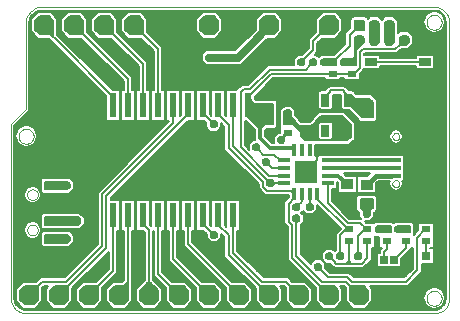
<source format=gbr>
G04 PROTEUS RS274X GERBER FILE*
%FSLAX45Y45*%
%MOMM*%
G01*
%ADD10C,0.400000*%
%ADD11C,0.355600*%
%ADD12C,0.190500*%
%ADD13C,0.508000*%
%ADD14C,0.300000*%
%ADD15C,0.609600*%
%ADD16C,1.600000*%
%ADD17R,0.609600X2.057400*%
%ADD18R,1.700000X0.400000*%
%ADD19R,1.500000X1.500000*%
%ADD70R,1.900000X1.900000*%
%ADD71R,1.041400X0.355600*%
%ADD20R,0.355600X1.041400*%
%ADD21R,1.000000X0.700000*%
%ADD22R,0.800000X1.000000*%
%ADD23R,1.500000X0.700000*%
%ADD24R,0.660000X1.000000*%
%AMPPAD017*
4,1,36,
-0.323000,0.450000,
0.323000,0.450000,
0.348970,0.447470,
0.372980,0.440200,
0.394580,0.428650,
0.413290,0.413290,
0.428650,0.394570,
0.440200,0.372980,
0.447470,0.348970,
0.450000,0.323000,
0.450000,-0.323000,
0.447470,-0.348970,
0.440200,-0.372980,
0.428650,-0.394570,
0.413290,-0.413290,
0.394580,-0.428650,
0.372980,-0.440200,
0.348970,-0.447470,
0.323000,-0.450000,
-0.323000,-0.450000,
-0.348970,-0.447470,
-0.372980,-0.440200,
-0.394580,-0.428650,
-0.413290,-0.413290,
-0.428650,-0.394570,
-0.440200,-0.372980,
-0.447470,-0.348970,
-0.450000,-0.323000,
-0.450000,0.323000,
-0.447470,0.348970,
-0.440200,0.372980,
-0.428650,0.394570,
-0.413290,0.413290,
-0.394580,0.428650,
-0.372980,0.440200,
-0.348970,0.447470,
-0.323000,0.450000,
0*%
%ADD25PPAD017*%
%ADD26C,0.900000*%
%ADD27R,0.650000X0.650000*%
%ADD28R,0.800000X0.800000*%
%ADD29R,0.750000X0.550000*%
%ADD72R,1.050000X0.900000*%
%ADD73C,0.025400*%
G36*
X+3449391Y+2407706D02*
X+3467995Y+2402073D01*
X+3484618Y+2393183D01*
X+3498986Y+2381386D01*
X+3510783Y+2367018D01*
X+3519673Y+2350395D01*
X+3525306Y+2331791D01*
X+3527425Y+2310020D01*
X+3527425Y-24020D01*
X+3525306Y-45791D01*
X+3519673Y-64395D01*
X+3510783Y-81018D01*
X+3498986Y-95386D01*
X+3484618Y-107183D01*
X+3467995Y-116073D01*
X+3449391Y-121706D01*
X+3427620Y-123825D01*
X-24020Y-123825D01*
X-45791Y-121706D01*
X-64395Y-116073D01*
X-81018Y-107183D01*
X-95386Y-95386D01*
X-107183Y-81018D01*
X-116073Y-64395D01*
X-121706Y-45791D01*
X-123825Y-24020D01*
X-123825Y+1435965D01*
X+3175Y+1562965D01*
X+3175Y+2310020D01*
X+5294Y+2331791D01*
X+10927Y+2350395D01*
X+19817Y+2367018D01*
X+31614Y+2381386D01*
X+45982Y+2393183D01*
X+62604Y+2402073D01*
X+81208Y+2407706D01*
X+102980Y+2409825D01*
X+3427620Y+2409825D01*
X+3449391Y+2407706D01*
G37*
%LPC*%
G36*
X+3434837Y+66072D02*
X+3466446Y+59476D01*
X+3501623Y+33144D01*
X+3522903Y-25400D01*
X+3501623Y-83944D01*
X+3466446Y-110276D01*
X+3429000Y-118090D01*
X+3391554Y-110276D01*
X+3356377Y-83944D01*
X+3335097Y-25400D01*
X+3356377Y+33144D01*
X+3391554Y+59476D01*
X+3429000Y+67290D01*
X+3434837Y+66072D01*
G37*
G36*
X+3434837Y+2402872D02*
X+3466446Y+2396276D01*
X+3501623Y+2369944D01*
X+3522903Y+2311400D01*
X+3501623Y+2252856D01*
X+3466446Y+2226524D01*
X+3429000Y+2218710D01*
X+3391554Y+2226524D01*
X+3356377Y+2252856D01*
X+3335097Y+2311400D01*
X+3356377Y+2369944D01*
X+3391554Y+2396276D01*
X+3429000Y+2404090D01*
X+3434837Y+2402872D01*
G37*
G36*
X-19563Y+1437672D02*
X+12046Y+1431076D01*
X+47223Y+1404744D01*
X+68503Y+1346200D01*
X+47223Y+1287656D01*
X+12046Y+1261324D01*
X-25400Y+1253510D01*
X-62846Y+1261324D01*
X-98023Y+1287656D01*
X-119303Y+1346200D01*
X-98023Y+1404744D01*
X-62846Y+1431076D01*
X-25400Y+1438890D01*
X-19563Y+1437672D01*
G37*
G36*
X+2604142Y+2388242D02*
X+2653029Y+2339355D01*
X+2653029Y+2232645D01*
X+2593355Y+2172971D01*
X+2479055Y+2172971D01*
X+2440679Y+2134595D01*
X+2440679Y+2059595D01*
X+2416563Y+2035479D01*
X+2431805Y+2035479D01*
X+2451475Y+2015809D01*
X+2471145Y+2035479D01*
X+2584287Y+2035479D01*
X+2675936Y+2127128D01*
X+2675936Y+2220020D01*
X+2719071Y+2263155D01*
X+2719071Y+2339355D01*
X+2721696Y+2341980D01*
X+2721696Y+2358304D01*
X+2738020Y+2358304D01*
X+2740645Y+2360929D01*
X+2847355Y+2360929D01*
X+2849980Y+2358304D01*
X+2866304Y+2358304D01*
X+2866304Y+2341980D01*
X+2867025Y+2341259D01*
X+2886695Y+2360929D01*
X+2955305Y+2360929D01*
X+2984500Y+2331734D01*
X+3013695Y+2360929D01*
X+3082305Y+2360929D01*
X+3122929Y+2320305D01*
X+3122929Y+2216163D01*
X+3140695Y+2233929D01*
X+3209305Y+2233929D01*
X+3249929Y+2193305D01*
X+3249929Y+2124695D01*
X+3209305Y+2084071D01*
X+3152155Y+2084071D01*
X+3115393Y+2047309D01*
X+2843573Y+2047309D01*
X+2839414Y+2043150D01*
X+2839414Y+2035554D01*
X+2970104Y+2035554D01*
X+2970104Y+2010079D01*
X+3275496Y+2010079D01*
X+3275496Y+2035554D01*
X+3430104Y+2035554D01*
X+3430104Y+1910946D01*
X+3275496Y+1910946D01*
X+3275496Y+1936421D01*
X+2970104Y+1936421D01*
X+2970104Y+1910946D01*
X+2839330Y+1910946D01*
X+2798854Y+1870470D01*
X+2798854Y+1818446D01*
X+2669246Y+1818446D01*
X+2669246Y+1836421D01*
X+2633754Y+1836421D01*
X+2633754Y+1818446D01*
X+2504146Y+1818446D01*
X+2504146Y+1836421D01*
X+2066305Y+1836421D01*
X+1911984Y+1682100D01*
X+1911984Y+1664350D01*
X+1920255Y+1656079D01*
X+2079005Y+1656079D01*
X+2084830Y+1650254D01*
X+2096804Y+1650254D01*
X+2096804Y+1638280D01*
X+2100579Y+1634505D01*
X+2100579Y+1432545D01*
X+2096804Y+1428770D01*
X+2096804Y+1416796D01*
X+2084830Y+1416796D01*
X+2079005Y+1410971D01*
X+2010547Y+1410971D01*
X+1998104Y+1398528D01*
X+1998104Y+1344672D01*
X+2057272Y+1285504D01*
X+2072362Y+1285504D01*
X+2071371Y+1286495D01*
X+2071371Y+1342405D01*
X+2105645Y+1376679D01*
X+2125946Y+1376679D01*
X+2125946Y+1428770D01*
X+2122171Y+1432545D01*
X+2122171Y+1564655D01*
X+2162795Y+1605279D01*
X+2218705Y+1605279D01*
X+2252979Y+1571005D01*
X+2252979Y+1526404D01*
X+2255554Y+1526404D01*
X+2255554Y+1517630D01*
X+2304430Y+1468754D01*
X+2375520Y+1468754D01*
X+2457476Y+1550710D01*
X+2666974Y+1550710D01*
X+2749730Y+1467954D01*
X+2759054Y+1467954D01*
X+2759054Y+1458630D01*
X+2760979Y+1456705D01*
X+2760979Y+1324595D01*
X+2759054Y+1322670D01*
X+2759054Y+1313346D01*
X+2749730Y+1313346D01*
X+2709324Y+1272940D01*
X+2450980Y+1272940D01*
X+2450964Y+1272956D01*
X+2419884Y+1272956D01*
X+2419884Y+1199805D01*
X+2480609Y+1199805D01*
X+2492330Y+1188084D01*
X+2948396Y+1188084D01*
X+2948396Y+1190304D01*
X+3173004Y+1190304D01*
X+3173004Y+965696D01*
X+3156161Y+965696D01*
X+3164275Y+949912D01*
X+3164275Y+936088D01*
X+3143160Y+895012D01*
X+3105700Y+882990D01*
X+3068240Y+895012D01*
X+3047125Y+936088D01*
X+3047125Y+949912D01*
X+3055239Y+965696D01*
X+2953292Y+965696D01*
X+2937304Y+949708D01*
X+2937304Y+864496D01*
X+2777696Y+864496D01*
X+2777696Y+1009104D01*
X+2862908Y+1009104D01*
X+2886720Y+1032916D01*
X+2663042Y+1032916D01*
X+2683854Y+1012104D01*
X+2772204Y+1012104D01*
X+2772204Y+867496D01*
X+2612596Y+867496D01*
X+2612596Y+955846D01*
X+2606674Y+961768D01*
X+2606674Y+902916D01*
X+2564129Y+902916D01*
X+2564129Y+795941D01*
X+2711248Y+648822D01*
X+2806394Y+648822D01*
X+2795271Y+659945D01*
X+2795271Y+698045D01*
X+2788820Y+704496D01*
X+2777696Y+704496D01*
X+2777696Y+715620D01*
X+2769871Y+723445D01*
X+2769871Y+830155D01*
X+2777696Y+837980D01*
X+2777696Y+849104D01*
X+2788820Y+849104D01*
X+2791445Y+851729D01*
X+2923555Y+851729D01*
X+2926180Y+849104D01*
X+2937304Y+849104D01*
X+2937304Y+837980D01*
X+2945129Y+830155D01*
X+2945129Y+723445D01*
X+2937304Y+715620D01*
X+2937304Y+704496D01*
X+2926180Y+704496D01*
X+2919729Y+698045D01*
X+2919729Y+659945D01*
X+2885455Y+625671D01*
X+2841113Y+625671D01*
X+2854780Y+612004D01*
X+2923720Y+612004D01*
X+2931145Y+619429D01*
X+3075955Y+619429D01*
X+3083380Y+612004D01*
X+3088820Y+612004D01*
X+3096245Y+619429D01*
X+3241055Y+619429D01*
X+3248480Y+612004D01*
X+3258854Y+612004D01*
X+3258854Y+601630D01*
X+3262629Y+597855D01*
X+3262629Y+516545D01*
X+3258854Y+512770D01*
X+3258854Y+512542D01*
X+3294346Y+548034D01*
X+3294346Y+612004D01*
X+3423954Y+612004D01*
X+3423954Y+402396D01*
X+3395979Y+402396D01*
X+3395979Y+395904D01*
X+3426454Y+395904D01*
X+3426454Y+261296D01*
X+3322229Y+261296D01*
X+3322229Y+194487D01*
X+3203913Y+76171D01*
X+2884213Y+76171D01*
X+2907029Y+53355D01*
X+2907029Y-53355D01*
X+2847355Y-113029D01*
X+2740645Y-113029D01*
X+2680971Y-53355D01*
X+2680971Y+53355D01*
X+2680972Y+53356D01*
X+2680972Y+60920D01*
X+2665736Y+76156D01*
X+2630228Y+76156D01*
X+2653029Y+53355D01*
X+2653029Y-53355D01*
X+2593355Y-113029D01*
X+2486645Y-113029D01*
X+2426971Y-53355D01*
X+2426971Y+60945D01*
X+2188482Y+299434D01*
X+2188482Y+580766D01*
X+2161484Y+607764D01*
X+2161484Y+789356D01*
X+2199716Y+827588D01*
X+2199716Y+848983D01*
X+1999807Y+848983D01*
X+1943984Y+904806D01*
X+1943984Y+942978D01*
X+1653570Y+1233392D01*
X+1653570Y+1425046D01*
X+1624329Y+1454287D01*
X+1624329Y+1419845D01*
X+1590055Y+1385571D01*
X+1534145Y+1385571D01*
X+1499871Y+1419845D01*
X+1499871Y+1457945D01*
X+1481440Y+1476376D01*
X+1415416Y+1476376D01*
X+1415416Y+1736724D01*
X+1530984Y+1736724D01*
X+1530984Y+1531000D01*
X+1542416Y+1519568D01*
X+1542416Y+1736724D01*
X+1657984Y+1736724D01*
X+1657984Y+1524800D01*
X+1669416Y+1513368D01*
X+1669416Y+1736724D01*
X+1754490Y+1736724D01*
X+1800845Y+1783079D01*
X+1856807Y+1783079D01*
X+2020588Y+1946860D01*
X+2240021Y+1946860D01*
X+2240021Y+2001205D01*
X+2274295Y+2035479D01*
X+2312395Y+2035479D01*
X+2367021Y+2090105D01*
X+2367021Y+2165105D01*
X+2426971Y+2225055D01*
X+2426971Y+2339355D01*
X+2486645Y+2399029D01*
X+2593355Y+2399029D01*
X+2604142Y+2388242D01*
G37*
G36*
X+3131890Y+1394605D02*
X+3143160Y+1390988D01*
X+3164275Y+1349912D01*
X+3164275Y+1336088D01*
X+3143160Y+1295012D01*
X+3105700Y+1282990D01*
X+3068240Y+1295012D01*
X+3047125Y+1336088D01*
X+3047125Y+1349912D01*
X+3068240Y+1390988D01*
X+3105700Y+1403010D01*
X+3131890Y+1394605D01*
G37*
G36*
X+35802Y+624502D02*
X+35802Y+624503D01*
X+65034Y+617114D01*
X+94977Y+586295D01*
X+103169Y+551800D01*
X+94977Y+517305D01*
X+65034Y+486486D01*
X+28800Y+477328D01*
X+21798Y+479097D01*
X-7434Y+486486D01*
X-37377Y+517305D01*
X-45569Y+551800D01*
X-37377Y+586295D01*
X-7434Y+617114D01*
X+28800Y+626272D01*
X+35802Y+624502D01*
G37*
G36*
X+35802Y+924502D02*
X+35802Y+924503D01*
X+65034Y+917114D01*
X+94977Y+886295D01*
X+103169Y+851800D01*
X+94977Y+817305D01*
X+65034Y+786486D01*
X+28800Y+777328D01*
X+21798Y+779097D01*
X-7434Y+786486D01*
X-37377Y+817305D01*
X-45569Y+851800D01*
X-37377Y+886295D01*
X-7434Y+917114D01*
X+28800Y+926272D01*
X+35802Y+924502D01*
G37*
G36*
X+2688605Y+1752579D02*
X+2707655Y+1733529D01*
X+2739405Y+1733529D01*
X+2744980Y+1727954D01*
X+2759054Y+1727954D01*
X+2759054Y+1713880D01*
X+2771155Y+1701779D01*
X+2891805Y+1701779D01*
X+2945129Y+1648455D01*
X+2945129Y+1490945D01*
X+2943654Y+1489470D01*
X+2943654Y+1478346D01*
X+2932530Y+1478346D01*
X+2923555Y+1469371D01*
X+2804145Y+1469371D01*
X+2795170Y+1478346D01*
X+2784046Y+1478346D01*
X+2784046Y+1489470D01*
X+2708895Y+1564621D01*
X+2658095Y+1564621D01*
X+2649370Y+1573346D01*
X+2638446Y+1573346D01*
X+2638446Y+1584270D01*
X+2636521Y+1586195D01*
X+2636521Y+1697971D01*
X+2574305Y+1697971D01*
X+2570479Y+1694145D01*
X+2570479Y+1586195D01*
X+2569054Y+1584770D01*
X+2569054Y+1573346D01*
X+2557630Y+1573346D01*
X+2548905Y+1564621D01*
X+2467595Y+1564621D01*
X+2458870Y+1573346D01*
X+2448446Y+1573346D01*
X+2448446Y+1583770D01*
X+2446021Y+1586195D01*
X+2446021Y+1711955D01*
X+2448446Y+1714380D01*
X+2448446Y+1727954D01*
X+2462020Y+1727954D01*
X+2467595Y+1733529D01*
X+2505695Y+1733529D01*
X+2543795Y+1771629D01*
X+2669555Y+1771629D01*
X+2688605Y+1752579D01*
G37*
G36*
X+2343025Y+2309621D02*
X+2343025Y+2262379D01*
X+2309621Y+2228975D01*
X+2262379Y+2228975D01*
X+2228975Y+2262379D01*
X+2228975Y+2309621D01*
X+2262379Y+2343025D01*
X+2309621Y+2343025D01*
X+2343025Y+2309621D01*
G37*
G36*
X+2096142Y+2388242D02*
X+2145029Y+2339355D01*
X+2145029Y+2232645D01*
X+2085355Y+2172971D01*
X+2015505Y+2172971D01*
X+1791406Y+1948872D01*
X+1776150Y+1948872D01*
X+1641455Y+1948871D01*
X+1496645Y+1948871D01*
X+1462371Y+1983145D01*
X+1462371Y+2039055D01*
X+1496645Y+2073329D01*
X+1744795Y+2073329D01*
X+1918971Y+2247505D01*
X+1918971Y+2339355D01*
X+1978645Y+2399029D01*
X+2085355Y+2399029D01*
X+2096142Y+2388242D01*
G37*
G36*
X+1835025Y+2309621D02*
X+1835025Y+2262379D01*
X+1801621Y+2228975D01*
X+1754379Y+2228975D01*
X+1720975Y+2262379D01*
X+1720975Y+2309621D01*
X+1754379Y+2343025D01*
X+1801621Y+2343025D01*
X+1835025Y+2309621D01*
G37*
G36*
X+1588142Y+2388242D02*
X+1637029Y+2339355D01*
X+1637029Y+2232645D01*
X+1577355Y+2172971D01*
X+1470645Y+2172971D01*
X+1410971Y+2232645D01*
X+1410971Y+2339355D01*
X+1470645Y+2399029D01*
X+1577355Y+2399029D01*
X+1588142Y+2388242D01*
G37*
G36*
X+1200025Y+2309621D02*
X+1200025Y+2262379D01*
X+1166621Y+2228975D01*
X+1119379Y+2228975D01*
X+1085975Y+2262379D01*
X+1085975Y+2309621D01*
X+1119379Y+2343025D01*
X+1166621Y+2343025D01*
X+1200025Y+2309621D01*
G37*
G36*
X+953142Y+2388242D02*
X+1002029Y+2339355D01*
X+1002029Y+2225055D01*
X+1129029Y+2098055D01*
X+1129029Y+1736724D01*
X+1149984Y+1736724D01*
X+1149984Y+1476376D01*
X+1034416Y+1476376D01*
X+1034416Y+1736724D01*
X+1055371Y+1736724D01*
X+1055371Y+2067545D01*
X+949945Y+2172971D01*
X+835645Y+2172971D01*
X+775971Y+2232645D01*
X+775971Y+2339355D01*
X+835645Y+2399029D01*
X+942355Y+2399029D01*
X+953142Y+2388242D01*
G37*
G36*
X+699142Y+2388242D02*
X+748029Y+2339355D01*
X+748029Y+2225055D01*
X+1002029Y+1971055D01*
X+1002029Y+1736724D01*
X+1022984Y+1736724D01*
X+1022984Y+1476376D01*
X+907416Y+1476376D01*
X+907416Y+1736724D01*
X+928371Y+1736724D01*
X+928371Y+1940545D01*
X+695945Y+2172971D01*
X+581645Y+2172971D01*
X+521971Y+2232645D01*
X+521971Y+2339355D01*
X+581645Y+2399029D01*
X+688355Y+2399029D01*
X+699142Y+2388242D01*
G37*
G36*
X+445142Y+2388242D02*
X+494029Y+2339355D01*
X+494029Y+2225055D01*
X+875029Y+1844055D01*
X+875029Y+1736724D01*
X+895984Y+1736724D01*
X+895984Y+1476376D01*
X+780416Y+1476376D01*
X+780416Y+1736724D01*
X+801371Y+1736724D01*
X+801371Y+1813545D01*
X+441945Y+2172971D01*
X+327645Y+2172971D01*
X+267971Y+2232645D01*
X+267971Y+2339355D01*
X+327645Y+2399029D01*
X+434355Y+2399029D01*
X+445142Y+2388242D01*
G37*
G36*
X+191142Y+2388242D02*
X+240029Y+2339355D01*
X+240029Y+2202805D01*
X+706110Y+1736724D01*
X+768984Y+1736724D01*
X+768984Y+1476376D01*
X+653416Y+1476376D01*
X+653416Y+1685250D01*
X+165695Y+2172971D01*
X+73645Y+2172971D01*
X+13971Y+2232645D01*
X+13971Y+2339355D01*
X+73645Y+2399029D01*
X+180355Y+2399029D01*
X+191142Y+2388242D01*
G37*
G36*
X+1403984Y+1476376D02*
X+1344110Y+1476376D01*
X+690292Y+822558D01*
X+690292Y+806724D01*
X+768984Y+806724D01*
X+768984Y+546376D01*
X+748029Y+546376D01*
X+748029Y+187945D01*
X+621029Y+60945D01*
X+621029Y-53355D01*
X+561355Y-113029D01*
X+454645Y-113029D01*
X+394971Y-53355D01*
X+394971Y+53355D01*
X+454645Y+113029D01*
X+568945Y+113029D01*
X+674371Y+218455D01*
X+674371Y+368287D01*
X+367029Y+60945D01*
X+367029Y-53355D01*
X+307355Y-113029D01*
X+200645Y-113029D01*
X+140971Y-53355D01*
X+140971Y+53355D01*
X+163754Y+76138D01*
X+128222Y+76138D01*
X+113029Y+60945D01*
X+113029Y-53355D01*
X+53355Y-113029D01*
X-53355Y-113029D01*
X-113029Y-53355D01*
X-113029Y+53355D01*
X-53355Y+113029D01*
X+60945Y+113029D01*
X+97712Y+149796D01*
X+299687Y+149796D01*
X+579900Y+430009D01*
X+579900Y+868313D01*
X+1182371Y+1470784D01*
X+1182371Y+1476376D01*
X+1161416Y+1476376D01*
X+1161416Y+1736724D01*
X+1276984Y+1736724D01*
X+1276984Y+1513418D01*
X+1288416Y+1524850D01*
X+1288416Y+1736724D01*
X+1403984Y+1736724D01*
X+1403984Y+1476376D01*
G37*
G36*
X+895984Y+546376D02*
X+875029Y+546376D01*
X+875029Y-53355D01*
X+815355Y-113029D01*
X+708645Y-113029D01*
X+648971Y-53355D01*
X+648971Y+53355D01*
X+708645Y+113029D01*
X+784845Y+113029D01*
X+801371Y+129555D01*
X+801371Y+546376D01*
X+780416Y+546376D01*
X+780416Y+806724D01*
X+895984Y+806724D01*
X+895984Y+546376D01*
G37*
G36*
X+1149984Y+546376D02*
X+1129029Y+546376D01*
X+1129029Y+193055D01*
X+1209055Y+113029D01*
X+1323355Y+113029D01*
X+1383029Y+53355D01*
X+1383029Y-53355D01*
X+1323355Y-113029D01*
X+1216645Y-113029D01*
X+1156971Y-53355D01*
X+1156971Y+60945D01*
X+1055371Y+162545D01*
X+1055371Y+546376D01*
X+1052829Y+546376D01*
X+1052829Y+129555D01*
X+1129029Y+53355D01*
X+1129029Y-53355D01*
X+1069355Y-113029D01*
X+962645Y-113029D01*
X+902971Y-53355D01*
X+902971Y+53355D01*
X+979171Y+129555D01*
X+979171Y+534645D01*
X+967440Y+546376D01*
X+907416Y+546376D01*
X+907416Y+806724D01*
X+1022984Y+806724D01*
X+1022984Y+595000D01*
X+1034416Y+583568D01*
X+1034416Y+806724D01*
X+1149984Y+806724D01*
X+1149984Y+546376D01*
G37*
G36*
X+1276984Y+546376D02*
X+1256029Y+546376D01*
X+1256029Y+320055D01*
X+1463055Y+113029D01*
X+1577355Y+113029D01*
X+1637029Y+53355D01*
X+1637029Y-53355D01*
X+1577355Y-113029D01*
X+1470645Y-113029D01*
X+1410971Y-53355D01*
X+1410971Y+60945D01*
X+1182371Y+289545D01*
X+1182371Y+546376D01*
X+1161416Y+546376D01*
X+1161416Y+806724D01*
X+1276984Y+806724D01*
X+1276984Y+546376D01*
G37*
G36*
X+1403984Y+546376D02*
X+1383029Y+546376D01*
X+1383029Y+447055D01*
X+1717055Y+113029D01*
X+1831355Y+113029D01*
X+1891029Y+53355D01*
X+1891029Y-53355D01*
X+1831355Y-113029D01*
X+1724645Y-113029D01*
X+1664971Y-53355D01*
X+1664971Y+60945D01*
X+1309371Y+416545D01*
X+1309371Y+546376D01*
X+1288416Y+546376D01*
X+1288416Y+806724D01*
X+1403984Y+806724D01*
X+1403984Y+546376D01*
G37*
G36*
X+1784984Y+546376D02*
X+1764029Y+546376D01*
X+1764029Y+372077D01*
X+1986298Y+149808D01*
X+2188276Y+149808D01*
X+2225055Y+113029D01*
X+2339355Y+113029D01*
X+2399029Y+53355D01*
X+2399029Y-53355D01*
X+2339355Y-113029D01*
X+2232645Y-113029D01*
X+2172971Y-53355D01*
X+2172971Y+60945D01*
X+2157766Y+76150D01*
X+2122234Y+76150D01*
X+2145029Y+53355D01*
X+2145029Y-53355D01*
X+2085355Y-113029D01*
X+1978645Y-113029D01*
X+1918971Y-53355D01*
X+1918971Y+60945D01*
X+1653634Y+326282D01*
X+1653634Y+491382D01*
X+1626779Y+518237D01*
X+1626779Y+481395D01*
X+1592505Y+447121D01*
X+1536595Y+447121D01*
X+1502321Y+481395D01*
X+1502321Y+519495D01*
X+1475440Y+546376D01*
X+1415416Y+546376D01*
X+1415416Y+806724D01*
X+1530984Y+806724D01*
X+1530984Y+595000D01*
X+1542416Y+583568D01*
X+1542416Y+806724D01*
X+1657984Y+806724D01*
X+1657984Y+591200D01*
X+1669416Y+579768D01*
X+1669416Y+806724D01*
X+1784984Y+806724D01*
X+1784984Y+546376D01*
G37*
G36*
X+1878965Y+686808D02*
X+1878965Y+666292D01*
X+1864458Y+651785D01*
X+1843942Y+651785D01*
X+1829435Y+666292D01*
X+1829435Y+686808D01*
X+1843942Y+701315D01*
X+1864458Y+701315D01*
X+1878965Y+686808D01*
G37*
G36*
X+3064645Y+1198475D02*
X+3056755Y+1198475D01*
X+3051175Y+1204055D01*
X+3051175Y+1211945D01*
X+3056755Y+1217525D01*
X+3064645Y+1217525D01*
X+3070225Y+1211945D01*
X+3070225Y+1204055D01*
X+3064645Y+1198475D01*
G37*
G36*
X+3064645Y+1263475D02*
X+3056755Y+1263475D01*
X+3051175Y+1269055D01*
X+3051175Y+1276945D01*
X+3056755Y+1282525D01*
X+3064645Y+1282525D01*
X+3070225Y+1276945D01*
X+3070225Y+1269055D01*
X+3064645Y+1263475D01*
G37*
G36*
X+3100465Y+1488258D02*
X+3100465Y+1467742D01*
X+3085958Y+1453235D01*
X+3065442Y+1453235D01*
X+3050935Y+1467742D01*
X+3050935Y+1488258D01*
X+3065442Y+1502765D01*
X+3085958Y+1502765D01*
X+3100465Y+1488258D01*
G37*
G36*
X+3100465Y+818258D02*
X+3100465Y+797742D01*
X+3085958Y+783235D01*
X+3065442Y+783235D01*
X+3050935Y+797742D01*
X+3050935Y+818258D01*
X+3065442Y+832765D01*
X+3085958Y+832765D01*
X+3100465Y+818258D01*
G37*
G36*
X+3345465Y+758258D02*
X+3345465Y+737742D01*
X+3330958Y+723235D01*
X+3310442Y+723235D01*
X+3295935Y+737742D01*
X+3295935Y+758258D01*
X+3310442Y+772765D01*
X+3330958Y+772765D01*
X+3345465Y+758258D01*
G37*
G36*
X+3345465Y+1548258D02*
X+3345465Y+1527742D01*
X+3330958Y+1513235D01*
X+3310442Y+1513235D01*
X+3295935Y+1527742D01*
X+3295935Y+1548258D01*
X+3310442Y+1562765D01*
X+3330958Y+1562765D01*
X+3345465Y+1548258D01*
G37*
G36*
X+2430275Y+1226555D02*
X+2430275Y+1234445D01*
X+2435855Y+1240025D01*
X+2443745Y+1240025D01*
X+2449325Y+1234445D01*
X+2449325Y+1226555D01*
X+2443745Y+1220975D01*
X+2435855Y+1220975D01*
X+2430275Y+1226555D01*
G37*
G36*
X+2902325Y+1752195D02*
X+2902325Y+1744305D01*
X+2896745Y+1738725D01*
X+2888855Y+1738725D01*
X+2883275Y+1744305D01*
X+2883275Y+1752195D01*
X+2888855Y+1757775D01*
X+2896745Y+1757775D01*
X+2902325Y+1752195D01*
G37*
G36*
X+3362325Y+1752195D02*
X+3362325Y+1744305D01*
X+3356745Y+1738725D01*
X+3348855Y+1738725D01*
X+3343275Y+1744305D01*
X+3343275Y+1752195D01*
X+3348855Y+1757775D01*
X+3356745Y+1757775D01*
X+3362325Y+1752195D01*
G37*
G36*
X+158565Y+347058D02*
X+158565Y+326542D01*
X+144058Y+312035D01*
X+123542Y+312035D01*
X+109035Y+326542D01*
X+109035Y+347058D01*
X+123542Y+361565D01*
X+144058Y+361565D01*
X+158565Y+347058D01*
G37*
G36*
X-51435Y+1077058D02*
X-51435Y+1056542D01*
X-65942Y+1042035D01*
X-86458Y+1042035D01*
X-100965Y+1056542D01*
X-100965Y+1077058D01*
X-86458Y+1091565D01*
X-65942Y+1091565D01*
X-51435Y+1077058D01*
G37*
G36*
X+158565Y+1077058D02*
X+158565Y+1056542D01*
X+144058Y+1042035D01*
X+123542Y+1042035D01*
X+109035Y+1056542D01*
X+109035Y+1077058D01*
X+123542Y+1091565D01*
X+144058Y+1091565D01*
X+158565Y+1077058D01*
G37*
G36*
X-51435Y+347058D02*
X-51435Y+326542D01*
X-65942Y+312035D01*
X-86458Y+312035D01*
X-100965Y+326542D01*
X-100965Y+347058D01*
X-86458Y+361565D01*
X-65942Y+361565D01*
X-51435Y+347058D01*
G37*
G36*
X+350492Y+984592D02*
X+380329Y+954755D01*
X+380329Y+898845D01*
X+339705Y+858221D01*
X+118695Y+858221D01*
X+112420Y+864496D01*
X+101496Y+864496D01*
X+101496Y+875420D01*
X+97121Y+879795D01*
X+97121Y+973805D01*
X+101496Y+978180D01*
X+101496Y+989104D01*
X+112420Y+989104D01*
X+118695Y+995379D01*
X+339705Y+995379D01*
X+350492Y+984592D01*
G37*
G36*
X+434955Y+689029D02*
X+469229Y+654755D01*
X+469229Y+598845D01*
X+428605Y+558221D01*
X+118695Y+558221D01*
X+112420Y+564496D01*
X+101496Y+564496D01*
X+101496Y+575420D01*
X+97121Y+579795D01*
X+97121Y+673805D01*
X+101496Y+678180D01*
X+101496Y+689104D01*
X+112420Y+689104D01*
X+118695Y+695379D01*
X+428605Y+695379D01*
X+434955Y+689029D01*
G37*
G36*
X+350492Y+534592D02*
X+380329Y+504755D01*
X+380329Y+448845D01*
X+339705Y+408221D01*
X+118695Y+408221D01*
X+112420Y+414496D01*
X+101496Y+414496D01*
X+101496Y+425420D01*
X+97121Y+429795D01*
X+97121Y+523805D01*
X+101496Y+528180D01*
X+101496Y+539104D01*
X+112420Y+539104D01*
X+118695Y+545379D01*
X+339705Y+545379D01*
X+350492Y+534592D01*
G37*
G36*
X+2613275Y+1654595D02*
X+2613275Y+1646705D01*
X+2607695Y+1641125D01*
X+2599805Y+1641125D01*
X+2594225Y+1646705D01*
X+2594225Y+1654595D01*
X+2599805Y+1660175D01*
X+2607695Y+1660175D01*
X+2613275Y+1654595D01*
G37*
G36*
X+3135475Y+2269628D02*
X+3135475Y+2302372D01*
X+3158628Y+2325525D01*
X+3191372Y+2325525D01*
X+3214525Y+2302372D01*
X+3214525Y+2269628D01*
X+3191372Y+2246475D01*
X+3158628Y+2246475D01*
X+3135475Y+2269628D01*
G37*
G36*
X+3383915Y+173858D02*
X+3383915Y+153342D01*
X+3369408Y+138835D01*
X+3348892Y+138835D01*
X+3334385Y+153342D01*
X+3334385Y+173858D01*
X+3348892Y+188365D01*
X+3369408Y+188365D01*
X+3383915Y+173858D01*
G37*
G36*
X+2888615Y+1400908D02*
X+2888615Y+1380392D01*
X+2874108Y+1365885D01*
X+2853592Y+1365885D01*
X+2839085Y+1380392D01*
X+2839085Y+1400908D01*
X+2853592Y+1415415D01*
X+2874108Y+1415415D01*
X+2888615Y+1400908D01*
G37*
G36*
X+2717165Y+790058D02*
X+2717165Y+769542D01*
X+2702658Y+755035D01*
X+2682142Y+755035D01*
X+2667635Y+769542D01*
X+2667635Y+790058D01*
X+2682142Y+804565D01*
X+2702658Y+804565D01*
X+2717165Y+790058D01*
G37*
G36*
X+2347095Y+1541125D02*
X+2339205Y+1541125D01*
X+2333625Y+1546705D01*
X+2333625Y+1554595D01*
X+2339205Y+1560175D01*
X+2347095Y+1560175D01*
X+2352675Y+1554595D01*
X+2352675Y+1546705D01*
X+2347095Y+1541125D01*
G37*
G36*
X+2035945Y+1362075D02*
X+2028055Y+1362075D01*
X+2022475Y+1367655D01*
X+2022475Y+1375545D01*
X+2028055Y+1381125D01*
X+2035945Y+1381125D01*
X+2041525Y+1375545D01*
X+2041525Y+1367655D01*
X+2035945Y+1362075D01*
G37*
G36*
X+2028055Y+1704975D02*
X+2035945Y+1704975D01*
X+2041525Y+1699395D01*
X+2041525Y+1691505D01*
X+2035945Y+1685925D01*
X+2028055Y+1685925D01*
X+2022475Y+1691505D01*
X+2022475Y+1699395D01*
X+2028055Y+1704975D01*
G37*
G36*
X+2781935Y+1230992D02*
X+2781935Y+1251508D01*
X+2796442Y+1266015D01*
X+2816958Y+1266015D01*
X+2831465Y+1251508D01*
X+2831465Y+1230992D01*
X+2816958Y+1216485D01*
X+2796442Y+1216485D01*
X+2781935Y+1230992D01*
G37*
G36*
X+2375535Y+1767742D02*
X+2375535Y+1788258D01*
X+2390042Y+1802765D01*
X+2410558Y+1802765D01*
X+2425065Y+1788258D01*
X+2425065Y+1767742D01*
X+2410558Y+1753235D01*
X+2390042Y+1753235D01*
X+2375535Y+1767742D01*
G37*
G36*
X+2121535Y+1767742D02*
X+2121535Y+1788258D01*
X+2136042Y+1802765D01*
X+2156558Y+1802765D01*
X+2171065Y+1788258D01*
X+2171065Y+1767742D01*
X+2156558Y+1753235D01*
X+2136042Y+1753235D01*
X+2121535Y+1767742D01*
G37*
G36*
X+1613535Y+1767742D02*
X+1613535Y+1788258D01*
X+1628042Y+1802765D01*
X+1648558Y+1802765D01*
X+1663065Y+1788258D01*
X+1663065Y+1767742D01*
X+1648558Y+1753235D01*
X+1628042Y+1753235D01*
X+1613535Y+1767742D01*
G37*
G36*
X+889635Y+1259742D02*
X+889635Y+1280258D01*
X+904142Y+1294765D01*
X+924658Y+1294765D01*
X+939165Y+1280258D01*
X+939165Y+1259742D01*
X+924658Y+1245235D01*
X+904142Y+1245235D01*
X+889635Y+1259742D01*
G37*
G36*
X+635635Y+1005742D02*
X+635635Y+1026258D01*
X+650142Y+1040765D01*
X+670658Y+1040765D01*
X+685165Y+1026258D01*
X+685165Y+1005742D01*
X+670658Y+991235D01*
X+650142Y+991235D01*
X+635635Y+1005742D01*
G37*
G36*
X+381635Y+751742D02*
X+381635Y+772258D01*
X+396142Y+786765D01*
X+416658Y+786765D01*
X+431165Y+772258D01*
X+431165Y+751742D01*
X+416658Y+737235D01*
X+396142Y+737235D01*
X+381635Y+751742D01*
G37*
G36*
X+1397635Y+1259742D02*
X+1397635Y+1280258D01*
X+1412142Y+1294765D01*
X+1432658Y+1294765D01*
X+1447165Y+1280258D01*
X+1447165Y+1259742D01*
X+1432658Y+1245235D01*
X+1412142Y+1245235D01*
X+1397635Y+1259742D01*
G37*
G36*
X+1143635Y+1005742D02*
X+1143635Y+1026258D01*
X+1158142Y+1040765D01*
X+1178658Y+1040765D01*
X+1193165Y+1026258D01*
X+1193165Y+1005742D01*
X+1178658Y+991235D01*
X+1158142Y+991235D01*
X+1143635Y+1005742D01*
G37*
G36*
X+1651635Y+1005742D02*
X+1651635Y+1026258D01*
X+1666142Y+1040765D01*
X+1686658Y+1040765D01*
X+1701165Y+1026258D01*
X+1701165Y+1005742D01*
X+1686658Y+991235D01*
X+1666142Y+991235D01*
X+1651635Y+1005742D01*
G37*
G36*
X+1918335Y+218342D02*
X+1918335Y+238858D01*
X+1932842Y+253365D01*
X+1953358Y+253365D01*
X+1967865Y+238858D01*
X+1967865Y+218342D01*
X+1953358Y+203835D01*
X+1932842Y+203835D01*
X+1918335Y+218342D01*
G37*
G36*
X+1651635Y+243742D02*
X+1651635Y+264258D01*
X+1666142Y+278765D01*
X+1686658Y+278765D01*
X+1701165Y+264258D01*
X+1701165Y+243742D01*
X+1686658Y+229235D01*
X+1666142Y+229235D01*
X+1651635Y+243742D01*
G37*
G36*
X+1397635Y+243742D02*
X+1397635Y+264258D01*
X+1412142Y+278765D01*
X+1432658Y+278765D01*
X+1447165Y+264258D01*
X+1447165Y+243742D01*
X+1432658Y+229235D01*
X+1412142Y+229235D01*
X+1397635Y+243742D01*
G37*
G36*
X+1143635Y+243742D02*
X+1143635Y+264258D01*
X+1158142Y+278765D01*
X+1178658Y+278765D01*
X+1193165Y+264258D01*
X+1193165Y+243742D01*
X+1178658Y+229235D01*
X+1158142Y+229235D01*
X+1143635Y+243742D01*
G37*
G36*
X+889635Y+243742D02*
X+889635Y+264258D01*
X+904142Y+278765D01*
X+924658Y+278765D01*
X+939165Y+264258D01*
X+939165Y+243742D01*
X+924658Y+229235D01*
X+904142Y+229235D01*
X+889635Y+243742D01*
G37*
G36*
X+622935Y+243742D02*
X+622935Y+264258D01*
X+637442Y+278765D01*
X+657958Y+278765D01*
X+672465Y+264258D01*
X+672465Y+243742D01*
X+657958Y+229235D01*
X+637442Y+229235D01*
X+622935Y+243742D01*
G37*
G36*
X+2921635Y-10258D02*
X+2921635Y+10258D01*
X+2936142Y+24765D01*
X+2956658Y+24765D01*
X+2971165Y+10258D01*
X+2971165Y-10258D01*
X+2956658Y-24765D01*
X+2936142Y-24765D01*
X+2921635Y-10258D01*
G37*
G36*
X+2707073Y+1772754D02*
X+2707073Y+1793270D01*
X+2721580Y+1807777D01*
X+2742096Y+1807777D01*
X+2756603Y+1793270D01*
X+2756603Y+1772754D01*
X+2742096Y+1758247D01*
X+2721580Y+1758247D01*
X+2707073Y+1772754D01*
G37*
G36*
X+3175635Y+1767742D02*
X+3175635Y+1788258D01*
X+3190142Y+1802765D01*
X+3210658Y+1802765D01*
X+3225165Y+1788258D01*
X+3225165Y+1767742D01*
X+3210658Y+1753235D01*
X+3190142Y+1753235D01*
X+3175635Y+1767742D01*
G37*
G36*
X+2007235Y+2021742D02*
X+2007235Y+2042258D01*
X+2021742Y+2056765D01*
X+2042258Y+2056765D01*
X+2056765Y+2042258D01*
X+2056765Y+2021742D01*
X+2042258Y+2007235D01*
X+2021742Y+2007235D01*
X+2007235Y+2021742D01*
G37*
G36*
X+991235Y+2021742D02*
X+991235Y+2042258D01*
X+1005742Y+2056765D01*
X+1026258Y+2056765D01*
X+1040765Y+2042258D01*
X+1040765Y+2021742D01*
X+1026258Y+2007235D01*
X+1005742Y+2007235D01*
X+991235Y+2021742D01*
G37*
G36*
X+229235Y+2021742D02*
X+229235Y+2042258D01*
X+243742Y+2056765D01*
X+264258Y+2056765D01*
X+278765Y+2042258D01*
X+278765Y+2021742D01*
X+264258Y+2007235D01*
X+243742Y+2007235D01*
X+229235Y+2021742D01*
G37*
G36*
X+483235Y+2021742D02*
X+483235Y+2042258D01*
X+497742Y+2056765D01*
X+518258Y+2056765D01*
X+532765Y+2042258D01*
X+532765Y+2021742D01*
X+518258Y+2007235D01*
X+497742Y+2007235D01*
X+483235Y+2021742D01*
G37*
G36*
X+737235Y+2021742D02*
X+737235Y+2042258D01*
X+751742Y+2056765D01*
X+772258Y+2056765D01*
X+786765Y+2042258D01*
X+786765Y+2021742D01*
X+772258Y+2007235D01*
X+751742Y+2007235D01*
X+737235Y+2021742D01*
G37*
G36*
X+229235Y+1513742D02*
X+229235Y+1534258D01*
X+243742Y+1548765D01*
X+264258Y+1548765D01*
X+278765Y+1534258D01*
X+278765Y+1513742D01*
X+264258Y+1499235D01*
X+243742Y+1499235D01*
X+229235Y+1513742D01*
G37*
G36*
X+483235Y+1767742D02*
X+483235Y+1788258D01*
X+497742Y+1802765D01*
X+518258Y+1802765D01*
X+532765Y+1788258D01*
X+532765Y+1767742D01*
X+518258Y+1753235D01*
X+497742Y+1753235D01*
X+483235Y+1767742D01*
G37*
G36*
X+483235Y+1259742D02*
X+483235Y+1280258D01*
X+497742Y+1294765D01*
X+518258Y+1294765D01*
X+532765Y+1280258D01*
X+532765Y+1259742D01*
X+518258Y+1245235D01*
X+497742Y+1245235D01*
X+483235Y+1259742D01*
G37*
%LPD*%
G36*
X+2755900Y+1658600D02*
X+2847877Y+1658600D01*
X+2839085Y+1649808D01*
X+2839085Y+1629292D01*
X+2853592Y+1614785D01*
X+2874108Y+1614785D01*
X+2888615Y+1629292D01*
X+2888615Y+1646535D01*
X+2901950Y+1633200D01*
X+2901950Y+1518900D01*
X+2895600Y+1512550D01*
X+2819400Y+1512550D01*
X+2730500Y+1601450D01*
X+2730500Y+1677650D01*
X+2736850Y+1677650D01*
X+2755900Y+1658600D01*
G37*
%LPC*%
G36*
X+2888615Y+1560908D02*
X+2888615Y+1540392D01*
X+2874108Y+1525885D01*
X+2853592Y+1525885D01*
X+2839085Y+1540392D01*
X+2839085Y+1560908D01*
X+2853592Y+1575415D01*
X+2874108Y+1575415D01*
X+2888615Y+1560908D01*
G37*
%LPD*%
G36*
X+2165985Y+1532792D02*
X+2180492Y+1518285D01*
X+2201008Y+1518285D01*
X+2209800Y+1527077D01*
X+2209800Y+1504950D01*
X+2292350Y+1422400D01*
X+2292350Y+1421569D01*
X+2285366Y+1414585D01*
X+2285366Y+1403984D01*
X+2235200Y+1454150D01*
X+2171700Y+1454150D01*
X+2165350Y+1460500D01*
X+2165350Y+1549400D01*
X+2165985Y+1550035D01*
X+2165985Y+1532792D01*
G37*
%LPC*%
G36*
X+2186805Y+1481125D02*
X+2194695Y+1481125D01*
X+2200275Y+1475545D01*
X+2200275Y+1467655D01*
X+2194695Y+1462075D01*
X+2186805Y+1462075D01*
X+2181225Y+1467655D01*
X+2181225Y+1475545D01*
X+2186805Y+1481125D01*
G37*
%LPD*%
G36*
X+2717800Y+1441450D02*
X+2717800Y+1339850D01*
X+2692400Y+1314450D01*
X+2569054Y+1314450D01*
X+2569054Y+1318104D01*
X+2578100Y+1327150D01*
X+2578100Y+1454150D01*
X+2569054Y+1463196D01*
X+2569054Y+1467954D01*
X+2564296Y+1467954D01*
X+2559050Y+1473200D01*
X+2463800Y+1473200D01*
X+2458554Y+1467954D01*
X+2448446Y+1467954D01*
X+2448446Y+1457846D01*
X+2444750Y+1454150D01*
X+2444750Y+1320800D01*
X+2448446Y+1317104D01*
X+2448446Y+1314450D01*
X+2336800Y+1314450D01*
X+2311400Y+1339850D01*
X+2311400Y+1422400D01*
X+2317750Y+1428750D01*
X+2393950Y+1428750D01*
X+2470150Y+1504950D01*
X+2654300Y+1504950D01*
X+2717800Y+1441450D01*
G37*
%LPC*%
G36*
X+2708275Y+1394595D02*
X+2708275Y+1386705D01*
X+2702695Y+1381125D01*
X+2694805Y+1381125D01*
X+2689225Y+1386705D01*
X+2689225Y+1394595D01*
X+2694805Y+1400175D01*
X+2702695Y+1400175D01*
X+2708275Y+1394595D01*
G37*
G36*
X+2367915Y+1400908D02*
X+2367915Y+1380392D01*
X+2353408Y+1365885D01*
X+2332892Y+1365885D01*
X+2318385Y+1380392D01*
X+2318385Y+1400908D01*
X+2332892Y+1415415D01*
X+2353408Y+1415415D01*
X+2367915Y+1400908D01*
G37*
%LPD*%
G36*
X+1905000Y+1612900D02*
X+2051050Y+1612900D01*
X+2057400Y+1606550D01*
X+2057400Y+1460500D01*
X+2051050Y+1454150D01*
X+1987550Y+1454150D01*
X+1955800Y+1422400D01*
X+1949450Y+1422400D01*
X+1847850Y+1524000D01*
X+1847850Y+1599430D01*
X+1850255Y+1597025D01*
X+1858145Y+1597025D01*
X+1863725Y+1602605D01*
X+1863725Y+1610495D01*
X+1858145Y+1616075D01*
X+1850255Y+1616075D01*
X+1847850Y+1613670D01*
X+1847850Y+1651000D01*
X+1866900Y+1651000D01*
X+1905000Y+1612900D01*
G37*
%LPC*%
G36*
X+2035945Y+1462075D02*
X+2028055Y+1462075D01*
X+2022475Y+1467655D01*
X+2022475Y+1475545D01*
X+2028055Y+1481125D01*
X+2035945Y+1481125D01*
X+2041525Y+1475545D01*
X+2041525Y+1467655D01*
X+2035945Y+1462075D01*
G37*
G36*
X+2028055Y+1604975D02*
X+2035945Y+1604975D01*
X+2041525Y+1599395D01*
X+2041525Y+1591505D01*
X+2035945Y+1585925D01*
X+2028055Y+1585925D01*
X+2022475Y+1591505D01*
X+2022475Y+1599395D01*
X+2028055Y+1604975D01*
G37*
G36*
X+2007235Y+1520092D02*
X+2007235Y+1540608D01*
X+2021742Y+1555115D01*
X+2042258Y+1555115D01*
X+2056765Y+1540608D01*
X+2056765Y+1520092D01*
X+2042258Y+1505585D01*
X+2021742Y+1505585D01*
X+2007235Y+1520092D01*
G37*
G36*
X+1918335Y+1520092D02*
X+1918335Y+1540608D01*
X+1932842Y+1555115D01*
X+1953358Y+1555115D01*
X+1967865Y+1540608D01*
X+1967865Y+1520092D01*
X+1953358Y+1505585D01*
X+1932842Y+1505585D01*
X+1918335Y+1520092D01*
G37*
%LPD*%
G36*
X+1913496Y+1399920D02*
X+1913496Y+1313179D01*
X+1896095Y+1313179D01*
X+1861821Y+1278905D01*
X+1861821Y+1233279D01*
X+1827529Y+1267571D01*
X+1827529Y+1476376D01*
X+1837040Y+1476376D01*
X+1913496Y+1399920D01*
G37*
%LPC*%
G36*
X+1842135Y+1361342D02*
X+1842135Y+1381858D01*
X+1856642Y+1396365D01*
X+1877158Y+1396365D01*
X+1891665Y+1381858D01*
X+1891665Y+1361342D01*
X+1877158Y+1346835D01*
X+1856642Y+1346835D01*
X+1842135Y+1361342D01*
G37*
%LPD*%
G36*
X+2640296Y+563570D02*
X+2640296Y+563529D01*
X+2598421Y+521654D01*
X+2598421Y+383555D01*
X+2587666Y+372800D01*
X+2568037Y+392429D01*
X+2512127Y+392429D01*
X+2477853Y+358155D01*
X+2477853Y+302245D01*
X+2512127Y+267971D01*
X+2550145Y+267971D01*
X+2586885Y+231231D01*
X+2665743Y+231231D01*
X+2665774Y+231200D01*
X+2720356Y+231200D01*
X+2720387Y+231231D01*
X+2830834Y+231231D01*
X+2900679Y+301076D01*
X+2900679Y+402396D01*
X+2928654Y+402396D01*
X+2928654Y+497462D01*
X+2931145Y+494971D01*
X+2964146Y+494971D01*
X+2964146Y+402396D01*
X+2985562Y+402396D01*
X+2966721Y+383555D01*
X+2966721Y+356654D01*
X+2943746Y+356654D01*
X+2943746Y+237046D01*
X+3148354Y+237046D01*
X+3148354Y+304570D01*
X+3230879Y+387095D01*
X+3230879Y+402396D01*
X+3248571Y+402396D01*
X+3248571Y+224997D01*
X+3173403Y+149829D01*
X+2748221Y+149829D01*
X+2708238Y+189812D01*
X+2548322Y+189812D01*
X+2506979Y+231155D01*
X+2506979Y+269255D01*
X+2472705Y+303529D01*
X+2416795Y+303529D01*
X+2382521Y+269255D01*
X+2382521Y+261595D01*
X+2298904Y+345212D01*
X+2298904Y+596020D01*
X+2324304Y+621420D01*
X+2324304Y+677330D01*
X+2303059Y+698575D01*
X+2317650Y+713166D01*
X+2346845Y+683971D01*
X+2402755Y+683971D01*
X+2437029Y+718245D01*
X+2437029Y+766837D01*
X+2640296Y+563570D01*
G37*
%LPC*%
G36*
X+3084605Y+201375D02*
X+3092495Y+201375D01*
X+3098075Y+195795D01*
X+3098075Y+187905D01*
X+3092495Y+182325D01*
X+3084605Y+182325D01*
X+3079025Y+187905D01*
X+3079025Y+195795D01*
X+3084605Y+201375D01*
G37*
G36*
X+2999605Y+201375D02*
X+3007495Y+201375D01*
X+3013075Y+195795D01*
X+3013075Y+187905D01*
X+3007495Y+182325D01*
X+2999605Y+182325D01*
X+2994025Y+187905D01*
X+2994025Y+195795D01*
X+2999605Y+201375D01*
G37*
G36*
X+3152685Y+181592D02*
X+3152685Y+202108D01*
X+3167192Y+216615D01*
X+3187708Y+216615D01*
X+3202215Y+202108D01*
X+3202215Y+181592D01*
X+3187708Y+167085D01*
X+3167192Y+167085D01*
X+3152685Y+181592D01*
G37*
G36*
X+2413635Y+497742D02*
X+2413635Y+518258D01*
X+2428142Y+532765D01*
X+2448658Y+532765D01*
X+2463165Y+518258D01*
X+2463165Y+497742D01*
X+2448658Y+483235D01*
X+2428142Y+483235D01*
X+2413635Y+497742D01*
G37*
%LPD*%
D10*
X+2857500Y+936800D02*
X+2933700Y+1013000D01*
X+3060700Y+1013000D01*
D11*
X+3060700Y+1078000D02*
X+2527300Y+1078000D01*
X+2527300Y+1143000D02*
X+3060700Y+1143000D01*
D12*
X+3359150Y+328600D02*
X+3359150Y+457200D01*
X+3088550Y+296850D02*
X+3194050Y+402350D01*
X+3194050Y+457200D01*
X+3060700Y+1273000D02*
X+2806700Y+1273000D01*
X+2806700Y+1241250D01*
X+2806700Y+1208000D01*
D11*
X+2692400Y+939800D02*
X+2619200Y+1013000D01*
X+2527300Y+1013000D01*
D12*
X+1524000Y+2286000D02*
X+1524000Y+2362200D01*
X+1562100Y+2362200D01*
X+1600200Y+2324100D01*
X+1600200Y+2247900D01*
X+1562100Y+2209800D01*
X+1485900Y+2209800D01*
X+1447800Y+2247900D01*
X+1447800Y+2324100D01*
X+1485900Y+2362200D01*
X+1524000Y+2362200D01*
X+2921000Y+2286000D02*
X+2921000Y+2247900D01*
X+3048000Y+2286000D02*
X+3048000Y+2247900D01*
X+3175000Y+2247900D02*
X+3194050Y+2247900D01*
X+3203575Y+2257425D01*
X+3213100Y+2266950D01*
X+3213100Y+2286000D01*
X+3048000Y+2120900D02*
X+3067050Y+2120900D01*
X+3076575Y+2130425D01*
X+3086100Y+2139950D01*
X+3086100Y+2159000D01*
X+3048000Y+2197100D02*
X+3048000Y+2159000D01*
X+2921000Y+2120900D02*
X+2940050Y+2120900D01*
X+2949575Y+2130425D01*
X+2959100Y+2139950D01*
X+2959100Y+2159000D01*
X+2921000Y+2197100D02*
X+2921000Y+2159000D01*
X+2794000Y+2159000D02*
X+2832100Y+2159000D01*
X+2832100Y+2178050D01*
X+2813050Y+2197100D01*
X+2794000Y+2197100D01*
X+3175000Y+2286000D02*
X+3203575Y+2257425D01*
X+3340100Y+2120900D01*
X+3320700Y+1538000D02*
X+3460750Y+1538000D01*
X+3527473Y+1604723D01*
X+3527473Y+1746250D01*
X+3527473Y+2073227D01*
X+3479800Y+2120900D01*
X+3340100Y+2120900D01*
X+2870200Y+814900D02*
X+2857500Y+814900D01*
X+2857500Y+776800D02*
X+2857500Y+814900D01*
X+2870200Y+814900D02*
X+2908300Y+814900D01*
X+2908300Y+738700D01*
X+2882900Y+700600D02*
X+2882900Y+694250D01*
X+2882900Y+681550D01*
X+2832100Y+700600D02*
X+2832100Y+694250D01*
X+2857500Y+814900D02*
X+2806700Y+814900D01*
X+2806700Y+738700D01*
X+2908300Y+738700D01*
X+2857500Y+687900D02*
X+2882900Y+687900D01*
X+2882900Y+675200D01*
X+2870200Y+662500D01*
X+2844800Y+662500D01*
X+2832100Y+675200D01*
X+2832100Y+694250D01*
X+2832100Y+713300D02*
X+2844800Y+713300D01*
X+2870200Y+713300D01*
X+2882900Y+713300D01*
X+2882900Y+700600D01*
X+2832100Y+713300D02*
X+2832100Y+700600D01*
X+2844800Y+713300D01*
X+2870200Y+713300D02*
X+2882900Y+700600D01*
X+2819400Y+726000D02*
X+2895600Y+726000D01*
X+2908300Y+738700D02*
X+2895600Y+726000D01*
X+2882900Y+713300D01*
X+2806700Y+738700D02*
X+2819400Y+726000D01*
X+2832100Y+713300D01*
X+3320700Y+1538000D02*
X+3352800Y+1570100D01*
X+3352800Y+1748250D01*
X+2439800Y+1208000D02*
X+2439800Y+1230500D01*
X+2362200Y+30200D02*
X+2362200Y+38100D01*
X+2343150Y+57150D02*
X+2362200Y+38100D01*
X+2286000Y+76200D02*
X+2324100Y+76200D01*
X+2286000Y+0D02*
X+2286000Y+76200D01*
X+2324100Y+76200D02*
X+2343150Y+57150D01*
X+2108200Y+4800D02*
X+2108200Y+38100D01*
X+2089150Y+57150D02*
X+2108200Y+38100D01*
X+2040650Y+76200D02*
X+2070100Y+76200D01*
X+2089150Y+57150D01*
X+3194050Y+557200D02*
X+3124200Y+557200D01*
X+3028950Y+557200D02*
X+2959100Y+557200D01*
X+3060700Y+569900D02*
X+2959100Y+569900D01*
X+2933700Y+569900D01*
X+2959100Y+557200D02*
X+2959100Y+569900D01*
X+2959100Y+582600D01*
X+2971800Y+582600D01*
X+3060700Y+582600D01*
X+3060700Y+569900D01*
X+2933700Y+569900D02*
X+2946400Y+582600D01*
X+2978150Y+582600D01*
X+3060700Y+544500D02*
X+2933700Y+544500D01*
X+3060700Y+569900D02*
X+3060700Y+544500D01*
X+3060700Y+531800D01*
X+2946400Y+531800D01*
X+2933700Y+544500D01*
X+2933700Y+569900D01*
X+3225800Y+569900D02*
X+3124200Y+569900D01*
X+3098800Y+569900D01*
X+3124200Y+557200D02*
X+3124200Y+569900D01*
X+3124200Y+582600D01*
X+3225800Y+582600D01*
X+3225800Y+569900D01*
X+3098800Y+569900D02*
X+3111500Y+582600D01*
X+3130550Y+582600D01*
X+3225800Y+544500D02*
X+3098800Y+544500D01*
X+3225800Y+569900D02*
X+3225800Y+544500D01*
X+3225800Y+531800D01*
X+3111500Y+531800D01*
X+3098800Y+544500D01*
X+3098800Y+569900D01*
X+3003550Y+191850D02*
X+3048000Y+191850D01*
X+3088550Y+191850D01*
X+2374800Y+771600D02*
X+2374800Y+746200D01*
X+2393850Y+765250D02*
X+2387500Y+771600D01*
X+2374800Y+784300D01*
X+2374800Y+746200D02*
X+2400200Y+746200D01*
X+2400200Y+758900D01*
X+2393850Y+765250D01*
X+2387500Y+771600D02*
X+2374800Y+771600D01*
X+2374800Y+860500D02*
X+2374800Y+784300D01*
X+2374800Y+771600D01*
X+2355750Y+765250D02*
X+2362100Y+771600D01*
X+2374800Y+784300D01*
X+2374800Y+771600D02*
X+2362100Y+771600D01*
X+2355750Y+765250D02*
X+2349400Y+758900D01*
X+2349400Y+733500D01*
X+2362100Y+720800D01*
X+2387500Y+720800D01*
X+2400200Y+733500D01*
X+2400200Y+746200D01*
X+2284400Y+760400D02*
X+2284400Y+739850D01*
X+2284400Y+760400D02*
X+2279550Y+765250D01*
X+2260500Y+746200D02*
X+2260500Y+720800D01*
X+2273200Y+720800D01*
X+2285900Y+733500D01*
X+2285900Y+739850D01*
X+2285900Y+758900D02*
X+2284400Y+760400D01*
X+2241450Y+765250D02*
X+2247800Y+771600D01*
X+2241450Y+765250D02*
X+2235100Y+758900D01*
X+2235100Y+733500D01*
X+2247800Y+720800D01*
X+2266850Y+720800D01*
X+2279550Y+765250D02*
X+2273200Y+771600D01*
X+2260500Y+746200D02*
X+2279550Y+765250D01*
X+2285900Y+746200D02*
X+2285900Y+758900D01*
X+2285900Y+771600D01*
X+2285900Y+739850D02*
X+2285900Y+746200D01*
X+2279550Y+765250D02*
X+2285900Y+771600D01*
X+2297850Y+783550D02*
X+2309800Y+795500D01*
X+2309800Y+860500D01*
X+2252650Y+771600D02*
X+2273200Y+771600D01*
X+2285900Y+771600D01*
X+2297850Y+783550D01*
X+2252650Y+771600D02*
X+2247800Y+771600D01*
X+2863850Y+557200D02*
X+2860202Y+557200D01*
X+2343150Y+57150D02*
X+2286000Y+0D01*
X+2705100Y+557200D02*
X+2701611Y+557200D01*
X+2089150Y+57150D02*
X+2032000Y+0D01*
X+2701611Y+557200D02*
X+2698750Y+557200D01*
X+2439800Y+816150D01*
X+2439800Y+860500D01*
X+2860202Y+557200D02*
X+2859812Y+557200D01*
X+2857500Y+557200D01*
X+2527300Y+948000D02*
X+2527300Y+780686D01*
X+2695993Y+611993D01*
X+2802707Y+611993D01*
X+2857500Y+557200D01*
X+2540000Y+0D02*
X+2597150Y+57150D01*
X+2787650Y+342900D02*
X+2787650Y+330200D01*
X+2771775Y+307975D02*
X+2774950Y+304800D01*
X+2800350Y+304800D01*
X+2813050Y+317500D01*
X+2813050Y+342900D01*
X+2787650Y+355600D02*
X+2787650Y+342900D01*
X+2787650Y+330200D02*
X+2787650Y+323850D01*
X+2771775Y+307975D01*
X+2806700Y+349250D02*
X+2800350Y+355600D01*
X+2787650Y+368300D01*
X+2787650Y+330200D02*
X+2813050Y+330200D01*
X+2813050Y+342900D01*
X+2806700Y+349250D01*
X+2800350Y+355600D02*
X+2787650Y+355600D01*
X+2857500Y+557200D02*
X+2844800Y+557200D01*
X+2787650Y+500050D01*
X+2787650Y+368300D01*
X+2787650Y+355600D01*
X+2768600Y+349250D02*
X+2774950Y+355600D01*
X+2787650Y+368300D01*
X+2787650Y+355600D02*
X+2774950Y+355600D01*
X+2768600Y+349250D02*
X+2762250Y+342900D01*
X+2762250Y+317500D01*
X+2771775Y+307975D01*
X+2616200Y+311150D02*
X+2622550Y+304800D01*
X+2647950Y+304800D01*
X+2660650Y+317500D01*
X+2660650Y+342900D01*
X+2635250Y+355600D02*
X+2635250Y+330200D01*
X+2616200Y+311150D01*
X+2654300Y+349250D02*
X+2647950Y+355600D01*
X+2635250Y+368300D01*
X+2635250Y+330200D02*
X+2660650Y+330200D01*
X+2660650Y+342900D01*
X+2654300Y+349250D01*
X+2647950Y+355600D02*
X+2635250Y+355600D01*
X+2698750Y+557200D02*
X+2686051Y+557200D01*
X+2635250Y+506399D01*
X+2635250Y+368300D01*
X+2635250Y+355600D01*
X+2616200Y+349250D02*
X+2622550Y+355600D01*
X+2635250Y+368300D01*
X+2635250Y+355600D02*
X+2622550Y+355600D01*
X+2616200Y+349250D02*
X+2609850Y+342900D01*
X+2609850Y+317500D01*
X+2616200Y+311150D01*
X+2286000Y+0D02*
X+2228850Y+57150D01*
X+2032000Y+0D02*
X+1974850Y+57150D01*
X+1727200Y+603250D02*
X+1727200Y+558800D01*
X+1727200Y+356822D01*
X+1824619Y+259403D01*
X+1971043Y+112979D01*
X+2173021Y+112979D01*
X+1727200Y+603250D02*
X+1727200Y+676550D01*
X+2209800Y+6350D02*
X+2209800Y+38100D01*
X+2209800Y+76200D01*
X+2362200Y+30200D02*
X+2362200Y-38100D01*
X+2324100Y-76200D01*
X+2247900Y-76200D01*
X+2209800Y-38100D01*
X+2209800Y+6350D01*
X+2209800Y+38100D02*
X+2228850Y+57150D01*
X+2173021Y+112979D02*
X+2197100Y+88900D01*
X+2228850Y+57150D02*
X+2209800Y+76200D01*
X+2260600Y+76200D02*
X+2247900Y+76200D01*
X+2209800Y+76200D01*
X+2206625Y+79375D01*
X+2197100Y+88900D01*
X+2228850Y+57150D02*
X+2247900Y+76200D01*
X+2260600Y+76200D02*
X+2286000Y+76200D01*
X+2040650Y+76200D02*
X+2032000Y+76200D01*
X+1993900Y+76200D01*
X+1955800Y+76200D01*
X+2032000Y+0D02*
X+2032000Y+76200D01*
X+1974850Y+57150D02*
X+1955800Y+76200D01*
X+1974850Y+57150D02*
X+1993900Y+76200D01*
X+1955800Y+19050D02*
X+1955800Y+38100D01*
X+1955800Y+76200D01*
X+2108200Y+4800D02*
X+2108200Y-38100D01*
X+2070100Y-76200D01*
X+1993900Y-76200D01*
X+1955800Y-38100D01*
X+1955800Y+19050D01*
X+1955800Y+38100D02*
X+1974850Y+57150D01*
X+1600200Y+676550D02*
X+1600200Y+596900D01*
X+1690463Y+506637D01*
X+1690463Y+341537D01*
X+1955800Y+76200D01*
X+2540000Y+76200D02*
X+2540000Y+0D01*
X+2794000Y+0D02*
X+2736850Y+57150D01*
X+2281125Y+630325D02*
X+2262075Y+649375D01*
X+2287475Y+655725D02*
X+2287475Y+636675D01*
X+2268425Y+623975D02*
X+2274775Y+623975D01*
X+2024328Y+967428D02*
X+2043000Y+948000D01*
X+2068400Y+948000D01*
X+2065225Y+932125D02*
X+2068400Y+935300D01*
X+2081100Y+948000D01*
X+2068400Y+948000D02*
X+2068400Y+935300D01*
X+2068400Y+948000D02*
X+2081100Y+948000D01*
X+2157300Y+948000D01*
X+2065225Y+963875D02*
X+2068400Y+960700D01*
X+2081100Y+948000D01*
X+2068400Y+960700D02*
X+2068400Y+948000D01*
X+2043000Y+948000D02*
X+2023950Y+967050D01*
X+2024328Y+967428D01*
X+1727200Y+1316300D02*
X+1727200Y+1276601D01*
X+1727200Y+1263800D01*
X+1727200Y+1606550D02*
X+1727200Y+1316300D01*
X+2017600Y+948000D02*
X+2017600Y+960700D01*
X+2017600Y+973400D01*
X+2065225Y+932125D02*
X+2055700Y+922600D01*
X+2030300Y+922600D01*
X+2017600Y+935300D01*
X+2017600Y+948000D01*
X+2017600Y+960700D02*
X+2023950Y+967050D01*
X+2017600Y+973400D01*
X+1727200Y+1263800D01*
X+2049350Y+973400D02*
X+2043000Y+973400D01*
X+2030300Y+973400D01*
X+2017600Y+973400D01*
X+2024328Y+967428D02*
X+2030300Y+973400D01*
X+2043000Y+948000D02*
X+2043000Y+973400D01*
X+2049350Y+973400D02*
X+2055700Y+973400D01*
X+2065225Y+963875D01*
X+2244800Y+852750D02*
X+2237050Y+860500D01*
X+2244800Y+860500D02*
X+2244800Y+852750D01*
X+2237050Y+860500D02*
X+2244800Y+860500D01*
X+2219488Y+885812D01*
X+2187498Y+885812D01*
X+2244800Y+860500D02*
X+2244800Y+885812D01*
X+2219488Y+885812D01*
X+2187498Y+885812D02*
X+2015062Y+885812D01*
X+1980813Y+920061D01*
X+1980813Y+958233D01*
X+1690399Y+1248647D01*
X+1690399Y+1440301D01*
X+1600200Y+1530500D01*
X+1600200Y+1606550D01*
X+2589025Y+65275D02*
X+2578100Y+76200D01*
X+2540000Y+76200D02*
X+2578100Y+76200D01*
X+2589025Y+65275D02*
X+2597150Y+57150D01*
X+2492450Y+66750D02*
X+2501900Y+76200D01*
X+2482850Y+57150D02*
X+2492450Y+66750D01*
X+2717800Y+8200D02*
X+2717800Y+38100D01*
X+2794000Y+0D02*
X+2794000Y+76200D01*
X+2832100Y+76200D01*
X+2870200Y+38100D01*
X+2870200Y-38100D01*
X+2832100Y-76200D01*
X+2755900Y-76200D01*
X+2717800Y-38100D01*
X+2717800Y+8200D01*
X+2736850Y+57150D02*
X+2717800Y+76200D01*
X+2779600Y+76200D02*
X+2755900Y+76200D01*
X+2717800Y+76200D01*
X+2736850Y+57150D02*
X+2755900Y+76200D01*
X+2779600Y+76200D02*
X+2794000Y+76200D01*
X+3139350Y+191850D02*
X+3177450Y+191850D01*
X+3088550Y+191850D02*
X+3139350Y+191850D01*
X+3152050Y+191850D01*
X+3177450Y+191850D01*
X+3183800Y+166450D02*
X+3164750Y+166450D01*
X+3164750Y+217250D02*
X+3177450Y+217250D01*
X+3202850Y+204550D02*
X+3152050Y+204550D01*
X+2974250Y+204550D01*
X+2974250Y+217250D01*
X+3164750Y+217250D01*
X+3177450Y+191850D02*
X+3202850Y+191850D01*
X+3202850Y+204550D01*
X+3190150Y+217250D01*
X+3177450Y+217250D01*
X+3164750Y+217250D02*
X+3152050Y+204550D01*
X+3152050Y+191850D01*
X+2974250Y+179150D02*
X+3152050Y+179150D01*
X+3202850Y+179150D01*
X+3152050Y+191850D02*
X+3152050Y+179150D01*
X+3164750Y+166450D01*
X+3183800Y+166450D02*
X+3190150Y+166450D01*
X+3202850Y+179150D01*
X+3202850Y+198200D01*
X+3164750Y+166450D02*
X+2974250Y+166450D01*
X+2974250Y+179150D01*
X+2974250Y+204550D01*
X+2444750Y+234950D02*
X+2444750Y+241300D01*
X+2444750Y+215900D02*
X+2432050Y+215900D01*
X+2419350Y+228600D01*
X+2419350Y+254000D01*
X+2432050Y+266700D01*
X+2451100Y+266700D01*
X+2444750Y+215900D02*
X+2444750Y+234950D01*
X+2470150Y+247650D02*
X+2470150Y+228600D01*
X+2470150Y+215900D01*
X+2444750Y+241300D02*
X+2444750Y+266700D01*
X+2457450Y+266700D01*
X+2470150Y+254000D01*
X+2470150Y+247650D01*
X+2470150Y+228600D02*
X+2463800Y+222250D01*
X+2444750Y+215900D02*
X+2457450Y+215900D01*
X+2470150Y+215900D01*
X+2463800Y+222250D02*
X+2457450Y+215900D01*
X+1545500Y+528400D02*
X+1564550Y+509350D01*
X+1570900Y+534750D02*
X+1551850Y+534750D01*
X+1539150Y+534750D01*
X+1564550Y+509350D02*
X+1589950Y+509350D01*
X+1589950Y+522050D01*
X+1577250Y+534750D01*
X+1570900Y+534750D01*
X+1551850Y+534750D02*
X+1545500Y+528400D01*
X+1473200Y+676550D02*
X+1473200Y+600700D01*
X+1539150Y+534750D01*
X+1545500Y+528400D01*
X+1539150Y+515700D02*
X+1539150Y+522050D01*
X+1539150Y+534750D01*
X+1545500Y+528400D02*
X+1539150Y+522050D01*
X+1539150Y+515700D02*
X+1539150Y+496650D01*
X+1551850Y+483950D01*
X+1577250Y+483950D01*
X+1589950Y+496650D01*
X+1589950Y+515700D01*
X+3359150Y+163600D02*
X+3429439Y+233889D01*
X+3429439Y+639261D01*
X+3320700Y+748000D01*
X+1212850Y+57150D02*
X+1270000Y+0D01*
X+1466850Y+57150D02*
X+1524000Y+0D01*
X+1720850Y+57150D02*
X+1778000Y+0D01*
X+1767750Y+76200D02*
X+1739900Y+76200D01*
X+1701800Y+76200D01*
X+1346200Y+676550D02*
X+1346200Y+431800D01*
X+1701800Y+76200D01*
X+1720850Y+57150D01*
X+1739900Y+76200D01*
X+1767750Y+76200D02*
X+1778000Y+76200D01*
X+1701800Y+14050D02*
X+1701800Y+38100D01*
X+1701800Y+76200D01*
X+1778000Y+0D02*
X+1778000Y+76200D01*
X+1816100Y+76200D01*
X+1854200Y+38100D01*
X+1854200Y-38100D01*
X+1816100Y-76200D01*
X+1739900Y-76200D01*
X+1701800Y-38100D01*
X+1701800Y+14050D01*
X+1701800Y+38100D02*
X+1720850Y+57150D01*
X+1513750Y+76200D02*
X+1485900Y+76200D01*
X+1447800Y+76200D01*
X+1219200Y+676550D02*
X+1219200Y+304800D01*
X+1447800Y+76200D01*
X+1466850Y+57150D01*
X+1485900Y+76200D01*
X+1513750Y+76200D02*
X+1524000Y+76200D01*
X+1447800Y+20400D02*
X+1447800Y+38100D01*
X+1447800Y+76200D01*
X+1524000Y+0D02*
X+1524000Y+76200D01*
X+1562100Y+76200D01*
X+1600200Y+38100D01*
X+1600200Y-38100D01*
X+1562100Y-76200D01*
X+1485900Y-76200D01*
X+1447800Y-38100D01*
X+1447800Y+20400D01*
X+1447800Y+38100D02*
X+1466850Y+57150D01*
X+1270000Y+76200D02*
X+1231900Y+76200D01*
X+1193800Y+76200D01*
X+1092200Y+676550D02*
X+1092200Y+177800D01*
X+1193800Y+76200D01*
X+1212850Y+57150D01*
X+1270000Y+0D02*
X+1270000Y+76200D01*
X+1212850Y+57150D02*
X+1231900Y+76200D01*
X+1193800Y+14050D02*
X+1193800Y+38100D01*
X+1193800Y+76200D01*
X+1270000Y+76200D02*
X+1308100Y+76200D01*
X+1346200Y+38100D01*
X+1346200Y-38100D01*
X+1308100Y-76200D01*
X+1231900Y-76200D01*
X+1193800Y-38100D01*
X+1193800Y+14050D01*
X+1193800Y+38100D02*
X+1212850Y+57150D01*
X+1016000Y+0D02*
X+1016000Y+76200D01*
X+1080050Y+50250D02*
X+1054100Y+76200D01*
X+1016000Y+76200D02*
X+1054100Y+76200D01*
X+1016000Y+114300D02*
X+1016000Y+549900D01*
X+965200Y+600700D01*
X+965200Y+676550D01*
X+960750Y+59050D02*
X+977900Y+76200D01*
X+1080050Y+50250D02*
X+1092200Y+38100D01*
X+1092200Y-38100D01*
X+1054100Y-76200D01*
X+977900Y-76200D01*
X+939800Y-38100D01*
X+939800Y+38100D01*
X+960750Y+59050D01*
X+977900Y+76200D02*
X+1016000Y+76200D01*
X+992500Y+90800D02*
X+1016000Y+90800D01*
X+1039500Y+90800D01*
X+1051475Y+78825D01*
X+1054100Y+76200D02*
X+1051475Y+78825D01*
X+1039500Y+90800D02*
X+1016000Y+114300D01*
X+1016000Y+76200D02*
X+1016000Y+90800D01*
X+1016000Y+114300D01*
X+977900Y+76200D02*
X+992500Y+90800D01*
X+1016000Y+114300D01*
X+819150Y+57150D02*
X+762000Y+0D01*
X+838200Y+20400D02*
X+838200Y+38100D01*
X+838200Y+76200D01*
X+819150Y+57150D01*
X+838200Y+38100D01*
X+838200Y+20400D02*
X+838200Y-38100D01*
X+800100Y-76200D01*
X+723900Y-76200D01*
X+685800Y-38100D01*
X+685800Y+38100D01*
X+723900Y+76200D01*
X+762000Y+76200D01*
X+800100Y+76200D02*
X+838200Y+114300D01*
X+762000Y+0D02*
X+762000Y+76200D01*
X+800100Y+76200D01*
X+838200Y+676550D02*
X+838200Y+114300D01*
X+810175Y+66125D02*
X+838200Y+94150D01*
X+838200Y+113025D01*
X+800100Y+76200D02*
X+810175Y+66125D01*
X+819150Y+57150D01*
X+838200Y+114300D02*
X+838200Y+113025D01*
X+838200Y+94150D02*
X+838200Y+76200D01*
X+508000Y+0D02*
X+565150Y+57150D01*
X+584200Y+20400D02*
X+584200Y+38100D01*
X+584200Y+76200D01*
X+565150Y+57150D02*
X+584200Y+76200D01*
X+598800Y+90800D02*
X+711200Y+203200D01*
X+711200Y+676550D01*
X+565150Y+57150D02*
X+584200Y+38100D01*
X+584200Y+20400D02*
X+584200Y-38100D01*
X+546100Y-76200D01*
X+469900Y-76200D01*
X+431800Y-38100D01*
X+431800Y+38100D01*
X+469900Y+76200D01*
X+508000Y+76200D01*
X+535850Y+76200D02*
X+546100Y+76200D01*
X+584200Y+76200D01*
X+598800Y+90800D01*
X+508000Y+0D02*
X+508000Y+76200D01*
X+535850Y+76200D01*
X+546100Y+76200D02*
X+565150Y+57150D01*
X+1543050Y+1466850D02*
X+1562100Y+1447800D01*
X+1574800Y+1473200D02*
X+1549400Y+1473200D01*
X+1536700Y+1473200D01*
X+1562100Y+1447800D02*
X+1587500Y+1447800D01*
X+1587500Y+1460500D01*
X+1574800Y+1473200D01*
X+1549400Y+1473200D02*
X+1543050Y+1466850D01*
X+1473200Y+1606550D02*
X+1479550Y+1606550D01*
X+1479550Y+1530350D01*
X+1536700Y+1473200D01*
X+1543050Y+1466850D01*
X+1536700Y+1454150D02*
X+1536700Y+1460500D01*
X+1536700Y+1473200D01*
X+1543050Y+1466850D02*
X+1536700Y+1460500D01*
X+1536700Y+1454150D02*
X+1536700Y+1435100D01*
X+1549400Y+1422400D01*
X+1574800Y+1422400D01*
X+1587500Y+1435100D01*
X+1587500Y+1454150D01*
X+2030711Y+1122116D02*
X+2005311Y+1128800D01*
X+2024361Y+1109750D02*
X+2005311Y+1128800D01*
X+2030711Y+1128800D02*
X+2030711Y+1122116D01*
X+2030711Y+1116100D01*
X+2030711Y+1103400D01*
X+2005311Y+1128800D02*
X+2005311Y+1154200D01*
X+2018011Y+1154200D01*
X+2030711Y+1141500D01*
X+2030711Y+1128800D01*
X+2157300Y+1078000D02*
X+2056111Y+1078000D01*
X+2030711Y+1103400D01*
X+2024361Y+1109750D01*
X+2030711Y+1116100D02*
X+2024361Y+1109750D01*
X+2011250Y+1103400D02*
X+2018011Y+1103400D01*
X+2030711Y+1103400D01*
X+2024361Y+1109750D02*
X+2018011Y+1103400D01*
X+2011250Y+1103400D02*
X+1992611Y+1103400D01*
X+1979911Y+1116100D01*
X+1979911Y+1141500D01*
X+1992611Y+1154200D01*
X+2018011Y+1154200D01*
X+3175000Y+2286000D02*
X+3146425Y+2314575D01*
X+3051089Y+2409911D01*
X+2819906Y+2409911D01*
X+2409911Y+2409911D01*
X+2343150Y+2343150D01*
X+2286000Y+2286000D01*
X+2286000Y+2362200D01*
X+2324100Y+2362200D01*
X+2343150Y+2343150D01*
X+3175000Y+2286000D02*
X+3213100Y+2286000D01*
X+3213100Y+2305050D01*
X+3194050Y+2324100D01*
X+3155950Y+2324100D01*
X+3146425Y+2314575D01*
X+3136900Y+2305050D01*
X+3136900Y+2266950D01*
X+3155950Y+2247900D01*
X+3175000Y+2247900D01*
X+2286000Y+2286000D02*
X+2228850Y+2343150D01*
X+2162078Y+2409922D01*
X+1985876Y+2409922D01*
X+1901922Y+2409922D01*
X+1835150Y+2343150D01*
X+1778000Y+2286000D01*
X+1778000Y+2362200D01*
X+1816100Y+2362200D01*
X+1835150Y+2343150D01*
X+2343150Y+2343150D02*
X+2362200Y+2324100D01*
X+2362200Y+2247900D01*
X+2324100Y+2209800D01*
X+2247900Y+2209800D01*
X+2209800Y+2247900D01*
X+2209800Y+2324100D01*
X+2228850Y+2343150D01*
X+2247900Y+2362200D01*
X+2286000Y+2362200D01*
X+1778000Y+2286000D02*
X+1720850Y+2343150D01*
X+1654138Y+2409862D01*
X+1528650Y+2409862D01*
X+1266862Y+2409862D01*
X+1212850Y+2355850D01*
X+1143000Y+2286000D01*
X+1835150Y+2343150D02*
X+1854200Y+2324100D01*
X+1854200Y+2247900D01*
X+1816100Y+2209800D01*
X+1739900Y+2209800D01*
X+1701800Y+2247900D01*
X+1701800Y+2324100D01*
X+1720850Y+2343150D01*
X+1739900Y+2362200D01*
X+1778000Y+2362200D01*
X+127000Y+2286000D02*
X+184150Y+2228850D01*
X+203200Y+2259100D02*
X+203200Y+2247900D01*
X+203200Y+2187550D01*
X+217375Y+2173375D01*
X+127000Y+2286000D02*
X+127000Y+2362200D01*
X+165100Y+2362200D01*
X+203200Y+2324100D01*
X+203200Y+2259100D01*
X+217375Y+2173375D02*
X+711200Y+1679550D01*
X+711200Y+1606550D01*
X+195250Y+2239950D02*
X+195250Y+2195500D01*
X+203200Y+2247900D02*
X+195250Y+2239950D01*
X+184150Y+2228850D01*
X+157050Y+2209800D02*
X+165100Y+2209800D01*
X+180950Y+2209800D01*
X+184150Y+2206600D01*
X+195250Y+2195500D01*
X+201500Y+2189250D01*
X+184150Y+2228850D02*
X+165100Y+2209800D01*
X+157050Y+2209800D02*
X+88900Y+2209800D01*
X+50800Y+2247900D01*
X+50800Y+2324100D01*
X+88900Y+2362200D01*
X+127000Y+2362200D01*
X+201500Y+2189250D02*
X+203200Y+2187550D01*
X+184150Y+2228850D02*
X+184150Y+2206600D01*
X+438150Y+2228850D02*
X+381000Y+2286000D01*
X+457200Y+2284500D02*
X+457200Y+2247900D01*
X+457200Y+2209800D01*
X+438150Y+2228850D01*
X+381000Y+2286000D02*
X+381000Y+2362200D01*
X+419100Y+2362200D01*
X+457200Y+2324100D01*
X+457200Y+2284500D01*
X+457200Y+2247900D02*
X+438150Y+2228850D01*
X+392000Y+2209800D02*
X+419100Y+2209800D01*
X+457200Y+2209800D01*
X+469800Y+2197200D01*
X+476150Y+2190850D01*
X+438150Y+2228850D02*
X+419100Y+2209800D01*
X+392000Y+2209800D02*
X+342900Y+2209800D01*
X+304800Y+2247900D01*
X+304800Y+2324100D01*
X+342900Y+2362200D01*
X+381000Y+2362200D01*
X+838200Y+1606550D02*
X+838200Y+1828800D01*
X+476150Y+2190850D01*
X+692150Y+2228850D02*
X+635000Y+2286000D01*
X+639650Y+2209800D02*
X+673100Y+2209800D01*
X+711200Y+2209800D01*
X+965200Y+1606550D02*
X+965200Y+1955800D01*
X+711200Y+2209800D01*
X+692150Y+2228850D01*
X+673100Y+2209800D01*
X+639650Y+2209800D02*
X+596900Y+2209800D01*
X+558800Y+2247900D01*
X+558800Y+2324100D01*
X+596900Y+2362200D01*
X+635000Y+2362200D01*
X+711200Y+2271800D02*
X+711200Y+2247900D01*
X+711200Y+2209800D01*
X+635000Y+2286000D02*
X+635000Y+2362200D01*
X+673100Y+2362200D01*
X+711200Y+2324100D01*
X+711200Y+2271800D01*
X+711200Y+2247900D02*
X+692150Y+2228850D01*
X+889000Y+2286000D02*
X+946150Y+2228850D01*
X+906350Y+2209800D02*
X+927100Y+2209800D01*
X+965200Y+2209800D01*
X+946150Y+2228850D02*
X+965200Y+2209800D01*
X+946150Y+2228850D02*
X+927100Y+2209800D01*
X+906350Y+2209800D02*
X+850900Y+2209800D01*
X+812800Y+2247900D01*
X+812800Y+2324100D01*
X+850900Y+2362200D01*
X+889000Y+2362200D01*
X+965200Y+2278150D02*
X+965200Y+2247900D01*
X+965200Y+2209800D01*
X+990500Y+2184500D01*
X+889000Y+2286000D02*
X+889000Y+2362200D01*
X+927100Y+2362200D01*
X+965200Y+2324100D01*
X+965200Y+2278150D01*
X+965200Y+2247900D02*
X+946150Y+2228850D01*
X+990500Y+2184500D02*
X+1092200Y+2082800D01*
X+1092200Y+1606550D01*
X+254000Y+0D02*
X+311150Y+57150D01*
X+1219200Y+1606550D02*
X+1219200Y+1559353D01*
X+1219200Y+1455529D01*
X+1159767Y+1396096D01*
X+616729Y+853058D01*
X+616729Y+716050D01*
X+616729Y+414754D01*
X+539988Y+338013D01*
X+314942Y+112967D01*
X+248598Y+112967D01*
X+112967Y+112967D01*
X+277700Y+76200D02*
X+292100Y+76200D01*
X+330200Y+76200D01*
X+254000Y+0D02*
X+254000Y+76200D01*
X+277700Y+76200D01*
X+292100Y+76200D02*
X+311150Y+57150D01*
X+330200Y+76200D01*
X+330200Y+23900D02*
X+330200Y+38100D01*
X+330200Y+76200D01*
X+347650Y+93650D01*
X+311150Y+57150D02*
X+330200Y+38100D01*
X+330200Y+23900D02*
X+330200Y-38100D01*
X+292100Y-76200D01*
X+215900Y-76200D01*
X+177800Y-38100D01*
X+177800Y+38100D01*
X+215900Y+76200D01*
X+254000Y+76200D01*
X+347650Y+93650D02*
X+653463Y+399463D01*
X+653463Y+837813D01*
X+1346200Y+1530550D01*
X+1346200Y+1606550D01*
X+69850Y+69850D02*
X+76200Y+76200D01*
X+87300Y+87300D01*
X+93650Y+93650D01*
X+112967Y+112967D01*
X+2794000Y+2120900D02*
X+2794000Y+2159000D01*
X+2892800Y+1973250D02*
X+3352800Y+1973250D01*
X+3203575Y+2130425D02*
X+3175000Y+2159000D01*
X+3213100Y+2159000D02*
X+3213100Y+2139950D01*
X+3175000Y+2159000D02*
X+3213100Y+2159000D01*
X+3203575Y+2130425D02*
X+3213100Y+2139950D01*
X+3175000Y+2120900D02*
X+3194050Y+2120900D01*
X+3203575Y+2130425D01*
X+2826725Y+2134575D02*
X+2822575Y+2130425D01*
X+2794000Y+2120900D02*
X+2813050Y+2120900D01*
X+2826725Y+2134575D02*
X+2832100Y+2139950D01*
X+2832100Y+2159000D01*
X+2794000Y+2286000D02*
X+2794000Y+2324100D01*
X+2832100Y+2324100D01*
X+2832100Y+2247900D01*
X+2755900Y+2247900D01*
X+343500Y+476800D02*
X+343500Y+464100D01*
X+330800Y+451400D01*
X+324450Y+445050D01*
X+305400Y+445050D01*
X+292700Y+445050D01*
X+318100Y+476800D02*
X+343500Y+476800D01*
X+280000Y+445050D02*
X+280000Y+476800D01*
X+280000Y+508550D01*
X+203800Y+476800D02*
X+280000Y+476800D01*
X+280000Y+508550D02*
X+133950Y+508550D01*
X+133950Y+445050D01*
X+280000Y+445050D01*
X+292700Y+445050D01*
X+292700Y+508550D02*
X+292700Y+476800D01*
X+292700Y+445050D01*
X+280000Y+476800D02*
X+292700Y+476800D01*
X+292700Y+508550D02*
X+280000Y+508550D01*
X+305400Y+445050D02*
X+305400Y+476800D01*
X+305400Y+508550D01*
X+292700Y+476800D02*
X+305400Y+476800D01*
X+318100Y+476800D01*
X+343500Y+476800D02*
X+343500Y+489500D01*
X+330800Y+502200D01*
X+324450Y+508550D01*
X+305400Y+508550D01*
X+292700Y+508550D01*
X+292700Y+595050D02*
X+280000Y+595050D01*
X+318100Y+595050D02*
X+318100Y+626800D01*
X+318100Y+658550D01*
X+305400Y+658550D02*
X+305400Y+626800D01*
X+305400Y+595050D01*
X+318100Y+595050D02*
X+305400Y+595050D01*
X+292700Y+595050D01*
X+318100Y+658550D02*
X+305400Y+658550D01*
X+292700Y+595050D02*
X+292700Y+626800D01*
X+292700Y+658550D01*
X+305400Y+658550D02*
X+292700Y+658550D01*
X+280000Y+658550D02*
X+280000Y+626800D01*
X+280000Y+595050D01*
X+292700Y+658550D02*
X+280000Y+658550D01*
X+133950Y+658550D01*
X+133950Y+595050D01*
X+280000Y+595050D01*
X+343500Y+926800D02*
X+343500Y+914100D01*
X+324450Y+895050D01*
X+318100Y+926800D02*
X+343500Y+926800D01*
X+318100Y+895050D02*
X+318100Y+926800D01*
X+318100Y+958550D01*
X+343500Y+926800D02*
X+343500Y+939500D01*
X+324450Y+958550D01*
X+318100Y+958550D01*
X+318100Y+895050D02*
X+324450Y+895050D01*
X+305400Y+958550D02*
X+305400Y+926800D01*
X+305400Y+895050D01*
X+305400Y+926800D02*
X+318100Y+926800D01*
X+318100Y+958550D02*
X+305400Y+958550D01*
X+305400Y+895050D02*
X+318100Y+895050D01*
X+292700Y+895050D02*
X+292700Y+926800D01*
X+292700Y+958550D01*
X+292700Y+926800D02*
X+305400Y+926800D01*
X+305400Y+958550D02*
X+292700Y+958550D01*
X+292700Y+895050D02*
X+305400Y+895050D01*
X+280000Y+958550D02*
X+280000Y+926800D01*
X+280000Y+895050D01*
D13*
X+203800Y+926800D02*
X+280000Y+926800D01*
D12*
X+292700Y+926800D01*
X+292700Y+958550D02*
X+280000Y+958550D01*
X+133950Y+958550D01*
X+133950Y+895050D01*
X+280000Y+895050D01*
X+292700Y+895050D01*
X+2482850Y+57150D02*
X+2540000Y+0D01*
X+2515200Y+76200D02*
X+2501900Y+76200D01*
X+2515200Y+76200D02*
X+2540000Y+76200D01*
X+2463800Y+25100D02*
X+2463800Y+38100D01*
X+2463800Y+76200D02*
X+2457900Y+82100D01*
X+2597150Y+57150D02*
X+2616200Y+38100D01*
X+2616200Y-38100D01*
X+2578100Y-76200D01*
X+2501900Y-76200D01*
X+2463800Y-38100D01*
X+2463800Y+25100D01*
X+2463800Y+38100D02*
X+2482850Y+57150D01*
X+2457900Y+82100D02*
X+2454725Y+85275D01*
X+2463800Y+50500D02*
X+2476650Y+63350D01*
X+2489500Y+76200D01*
X+2494081Y+76200D01*
X+2501900Y+76200D02*
X+2494081Y+76200D01*
X+2489500Y+76200D02*
X+2463800Y+76200D01*
X+2476650Y+63350D01*
X+2482850Y+57150D01*
X+2463800Y+38100D02*
X+2463800Y+50500D01*
X+2463800Y+76200D01*
X+2717800Y+76176D02*
X+2736838Y+57138D01*
X+2793976Y+0D01*
X+2794000Y+0D01*
X+2268425Y+623975D02*
X+2262075Y+623975D01*
X+2717800Y+38100D02*
X+2717800Y+76176D01*
X+2717800Y+76200D01*
X+2717800Y+38100D02*
X+2736838Y+57138D01*
X+2736850Y+57150D01*
X+2287475Y+636675D02*
X+2281125Y+630325D01*
X+2274775Y+623975D01*
X+2262075Y+611275D01*
X+2249375Y+623975D02*
X+2262075Y+611275D01*
X+2262075Y+623975D02*
X+2249375Y+623975D01*
X+2451100Y+234950D02*
X+2463800Y+222250D01*
X+2470150Y+215900D01*
X+2533067Y+152983D01*
X+2692983Y+152983D01*
X+2444750Y+241300D02*
X+2451100Y+234950D01*
X+3359150Y+557200D02*
X+3355596Y+557200D01*
X+3285400Y+487004D01*
X+3285400Y+477600D01*
X+3285400Y+209742D01*
X+3188658Y+113000D01*
X+2777400Y+113000D01*
X+2732966Y+113000D01*
X+2692983Y+152983D01*
X+2705100Y+457200D02*
X+2705100Y+450850D01*
X+2705100Y+322658D02*
X+2705100Y+359557D01*
X+2705100Y+450850D02*
X+2705100Y+359557D01*
X+2705100Y+309904D02*
X+2705100Y+322658D01*
X+2705100Y+292100D02*
X+2729140Y+268060D01*
X+2740801Y+268060D01*
X+2705100Y+309904D02*
X+2705100Y+292100D01*
X+2705101Y+268060D01*
X+2863850Y+457200D02*
X+2863850Y+316331D01*
X+2815579Y+268060D01*
X+2740801Y+268060D01*
X+2705100Y+292100D02*
X+2705100Y+309904D01*
X+2705101Y+268060D02*
X+2705101Y+268029D01*
X+2681029Y+268029D01*
X+2540000Y+304800D02*
X+2540000Y+330200D01*
X+2559091Y+311109D01*
X+2681060Y+268060D02*
X+2705099Y+268060D01*
X+2705101Y+268060D01*
X+2729140Y+268060D01*
X+2705099Y+268060D02*
X+2705100Y+292100D01*
X+2681060Y+268060D01*
X+2681029Y+268029D01*
X+2565482Y+323850D02*
X+2565482Y+317500D01*
X+2565482Y+304718D01*
X+2540000Y+330200D02*
X+2540000Y+355600D01*
X+2552782Y+355600D01*
X+2565482Y+342900D01*
X+2565482Y+323850D01*
X+2565482Y+317500D02*
X+2559091Y+311109D01*
X+2533650Y+304800D02*
X+2540000Y+304800D01*
X+2552782Y+304800D01*
X+2565400Y+304800D01*
X+2565482Y+304718D01*
X+2578100Y+292100D01*
X+2533650Y+304800D02*
X+2527382Y+304800D01*
X+2514682Y+317500D01*
X+2514682Y+342900D01*
X+2527382Y+355600D01*
X+2546432Y+355600D01*
X+2559091Y+311109D02*
X+2552782Y+304800D01*
X+2559091Y+311109D02*
X+2565400Y+304800D01*
X+2578100Y+292100D02*
X+2602140Y+268060D01*
X+2681060Y+268060D01*
X+2266825Y+674775D02*
X+2262075Y+674775D01*
X+2247800Y+674775D01*
X+2236675Y+663650D01*
X+2236675Y+636675D01*
X+2243575Y+629775D01*
X+2247800Y+625550D01*
X+2262075Y+649375D02*
X+2262075Y+674775D01*
X+2266825Y+674775D02*
X+2274775Y+674775D01*
X+2287475Y+662075D01*
X+2287475Y+655725D01*
X+2247800Y+625550D02*
X+2249375Y+623975D01*
X+2262075Y+649375D02*
X+2262075Y+623975D01*
X+2262075Y+611275D01*
X+2262075Y+558900D01*
X+2262075Y+484821D01*
X+2262075Y+329957D01*
X+2302256Y+289776D01*
X+2479047Y+112985D01*
X+2680991Y+112985D01*
X+2717800Y+76176D01*
X+2198313Y+727150D02*
X+2198313Y+623019D01*
X+2225311Y+596021D01*
X+2225311Y+545216D01*
X+2225311Y+314689D01*
X+2257875Y+282125D01*
X+2274800Y+265200D01*
X+2244800Y+852750D02*
X+2244800Y+820588D01*
X+2198313Y+774101D01*
X+2198313Y+727150D01*
X+2274800Y+265200D02*
X+2454725Y+85275D01*
X+2032000Y+1595450D02*
X+1865300Y+1595450D01*
X+1854200Y+1606550D01*
X+2184400Y+1371600D02*
X+2190750Y+1371600D01*
X+2184400Y+1371600D02*
X+2182812Y+1363662D01*
X+2032000Y+1471600D02*
X+2032000Y+1479550D01*
X+2863850Y+1390650D02*
X+2988350Y+1390650D01*
X+3075700Y+1478000D01*
X+2603750Y+1650650D02*
X+2603750Y+1575050D01*
X+2579350Y+1550650D01*
X+2343150Y+1550650D01*
X+2190750Y+1371600D02*
X+2182812Y+1363662D01*
X+2152650Y+1333500D02*
X+2133600Y+1314450D01*
X+2133600Y+1339850D01*
X+2146300Y+1339850D01*
X+2152650Y+1333500D01*
X+2159000Y+1320800D02*
X+2159000Y+1327150D01*
X+2159000Y+1339850D01*
X+2159000Y+1352550D01*
X+2152650Y+1333500D02*
X+2159000Y+1327150D01*
X+2159000Y+1320800D02*
X+2159000Y+1301750D01*
X+2146300Y+1289050D01*
X+2120900Y+1289050D01*
X+2108200Y+1301750D01*
X+2108200Y+1327150D01*
X+2120900Y+1339850D01*
X+2139950Y+1339850D01*
X+2182812Y+1363662D02*
X+2159000Y+1339850D01*
X+2152650Y+1333500D01*
X+2146300Y+1339850D02*
X+2159000Y+1352550D01*
X+2178050Y+1371600D01*
X+2032000Y+1695450D02*
X+2125880Y+1695450D01*
X+2032000Y+1371600D02*
X+2051050Y+1371600D01*
X+2108200Y+1428750D01*
X+2108200Y+1677770D01*
X+2125880Y+1695450D01*
X+2734050Y+1873250D02*
X+2613726Y+1873250D01*
X+2568950Y+1873250D02*
X+2575300Y+1873250D01*
X+2613726Y+1873250D01*
X+1854200Y+1676400D02*
X+2051050Y+1873250D01*
X+2568950Y+1873250D01*
X+2695950Y+1973250D02*
X+2664200Y+1973250D01*
X+2734050Y+1973250D02*
X+2695950Y+1973250D01*
X+2638800Y+1966900D02*
X+2638800Y+1973250D01*
X+2664200Y+1973250D02*
X+2638800Y+1973250D01*
X+2765800Y+1985950D02*
X+2759450Y+1985950D01*
X+2734050Y+1973250D02*
X+2746750Y+1973250D01*
X+2759450Y+1985950D01*
X+2765800Y+1992300D01*
X+2638800Y+1973250D02*
X+2638800Y+1985950D01*
X+2765800Y+1960550D02*
X+2638800Y+1960550D01*
X+2638800Y+1966900D02*
X+2638800Y+1960550D01*
X+2651500Y+1947850D01*
X+2765800Y+1947850D01*
X+2765800Y+1960550D01*
X+2530850Y+1973250D02*
X+2499100Y+1973250D01*
X+2568950Y+1973250D02*
X+2530850Y+1973250D01*
X+2600700Y+1960550D02*
X+2600700Y+1947850D01*
X+2499100Y+1947850D01*
X+2486400Y+1947850D01*
X+2600700Y+1960550D02*
X+2499100Y+1960550D01*
X+2473700Y+1960550D01*
X+2499100Y+1973250D02*
X+2499100Y+1960550D01*
X+2499100Y+1947850D01*
X+2486400Y+1947850D02*
X+2473700Y+1960550D01*
X+2473700Y+1985950D02*
X+2568950Y+1985950D01*
X+2600700Y+1985950D01*
X+2568950Y+1998650D02*
X+2568950Y+1985950D01*
X+2568950Y+1973250D01*
X+2473700Y+1960550D02*
X+2473700Y+1985950D01*
X+2486400Y+1998650D01*
X+2568950Y+1998650D01*
X+2600700Y+1998650D01*
X+2600700Y+1979600D02*
X+2600700Y+1985950D01*
X+2600700Y+1998650D01*
X+2600700Y+1999808D01*
X+2712765Y+2111873D01*
X+2712765Y+2166665D01*
X+2712765Y+2182800D01*
X+2600700Y+1979600D02*
X+2600700Y+1960550D01*
X+2794000Y+2286000D02*
X+2755900Y+2247900D01*
X+2712765Y+2204765D02*
X+2712765Y+2182800D01*
X+2755900Y+2278050D02*
X+2755900Y+2247900D01*
X+2747350Y+2239350D01*
X+2755900Y+2278050D02*
X+2755900Y+2324100D01*
X+2800350Y+2324100D01*
X+2747350Y+2239350D02*
X+2712765Y+2204765D01*
X+2403850Y+1973250D02*
X+2429250Y+1973250D01*
X+2403850Y+1973250D02*
X+2378450Y+1973250D01*
X+2378450Y+1985950D01*
X+2391150Y+1998650D01*
X+2416550Y+1998650D01*
X+2429250Y+1985950D01*
X+2429250Y+1960550D01*
X+2032000Y+1479550D02*
X+2032000Y+1530350D01*
X+203800Y+626800D02*
X+280000Y+626800D01*
X+292700Y+626800D01*
X+305400Y+626800D01*
X+318100Y+626800D01*
X+343500Y+626800D01*
X+1974850Y+2228850D02*
X+2032000Y+2286000D01*
D13*
X+1524600Y+2011100D02*
X+1613500Y+2011100D01*
X+1638900Y+2011100D01*
D12*
X+2032000Y+2286000D02*
X+2032000Y+2362200D01*
X+2070100Y+2362200D01*
X+2108200Y+2324100D01*
X+2108200Y+2247900D01*
X+2070100Y+2209800D01*
X+2019900Y+2209800D01*
D13*
X+1955800Y+2209800D02*
X+1974850Y+2228850D01*
D12*
X+1955800Y+2277800D02*
X+1955800Y+2247900D01*
X+1955800Y+2209800D01*
X+1974850Y+2228850D02*
X+1955800Y+2247900D01*
X+1955800Y+2277800D02*
X+1955800Y+2324100D01*
X+1993900Y+2362200D01*
X+2032000Y+2362200D01*
X+2863850Y+1614150D02*
X+2863850Y+1639550D01*
X+2403850Y+1973250D02*
X+2384800Y+1954200D01*
X+2400300Y+1947850D02*
X+2391150Y+1947850D01*
X+2378450Y+1947850D01*
X+2384800Y+1954200D02*
X+2378450Y+1947850D01*
X+2429250Y+1973250D02*
X+2429250Y+1960550D01*
X+2416550Y+1947850D01*
X+2400300Y+1947850D01*
X+2391150Y+1947850D02*
X+2384800Y+1954200D01*
X+2378450Y+1973250D02*
X+2378450Y+1960550D01*
X+2378450Y+1947850D01*
X+2384800Y+1954200D02*
X+2378450Y+1960550D01*
X+2463800Y+2209800D02*
X+2470150Y+2216150D01*
X+2482850Y+2228850D01*
X+2540000Y+2286000D01*
X+2518150Y+2209800D02*
X+2501900Y+2209800D01*
X+2463800Y+2209800D01*
X+2540000Y+2286000D02*
X+2540000Y+2362200D01*
X+2578100Y+2362200D01*
X+2616200Y+2324100D01*
X+2616200Y+2247900D01*
X+2578100Y+2209800D01*
X+2518150Y+2209800D01*
X+2501900Y+2209800D02*
X+2482850Y+2228850D01*
X+2463800Y+2265350D02*
X+2463800Y+2247900D01*
X+2463800Y+2209800D01*
X+2482850Y+2228850D02*
X+2463800Y+2247900D01*
X+2463800Y+2265350D02*
X+2463800Y+2324100D01*
X+2501900Y+2362200D01*
X+2540000Y+2362200D01*
X+2302250Y+1979600D02*
X+2302250Y+1973250D01*
X+2302250Y+1947850D01*
X+2302250Y+1998650D02*
X+2289550Y+1998650D01*
X+2276850Y+1985950D01*
X+2276850Y+1960550D01*
X+2289550Y+1947850D01*
X+2302250Y+1947850D01*
X+2302250Y+1979600D02*
X+2302250Y+1998650D01*
X+2302250Y+1973250D02*
X+2321300Y+1992300D01*
X+2327650Y+1966900D02*
X+2327650Y+1985950D01*
X+2327650Y+1998650D01*
X+2302250Y+1947850D02*
X+2314950Y+1947850D01*
X+2327650Y+1960550D01*
X+2327650Y+1966900D01*
X+2327650Y+1985950D02*
X+2321300Y+1992300D01*
X+2327650Y+1998650D01*
X+2403850Y+2074850D01*
X+2403850Y+2149850D01*
X+2463800Y+2209800D01*
X+2302250Y+1998650D02*
X+2314950Y+1998650D01*
X+2327650Y+1998650D01*
X+2321300Y+1992300D02*
X+2314950Y+1998650D01*
X+2400300Y+1778000D02*
X+2400300Y+1727200D01*
X+2400300Y+1695450D01*
X+2400300Y+1670066D01*
X+2343150Y+1612916D01*
X+2343150Y+1550650D01*
X+2400300Y+1778000D02*
X+2317750Y+1695450D01*
X+2476500Y+1783012D02*
X+2456112Y+1783012D01*
X+2405312Y+1783012D01*
X+2400300Y+1778000D01*
X+2482850Y+1783012D02*
X+2476500Y+1783012D01*
X+1924050Y+1250950D02*
X+1943100Y+1231900D01*
X+1949450Y+1250950D02*
X+1949450Y+1238250D01*
X+1949450Y+1225550D01*
X+1943100Y+1231900D02*
X+1949450Y+1225550D01*
X+1924050Y+1250950D02*
X+1924050Y+1276350D01*
X+1936750Y+1276350D01*
X+1949450Y+1263650D01*
X+1949450Y+1250950D01*
X+1949450Y+1238250D02*
X+1943100Y+1231900D01*
X+1924050Y+1225550D02*
X+1936750Y+1225550D01*
X+1949450Y+1225550D01*
X+1943100Y+1231900D02*
X+1936750Y+1225550D01*
X+1924050Y+1225550D02*
X+1911350Y+1225550D01*
X+1898650Y+1238250D01*
X+1898650Y+1263650D01*
X+1911350Y+1276350D01*
X+1930400Y+1276350D01*
X+2146300Y+1695450D02*
X+2146300Y+1778000D01*
X+2125880Y+1695450D02*
X+2146300Y+1695450D01*
X+2317750Y+1695450D01*
X+1638300Y+1778000D02*
X+1524000Y+1892300D01*
X+1143000Y+2273300D01*
X+1143000Y+2286000D01*
X+914400Y+1270000D02*
X+660400Y+1016000D01*
X+3028950Y+457200D02*
X+3028950Y+393700D01*
X+3003550Y+368300D01*
X+3003550Y+296850D01*
X+2863850Y+1639550D02*
X+2882900Y+1620500D01*
X+2863850Y+1550650D02*
X+2819400Y+1595100D01*
X+2863850Y+1614150D02*
X+2876550Y+1614150D01*
X+2882900Y+1620500D01*
X+2889250Y+1626850D01*
X+2889250Y+1645900D01*
X+2908300Y+1569700D02*
X+2908300Y+1595100D01*
X+2889250Y+1652250D02*
X+2886075Y+1655425D01*
X+2863850Y+1639550D02*
X+2889250Y+1639550D01*
X+2889250Y+1652250D01*
X+2806700Y+1607800D02*
X+2819400Y+1607800D01*
X+2863850Y+1607800D01*
X+2895600Y+1607800D01*
X+2908300Y+1607800D01*
X+2863850Y+1607800D02*
X+2863850Y+1614150D01*
X+2908300Y+1607800D02*
X+2908300Y+1633200D01*
X+2889250Y+1652250D01*
X+2882900Y+1620500D02*
X+2895600Y+1607800D01*
X+2711450Y+1607800D02*
X+2698750Y+1607800D01*
X+2698750Y+1650650D02*
X+2698750Y+1607800D01*
X+2673350Y+1684000D02*
X+2673350Y+1607800D01*
X+2813050Y+1601450D02*
X+2819400Y+1601450D01*
X+2863850Y+1601450D01*
X+2901950Y+1601450D01*
X+2908300Y+1601450D01*
X+2863850Y+1550650D02*
X+2863850Y+1601450D01*
X+2863850Y+1607800D01*
X+2819400Y+1595100D02*
X+2819400Y+1601450D01*
X+2819400Y+1607800D01*
X+2819400Y+1595100D02*
X+2813050Y+1601450D01*
X+2806700Y+1607800D01*
X+2908300Y+1595100D02*
X+2908300Y+1601450D01*
X+2908300Y+1607800D01*
X+2895600Y+1607800D02*
X+2901950Y+1601450D01*
X+2908300Y+1595100D01*
X+2698750Y+1607800D02*
X+2673350Y+1607800D01*
X+2673350Y+1684000D02*
X+2673350Y+1696700D01*
X+2819400Y+1506200D02*
X+2724150Y+1601450D01*
X+2717800Y+1607800D01*
X+2711450Y+1614150D01*
X+2908300Y+1569700D02*
X+2908300Y+1506200D01*
X+2819400Y+1506200D01*
X+2819400Y+1595100D01*
X+2711450Y+1607800D02*
X+2717800Y+1607800D01*
X+2673350Y+1607800D02*
X+2673350Y+1601450D01*
X+2724150Y+1601450D01*
X+2813050Y+1601450D01*
X+2724150Y+1650650D02*
X+2724150Y+1607800D01*
X+2724150Y+1601450D01*
X+2806700Y+1607800D02*
X+2763850Y+1650650D01*
X+2724150Y+1650650D01*
X+2698750Y+1650650D01*
X+2717800Y+1607800D02*
X+2724150Y+1607800D01*
X+2806700Y+1607800D01*
X+2673350Y+1715750D02*
X+2692400Y+1696700D01*
X+2698750Y+1690350D01*
X+2673350Y+1696700D02*
X+2692400Y+1696700D01*
X+2698750Y+1696700D01*
X+2698750Y+1690350D01*
X+2698750Y+1650650D01*
X+2673350Y+1696700D02*
X+2673350Y+1715750D01*
X+2508750Y+1650650D02*
X+2533650Y+1650650D01*
X+2533650Y+1601450D01*
X+2482850Y+1601450D01*
X+2482850Y+1696700D01*
X+2508750Y+1696700D01*
X+2508750Y+1650650D02*
X+2508750Y+1696700D01*
X+2533650Y+1696700D02*
X+2533650Y+1639550D01*
X+2533650Y+1703050D02*
X+2527300Y+1696700D01*
X+2520950Y+1690350D01*
X+2533650Y+1696700D02*
X+2533650Y+1703050D01*
X+2527300Y+1696700D02*
X+2533650Y+1696700D01*
X+2508750Y+1696700D02*
X+2520950Y+1696700D01*
X+2527300Y+1696700D01*
X+2533650Y+1703050D02*
X+2533650Y+1709400D01*
X+2540000Y+1715750D02*
X+2533650Y+1709400D01*
X+2520950Y+1696700D01*
X+2514600Y+1690350D01*
X+2540000Y+1715750D02*
X+2559050Y+1734800D01*
X+2654300Y+1734800D01*
X+2673350Y+1715750D01*
X+2724150Y+1696700D02*
X+2755900Y+1664950D01*
X+2851150Y+1664950D01*
X+2863850Y+1664950D01*
X+2886075Y+1655425D02*
X+2876550Y+1664950D01*
X+2863850Y+1664950D01*
X+2851150Y+1664950D02*
X+2838450Y+1652250D01*
X+2838450Y+1626850D01*
X+2851150Y+1614150D01*
X+2863850Y+1614150D01*
X+2698750Y+1696700D02*
X+2724150Y+1696700D01*
X+2724150Y+1650650D01*
X+2698750Y+1390650D02*
X+2698750Y+1339850D01*
X+2343150Y+1390650D02*
X+2349500Y+1390650D01*
X+2343150Y+1390650D02*
X+2330450Y+1390650D01*
X+2298700Y+1422400D01*
X+2387600Y+1428750D02*
X+2387600Y+1431925D01*
X+2298700Y+1431925D01*
X+2289175Y+1431925D01*
X+2349500Y+1390650D02*
X+2387600Y+1390650D01*
X+2298700Y+1422400D02*
X+2298700Y+1431925D01*
X+2298700Y+1422400D02*
X+2289175Y+1431925D01*
X+2387600Y+1428750D02*
X+2349500Y+1390650D01*
X+2387600Y+1409700D02*
X+2387600Y+1428750D01*
X+2724150Y+1441450D02*
X+2651719Y+1513881D01*
X+2550462Y+1513881D01*
X+2472731Y+1513881D01*
X+2432050Y+1473200D01*
X+2419350Y+1460500D01*
X+2387600Y+1428750D01*
X+2495550Y+1467894D02*
X+2464456Y+1467894D01*
X+2387600Y+1384300D02*
X+2387600Y+1367826D01*
X+2387600Y+1346200D01*
X+2387600Y+1388404D02*
X+2387600Y+1390650D01*
X+2387600Y+1391038D01*
X+2387600Y+1397000D01*
X+2698750Y+1339850D02*
X+2724150Y+1339850D01*
X+2724150Y+1435100D01*
X+2724150Y+1441450D01*
X+2387600Y+1388404D02*
X+2387600Y+1384300D01*
X+2387600Y+1397000D02*
X+2387600Y+1409700D01*
X+2450906Y+1454344D02*
X+2448529Y+1451967D01*
X+2448529Y+1329361D01*
X+2464505Y+1313385D01*
X+2500297Y+1313385D01*
X+2505620Y+1313385D01*
X+2464456Y+1467894D02*
X+2450906Y+1454344D01*
X+2462619Y+1313385D02*
X+2464505Y+1313385D01*
X+2466219Y+1309785D02*
X+2478879Y+1309785D01*
X+2478895Y+1309769D01*
X+2724150Y+1339850D02*
X+2694069Y+1309769D01*
X+2592900Y+1309769D01*
X+2478895Y+1309769D01*
X+2466235Y+1309769D01*
X+2466219Y+1309785D01*
X+2462619Y+1313385D01*
X+2571750Y+1454150D02*
X+2571750Y+1332129D01*
X+2553006Y+1313385D01*
X+2527300Y+1313385D01*
X+2495550Y+1467894D02*
X+2508250Y+1467894D01*
X+2558006Y+1467894D01*
X+2571750Y+1454150D01*
X+2505620Y+1313385D02*
X+2527300Y+1313385D01*
X+2298700Y+1346200D02*
X+2335087Y+1309813D01*
X+2423987Y+1309813D01*
X+2429985Y+1309813D01*
X+2430013Y+1309785D01*
X+2387600Y+1346200D02*
X+2298700Y+1346200D01*
X+2423987Y+1309813D02*
X+2424015Y+1309785D01*
X+2430013Y+1309785D01*
X+2466219Y+1309785D01*
X+2190750Y+1530350D02*
X+2190750Y+1543050D01*
X+2249500Y+1471600D02*
X+2254250Y+1466850D01*
X+2190750Y+1471600D02*
X+2190750Y+1530350D01*
X+2289175Y+1431925D02*
X+2254250Y+1466850D01*
X+2249500Y+1471600D02*
X+2190750Y+1471600D01*
X+2190750Y+1568450D02*
X+2178050Y+1568450D01*
X+2165350Y+1555750D01*
X+2159000Y+1549400D01*
X+2159000Y+1447800D01*
X+2235200Y+1447800D01*
X+2298700Y+1384300D01*
X+2298700Y+1346200D02*
X+2298700Y+1384300D01*
X+2298700Y+1422400D01*
X+2190750Y+1543050D02*
X+2190750Y+1568450D01*
X+2203450Y+1568450D01*
X+2216150Y+1555750D01*
X+2216150Y+1504950D01*
X+2249500Y+1471600D01*
X+2032000Y+1530350D02*
X+1943100Y+1530350D01*
X+2032000Y+1530350D02*
X+2032000Y+1595450D01*
D14*
X+1987550Y+1447800D02*
X+2019300Y+1479550D01*
X+2032000Y+1479550D01*
D12*
X+2038350Y+1619250D02*
X+2032000Y+1619250D01*
X+2032000Y+1595450D02*
X+2032000Y+1619250D01*
X+2038350Y+1619250D02*
X+2063750Y+1619250D01*
X+2063750Y+1447800D01*
X+1987550Y+1447800D01*
X+1955800Y+1409700D02*
X+1847850Y+1517650D01*
X+1847850Y+1606550D01*
X+1854200Y+1612900D01*
D14*
X+1955800Y+1409700D02*
X+1955800Y+1416050D01*
X+1987550Y+1447800D01*
D12*
X+1854200Y+1606550D02*
X+1854200Y+1612900D01*
X+1854200Y+1619250D01*
X+1905000Y+1619250D02*
X+1866900Y+1657350D01*
X+1854200Y+1657350D01*
X+2032000Y+1619250D02*
X+1905000Y+1619250D01*
X+1854200Y+1619250D01*
X+1854200Y+1657350D01*
X+1854200Y+1676400D01*
X+2882900Y+2279650D02*
X+2882900Y+2266950D01*
X+2882900Y+2178050D02*
X+2882900Y+2156001D01*
X+2882900Y+2266950D02*
X+2901950Y+2247900D01*
X+2921000Y+2247900D01*
X+2921000Y+2197100D02*
X+2901950Y+2197100D01*
X+2882900Y+2178050D01*
X+2882900Y+2156001D02*
X+2882900Y+2139950D01*
X+2901950Y+2120900D01*
X+2921000Y+2120900D01*
X+2959100Y+2286000D02*
X+2959100Y+2266950D01*
X+2959100Y+2178050D02*
X+2959100Y+2165350D01*
X+2921000Y+2247900D02*
X+2940050Y+2247900D01*
X+2959100Y+2266950D01*
X+2921000Y+2159000D02*
X+2959100Y+2159000D01*
X+2959100Y+2165350D01*
X+2959100Y+2178050D02*
X+2940050Y+2197100D01*
X+2921000Y+2197100D01*
X+2921000Y+2286000D02*
X+2959100Y+2286000D01*
X+2959100Y+2305050D01*
X+2940050Y+2324100D01*
X+2901950Y+2324100D01*
X+2882900Y+2305050D01*
X+2882900Y+2279650D01*
X+2959100Y+2241550D02*
X+2921000Y+2241550D01*
X+2882900Y+2241550D01*
X+2921000Y+2247900D02*
X+2921000Y+2241550D01*
X+2882900Y+2266950D02*
X+2882900Y+2241550D01*
X+2959100Y+2266950D02*
X+2959100Y+2241550D01*
X+2882900Y+2228850D02*
X+2921000Y+2228850D01*
X+2959100Y+2228850D01*
X+2921000Y+2241550D02*
X+2921000Y+2228850D01*
X+2882900Y+2241550D02*
X+2882900Y+2228850D01*
X+2959100Y+2241550D02*
X+2959100Y+2228850D01*
X+2959100Y+2216150D02*
X+2921000Y+2216150D01*
X+2882900Y+2216150D01*
X+2921000Y+2228850D02*
X+2921000Y+2216150D01*
X+2882900Y+2228850D02*
X+2882900Y+2216150D01*
X+2959100Y+2228850D02*
X+2959100Y+2216150D01*
X+2882900Y+2203450D02*
X+2921000Y+2203450D01*
X+2959100Y+2203450D01*
X+2921000Y+2216150D02*
X+2921000Y+2203450D01*
X+2921000Y+2197100D01*
X+2882900Y+2216150D02*
X+2882900Y+2203450D01*
X+2882900Y+2178050D01*
X+2959100Y+2216150D02*
X+2959100Y+2203450D01*
X+2959100Y+2178050D01*
X+3009900Y+2279650D02*
X+3009900Y+2266950D01*
X+3009900Y+2178050D02*
X+3009900Y+2171700D01*
X+3048000Y+2286000D02*
X+3086100Y+2286000D01*
X+3086100Y+2305050D01*
X+3067050Y+2324100D01*
X+3028950Y+2324100D01*
X+3009900Y+2305050D01*
X+3009900Y+2279650D01*
X+3048000Y+2197100D02*
X+3028950Y+2197100D01*
X+3009900Y+2178050D01*
X+3009900Y+2171700D02*
X+3009900Y+2139950D01*
X+3028950Y+2120900D01*
X+3048000Y+2120900D01*
X+3086100Y+2279650D02*
X+3086100Y+2266950D01*
X+3086100Y+2178050D02*
X+3086100Y+2165350D01*
X+3086100Y+2279650D02*
X+3086100Y+2286000D01*
X+3048000Y+2159000D02*
X+3086100Y+2159000D01*
X+3086100Y+2165350D01*
X+3086100Y+2178050D02*
X+3067050Y+2197100D01*
X+3048000Y+2197100D01*
X+3086100Y+2203450D02*
X+3048000Y+2203450D01*
X+3009900Y+2203450D01*
X+3048000Y+2203450D02*
X+3048000Y+2197100D01*
X+3009900Y+2203450D02*
X+3009900Y+2178050D01*
X+3086100Y+2203450D02*
X+3086100Y+2178050D01*
X+3009900Y+2247900D02*
X+3028950Y+2247900D01*
X+3048000Y+2247900D01*
X+3067050Y+2247900D01*
X+3086100Y+2247900D01*
X+3009900Y+2266950D02*
X+3028950Y+2247900D01*
X+3067050Y+2247900D02*
X+3086100Y+2266950D01*
X+3009900Y+2266950D02*
X+3009900Y+2247900D01*
X+3086100Y+2266950D02*
X+3086100Y+2247900D01*
X+3086100Y+2235200D02*
X+3048000Y+2235200D01*
X+3009900Y+2235200D01*
X+3048000Y+2247900D02*
X+3048000Y+2235200D01*
X+3009900Y+2247900D02*
X+3009900Y+2235200D01*
X+3086100Y+2247900D02*
X+3086100Y+2235200D01*
X+3009900Y+2216150D02*
X+3048000Y+2216150D01*
X+3086100Y+2216150D01*
X+3048000Y+2216150D02*
X+3048000Y+2203450D01*
X+3009900Y+2216150D02*
X+3009900Y+2203450D01*
X+3086100Y+2216150D02*
X+3086100Y+2203450D01*
X+3086100Y+2228850D02*
X+3048000Y+2228850D01*
X+3009900Y+2228850D01*
X+3048000Y+2235200D02*
X+3048000Y+2228850D01*
X+3048000Y+2216150D01*
X+3009900Y+2235200D02*
X+3009900Y+2228850D01*
X+3009900Y+2216150D01*
X+3086100Y+2235200D02*
X+3086100Y+2228850D01*
X+3086100Y+2216150D01*
X+1600200Y+2036500D02*
X+1626200Y+2036500D01*
X+1782500Y+2036500D01*
X+1638900Y+2011100D02*
X+1638900Y+2023800D01*
X+1626200Y+2036500D01*
X+1600200Y+2036500D02*
X+1511900Y+2036500D01*
D13*
X+1638900Y+2011100D02*
X+1757100Y+2011100D01*
X+1782500Y+2036500D01*
X+1955800Y+2209800D01*
D12*
X+1600200Y+1985700D02*
X+1626200Y+1985700D01*
X+1989400Y+2209800D02*
X+1991650Y+2212050D01*
X+2002100Y+2222500D01*
X+1524600Y+2011100D02*
X+1524600Y+2036500D01*
X+1511900Y+2036500D01*
X+1499200Y+2023800D01*
X+1499200Y+1998400D01*
X+1511900Y+1985700D01*
X+1600200Y+1985700D01*
X+1626200Y+1985700D02*
X+1638900Y+1998400D01*
X+1638900Y+2011100D01*
X+1993900Y+2209800D02*
X+1989400Y+2209800D01*
X+1955800Y+2209800D01*
X+1993900Y+2209800D02*
X+1991650Y+2212050D01*
X+1974850Y+2228850D01*
X+1968500Y+2178050D02*
X+1989400Y+2198950D01*
X+2000250Y+2209800D01*
X+2006600Y+2216150D01*
X+2019900Y+2209800D02*
X+2000250Y+2209800D01*
X+1993900Y+2209800D01*
X+1626200Y+1985700D02*
X+1776150Y+1985700D01*
X+1968500Y+2178050D01*
X+1989400Y+2198950D02*
X+1989400Y+2209800D01*
X+2157300Y+1013000D02*
X+2030016Y+1013000D01*
X+1790700Y+1252316D01*
X+1790700Y+1720850D01*
X+1816100Y+1746250D01*
X+1872062Y+1746250D01*
X+2035843Y+1910031D01*
X+2340631Y+1910031D01*
X+2378450Y+1947850D01*
X+343500Y+626800D02*
X+381600Y+626800D01*
X+407000Y+626800D01*
X+318100Y+595050D02*
X+324450Y+595050D01*
X+413350Y+595050D01*
X+419700Y+601400D01*
X+426050Y+607750D01*
X+318100Y+658550D02*
X+324450Y+658550D01*
X+413350Y+658550D01*
X+419700Y+652200D01*
X+429225Y+642675D01*
X+407000Y+642675D01*
X+384775Y+642675D01*
X+340325Y+642675D01*
X+333975Y+642675D01*
X+318100Y+626800D01*
X+381600Y+626800D02*
X+381600Y+639500D01*
X+384775Y+642675D01*
X+394300Y+652200D01*
X+413350Y+652200D01*
X+343500Y+626800D02*
X+343500Y+639500D01*
X+340325Y+642675D01*
X+324450Y+658550D01*
X+407000Y+626800D02*
X+407000Y+642675D01*
X+407000Y+652200D01*
X+419700Y+652200D01*
X+432400Y+614100D02*
X+381600Y+614100D01*
X+343500Y+614100D01*
X+343500Y+626800D02*
X+343500Y+614100D01*
X+381600Y+614100D02*
X+381600Y+626800D01*
X+429225Y+642675D02*
X+432400Y+639500D01*
X+432400Y+614100D01*
X+426050Y+607750D01*
X+419700Y+601400D02*
X+394300Y+601400D01*
X+343500Y+601400D01*
X+337150Y+607750D01*
X+330800Y+614100D01*
X+318100Y+626800D01*
X+343500Y+614100D02*
X+330800Y+614100D01*
X+343500Y+614100D02*
X+337150Y+607750D01*
X+330800Y+601400D01*
X+324450Y+595050D01*
X+394300Y+601400D02*
X+381600Y+614100D01*
X+2439800Y+1230500D02*
X+2462300Y+1208000D01*
X+2983768Y+1208000D02*
X+3024000Y+1208000D01*
X+3060700Y+1208000D02*
X+3024000Y+1208000D01*
X+2806700Y+1208000D02*
X+2462300Y+1208000D01*
X+2969750Y+1208000D02*
X+2983768Y+1208000D01*
X+2969750Y+1208000D02*
X+2806700Y+1208000D01*
X+2462300Y+1208000D02*
X+2439800Y+1208000D01*
X+2439800Y+1187988D01*
X+2484250Y+1273000D02*
X+2443236Y+1273000D01*
X+2439800Y+1269564D01*
X+2806700Y+1273000D02*
X+2484250Y+1273000D01*
X+2443236Y+1273000D02*
X+2439800Y+1273000D01*
X+2439800Y+1269564D01*
X+2439800Y+1230500D01*
X+2439800Y+1187988D02*
X+2419786Y+1187988D01*
X+2439800Y+1269564D02*
X+2419786Y+1269564D01*
X+2419786Y+1187988D01*
X+2439800Y+1167974D01*
X+2439800Y+1167000D01*
X+2342300Y+1045500D02*
X+2439800Y+1143000D01*
X+2439800Y+1167000D01*
X+2459814Y+1187988D02*
X+2474607Y+1187988D01*
X+2458850Y+1187988D02*
X+2459814Y+1187988D01*
X+2474607Y+1187988D02*
X+2949738Y+1187988D01*
X+2969750Y+1208000D01*
X+2439800Y+1172500D02*
X+2455288Y+1187988D01*
X+2458850Y+1187988D02*
X+2455288Y+1187988D01*
X+2439800Y+1187988D01*
X+2439800Y+1167974D02*
X+2439800Y+1172500D01*
X+2439800Y+1187988D01*
D14*
X+2244800Y+1230500D02*
X+2244800Y+1241350D01*
X+2242950Y+1243200D01*
X+2039750Y+1243200D01*
X+1955800Y+1327150D01*
X+1955800Y+1409700D01*
D12*
X+2157300Y+1143000D02*
X+2120901Y+1143000D01*
X+2072945Y+1190956D01*
X+1984044Y+1190956D01*
X+1949450Y+1225550D01*
X+1422400Y+1270000D02*
X+1168400Y+1016000D01*
X+1930400Y+531212D02*
X+1903906Y+557706D01*
X+1854200Y+607412D01*
X+1854200Y+676550D01*
X+1930400Y+531212D02*
X+1943100Y+518512D01*
X+1943100Y+228600D01*
X+1943100Y+518512D01*
X+0Y+0D02*
X+57150Y+57150D01*
X+69850Y+69850D01*
X+76200Y+12700D02*
X+76200Y+38100D01*
X+76200Y+76200D01*
X+57150Y+57150D02*
X+76200Y+38100D01*
X+76200Y+12700D02*
X+76200Y+0D01*
X+19050Y+76200D02*
X+38100Y+76200D01*
X+76200Y+76200D01*
X+0Y+0D02*
X+76200Y+0D01*
X+76200Y-38100D01*
X+38100Y-76200D01*
X-38100Y-76200D01*
X-76200Y-38100D01*
X-76200Y+38100D01*
X-38100Y+76200D01*
X+19050Y+76200D01*
X+38100Y+76200D02*
X+57150Y+57150D01*
X+2978150Y+0D02*
X+2960245Y+0D01*
X+2946400Y+0D01*
X+3359150Y+163600D02*
X+3195550Y+0D01*
X+2978150Y+0D01*
X+2960245Y+0D02*
X+2847271Y-112974D01*
X+2486728Y-112974D01*
X+2427048Y-53294D01*
X+2427048Y+34564D01*
X+1943100Y+518512D01*
X+2892800Y+1748250D02*
X+2766600Y+1748250D01*
X+2731838Y+1783012D01*
X+2482850Y+1783012D01*
X+2765800Y+1968500D02*
X+2765800Y+1985950D01*
X+2765800Y+1992300D01*
X+2765800Y+2130050D02*
X+2774950Y+2120900D01*
X+2765800Y+1960550D02*
X+2765800Y+1968500D01*
X+2794000Y+2159000D02*
X+2765800Y+2130800D01*
X+2765425Y+2130425D01*
X+2765800Y+2130050D02*
X+2765800Y+2130800D01*
X+2764825Y+2131025D02*
X+2765425Y+2130425D01*
X+2765800Y+2130050D01*
X+2755900Y+2146300D02*
X+2755900Y+2139950D01*
X+2755900Y+1998650D02*
X+2755900Y+1995100D01*
X+2746750Y+1985950D01*
X+2734050Y+1973250D01*
X+2794000Y+2197100D02*
X+2774950Y+2197100D01*
X+2755900Y+2178050D01*
X+2755900Y+2146300D01*
X+2755900Y+2139950D02*
X+2764825Y+2131025D01*
X+2759450Y+1985950D02*
X+2746750Y+1985950D01*
X+2638800Y+1985950D01*
X+2755900Y+1998650D02*
X+2765800Y+1998650D01*
X+2755900Y+2008550D01*
X+2755900Y+1998650D01*
X+2755900Y+2012950D02*
X+2741600Y+1998650D01*
X+2728605Y+1998650D01*
X+2638800Y+1985950D02*
X+2651500Y+1998650D01*
X+2728605Y+1998650D01*
X+2741600Y+1998650D02*
X+2755900Y+1998650D01*
X+2755900Y+2008550D02*
X+2755900Y+2012950D01*
X+2755900Y+2020870D01*
X+2819400Y+2127250D02*
X+2813050Y+2120900D01*
X+2755900Y+2063750D02*
X+2755900Y+2052867D01*
X+2822575Y+2130425D02*
X+2819400Y+2127250D01*
X+2755900Y+2052867D02*
X+2755900Y+2020870D01*
X+2800350Y+2108200D02*
X+2755900Y+2108200D01*
X+2813050Y+2120900D02*
X+2800350Y+2108200D01*
X+2787650Y+2120900D02*
X+2774950Y+2120900D01*
X+2755900Y+2120900D01*
X+2787650Y+2120900D02*
X+2794000Y+2120900D01*
X+2755900Y+2139950D02*
X+2755900Y+2120900D01*
X+2755900Y+2108200D01*
X+2800350Y+2108200D02*
X+2787650Y+2095500D01*
X+2755900Y+2108200D02*
X+2755900Y+2095500D01*
X+2755900Y+2084163D01*
X+2755900Y+2063750D01*
X+2765800Y+1992300D02*
X+2765800Y+1998650D01*
X+2765800Y+2073650D01*
X+2765800Y+2084163D01*
X+2765800Y+2095500D01*
X+2787650Y+2095500D02*
X+2765800Y+2095500D01*
X+2755900Y+2095500D01*
X+2787650Y+2095500D02*
X+2765800Y+2073650D01*
X+2755900Y+2063750D01*
X+2774950Y+2084163D02*
X+2765800Y+2084163D01*
X+2755900Y+2084163D01*
X+3146425Y+2130425D02*
X+3175000Y+2159000D01*
X+3162300Y+2120900D02*
X+3155950Y+2120900D01*
X+3136900Y+2120900D01*
X+3146425Y+2130425D01*
X+3155950Y+2120900D01*
X+3162300Y+2120900D02*
X+3175000Y+2120900D01*
X+3136900Y+2152650D02*
X+3136900Y+2139950D01*
X+3136900Y+2120900D01*
X+3213100Y+2159000D02*
X+3213100Y+2178050D01*
X+3194050Y+2197100D01*
X+3155950Y+2197100D01*
X+3136900Y+2178050D01*
X+3136900Y+2152650D01*
X+3136900Y+2139950D02*
X+3146425Y+2130425D01*
X+2734050Y+1873250D02*
X+2749550Y+1873250D01*
X+2802585Y+1926285D01*
X+2802585Y+2058405D01*
X+2828318Y+2084138D01*
X+3100138Y+2084138D01*
X+3136900Y+2120900D01*
X+1638300Y+1778000D02*
X+1892300Y+2032000D01*
X+2032000Y+2032000D01*
X+254000Y+2032000D02*
X+254000Y+1524000D01*
X+508000Y+1778000D02*
X+508000Y+1270000D01*
D15*
X+3075700Y+1478000D03*
X+3320700Y+1538000D03*
X+2806700Y+1241250D03*
X+3075700Y+808000D03*
X+3320700Y+748000D03*
X+2692400Y+779800D03*
X+2857500Y+776800D03*
X+2857500Y+687900D03*
X+2692400Y+939800D03*
X+2959100Y+557200D03*
X+3124200Y+557200D03*
X+3359150Y+163600D03*
X+2374800Y+746200D03*
X+2260500Y+746200D03*
X+2787650Y+330200D03*
X+2635250Y+330200D03*
X+2262075Y+649375D03*
X+2043000Y+948000D03*
X+3177450Y+191850D03*
X+2444750Y+241300D03*
X+1564550Y+509350D03*
X+1562100Y+1447800D03*
X+2005311Y+1128800D03*
X+133800Y+1066800D03*
X+203800Y+926800D03*
X+203800Y+476800D03*
X+318100Y+476800D03*
X+2540000Y+330200D03*
X+318100Y+626800D03*
X+2863850Y+1550650D03*
X+2133600Y+1314450D03*
X+2343150Y+1390650D03*
X+2190750Y+1543050D03*
X+2664200Y+1973250D03*
X+2499100Y+1973250D03*
X+2403850Y+1973250D03*
X+2032000Y+1530350D03*
X+407000Y+626800D03*
X+1524600Y+2011100D03*
X+2892800Y+1973250D03*
X+1613500Y+2011100D03*
X+1943100Y+1530350D03*
X+318100Y+926800D03*
X+2863850Y+1639550D03*
X+2302250Y+1973250D03*
X+2400300Y+1778000D03*
X+1924050Y+1250950D03*
X+2146300Y+1778000D03*
X+1638300Y+1778000D03*
X+914400Y+1270000D03*
X+660400Y+1016000D03*
X+406400Y+762000D03*
X+133800Y+336800D03*
X-76200Y+336800D03*
X-76200Y+1066800D03*
X+1854200Y+676550D03*
X+1866900Y+1371600D03*
X+1422400Y+1270000D03*
X+1168400Y+1016000D03*
X+1676400Y+1016000D03*
X+2438400Y+508000D03*
X+1943100Y+228600D03*
X+1676400Y+254000D03*
X+1422400Y+254000D03*
X+1168400Y+254000D03*
X+914400Y+254000D03*
X+647700Y+254000D03*
X+2946400Y+0D03*
X+2863850Y+1390650D03*
X+2731838Y+1783012D03*
X+2342300Y+1045500D03*
X+3200400Y+1778000D03*
X+2032000Y+2032000D03*
X+1016000Y+2032000D03*
X+254000Y+2032000D03*
X+508000Y+2032000D03*
X+762000Y+2032000D03*
X+254000Y+1524000D03*
X+508000Y+1778000D03*
X+508000Y+1270000D03*
D12*
X+2755900Y+1658600D02*
X+2847877Y+1658600D01*
X+2839085Y+1649808D01*
X+2839085Y+1629292D01*
X+2853592Y+1614785D01*
X+2874108Y+1614785D01*
X+2888615Y+1629292D01*
X+2888615Y+1646535D01*
X+2901950Y+1633200D01*
X+2901950Y+1518900D01*
X+2895600Y+1512550D01*
X+2819400Y+1512550D01*
X+2730500Y+1601450D01*
X+2730500Y+1677650D01*
X+2736850Y+1677650D01*
X+2755900Y+1658600D01*
X+2888615Y+1560908D02*
X+2888615Y+1540392D01*
X+2874108Y+1525885D01*
X+2853592Y+1525885D01*
X+2839085Y+1540392D01*
X+2839085Y+1560908D01*
X+2853592Y+1575415D01*
X+2874108Y+1575415D01*
X+2888615Y+1560908D01*
X+2165985Y+1532792D02*
X+2180492Y+1518285D01*
X+2201008Y+1518285D01*
X+2209800Y+1527077D01*
X+2209800Y+1504950D01*
X+2292350Y+1422400D01*
X+2292350Y+1421569D01*
X+2285366Y+1414585D01*
X+2285366Y+1403984D01*
X+2235200Y+1454150D01*
X+2171700Y+1454150D01*
X+2165350Y+1460500D01*
X+2165350Y+1549400D01*
X+2165985Y+1550035D01*
X+2165985Y+1532792D01*
X+2186805Y+1481125D02*
X+2194695Y+1481125D01*
X+2200275Y+1475545D01*
X+2200275Y+1467655D01*
X+2194695Y+1462075D01*
X+2186805Y+1462075D01*
X+2181225Y+1467655D01*
X+2181225Y+1475545D01*
X+2186805Y+1481125D01*
X+2190750Y+1481125D02*
X+2190750Y+1471600D01*
X+2190750Y+1462075D02*
X+2190750Y+1471600D01*
X+2181225Y+1471600D02*
X+2190750Y+1471600D01*
X+2200275Y+1471600D02*
X+2190750Y+1471600D01*
X+2717800Y+1441450D02*
X+2717800Y+1339850D01*
X+2692400Y+1314450D01*
X+2569054Y+1314450D01*
X+2569054Y+1318104D01*
X+2578100Y+1327150D01*
X+2578100Y+1454150D01*
X+2569054Y+1463196D01*
X+2569054Y+1467954D01*
X+2564296Y+1467954D01*
X+2559050Y+1473200D01*
X+2463800Y+1473200D01*
X+2458554Y+1467954D01*
X+2448446Y+1467954D01*
X+2448446Y+1457846D01*
X+2444750Y+1454150D01*
X+2444750Y+1320800D01*
X+2448446Y+1317104D01*
X+2448446Y+1314450D01*
X+2336800Y+1314450D01*
X+2311400Y+1339850D01*
X+2311400Y+1422400D01*
X+2317750Y+1428750D01*
X+2393950Y+1428750D01*
X+2470150Y+1504950D01*
X+2654300Y+1504950D01*
X+2717800Y+1441450D01*
X+2708275Y+1394595D02*
X+2708275Y+1386705D01*
X+2702695Y+1381125D01*
X+2694805Y+1381125D01*
X+2689225Y+1386705D01*
X+2689225Y+1394595D01*
X+2694805Y+1400175D01*
X+2702695Y+1400175D01*
X+2708275Y+1394595D01*
X+2367915Y+1400908D02*
X+2367915Y+1380392D01*
X+2353408Y+1365885D01*
X+2332892Y+1365885D01*
X+2318385Y+1380392D01*
X+2318385Y+1400908D01*
X+2332892Y+1415415D01*
X+2353408Y+1415415D01*
X+2367915Y+1400908D01*
X+2708275Y+1390650D02*
X+2698750Y+1390650D01*
X+2689225Y+1390650D02*
X+2698750Y+1390650D01*
X+2698750Y+1400175D02*
X+2698750Y+1390650D01*
X+2698750Y+1381125D02*
X+2698750Y+1390650D01*
X+1905000Y+1612900D02*
X+2051050Y+1612900D01*
X+2057400Y+1606550D01*
X+2057400Y+1460500D01*
X+2051050Y+1454150D01*
X+1987550Y+1454150D01*
X+1955800Y+1422400D01*
X+1949450Y+1422400D01*
X+1847850Y+1524000D01*
X+1847850Y+1599430D01*
X+1850255Y+1597025D01*
X+1858145Y+1597025D01*
X+1863725Y+1602605D01*
X+1863725Y+1610495D01*
X+1858145Y+1616075D01*
X+1850255Y+1616075D01*
X+1847850Y+1613670D01*
X+1847850Y+1651000D01*
X+1866900Y+1651000D01*
X+1905000Y+1612900D01*
X+2035945Y+1462075D02*
X+2028055Y+1462075D01*
X+2022475Y+1467655D01*
X+2022475Y+1475545D01*
X+2028055Y+1481125D01*
X+2035945Y+1481125D01*
X+2041525Y+1475545D01*
X+2041525Y+1467655D01*
X+2035945Y+1462075D01*
X+2028055Y+1604975D02*
X+2035945Y+1604975D01*
X+2041525Y+1599395D01*
X+2041525Y+1591505D01*
X+2035945Y+1585925D01*
X+2028055Y+1585925D01*
X+2022475Y+1591505D01*
X+2022475Y+1599395D01*
X+2028055Y+1604975D01*
X+2007235Y+1520092D02*
X+2007235Y+1540608D01*
X+2021742Y+1555115D01*
X+2042258Y+1555115D01*
X+2056765Y+1540608D01*
X+2056765Y+1520092D01*
X+2042258Y+1505585D01*
X+2021742Y+1505585D01*
X+2007235Y+1520092D01*
X+1918335Y+1520092D02*
X+1918335Y+1540608D01*
X+1932842Y+1555115D01*
X+1953358Y+1555115D01*
X+1967865Y+1540608D01*
X+1967865Y+1520092D01*
X+1953358Y+1505585D01*
X+1932842Y+1505585D01*
X+1918335Y+1520092D01*
X+1863725Y+1606550D02*
X+1854200Y+1606550D01*
X+1854200Y+1597025D02*
X+1854200Y+1606550D01*
X+1854200Y+1616075D02*
X+1854200Y+1606550D01*
X+2032000Y+1462075D02*
X+2032000Y+1471600D01*
X+2032000Y+1481125D02*
X+2032000Y+1471600D01*
X+2041525Y+1471600D02*
X+2032000Y+1471600D01*
X+2022475Y+1471600D02*
X+2032000Y+1471600D01*
X+2032000Y+1604975D02*
X+2032000Y+1595450D01*
X+2032000Y+1585925D02*
X+2032000Y+1595450D01*
X+2022475Y+1595450D02*
X+2032000Y+1595450D01*
X+2041525Y+1595450D02*
X+2032000Y+1595450D01*
X+3449391Y+2407706D02*
X+3467995Y+2402073D01*
X+3484618Y+2393183D01*
X+3498986Y+2381386D01*
X+3510783Y+2367018D01*
X+3519673Y+2350395D01*
X+3525306Y+2331791D01*
X+3527425Y+2310020D01*
X+3527425Y-24020D01*
X+3525306Y-45791D01*
X+3519673Y-64395D01*
X+3510783Y-81018D01*
X+3498986Y-95386D01*
X+3484618Y-107183D01*
X+3467995Y-116073D01*
X+3449391Y-121706D01*
X+3427620Y-123825D01*
X-24020Y-123825D01*
X-45791Y-121706D01*
X-64395Y-116073D01*
X-81018Y-107183D01*
X-95386Y-95386D01*
X-107183Y-81018D01*
X-116073Y-64395D01*
X-121706Y-45791D01*
X-123825Y-24020D01*
X-123825Y+1435965D01*
X+3175Y+1562965D01*
X+3175Y+2310020D01*
X+5294Y+2331791D01*
X+10927Y+2350395D01*
X+19817Y+2367018D01*
X+31614Y+2381386D01*
X+45982Y+2393183D01*
X+62604Y+2402073D01*
X+81208Y+2407706D01*
X+102980Y+2409825D01*
X+3427620Y+2409825D01*
X+3449391Y+2407706D01*
X+3434837Y+66072D02*
X+3466446Y+59476D01*
X+3501623Y+33144D01*
X+3522903Y-25400D01*
X+3501623Y-83944D01*
X+3466446Y-110276D01*
X+3429000Y-118090D01*
X+3391554Y-110276D01*
X+3356377Y-83944D01*
X+3335097Y-25400D01*
X+3356377Y+33144D01*
X+3391554Y+59476D01*
X+3429000Y+67290D01*
X+3434837Y+66072D01*
X+3434837Y+2402872D02*
X+3466446Y+2396276D01*
X+3501623Y+2369944D01*
X+3522903Y+2311400D01*
X+3501623Y+2252856D01*
X+3466446Y+2226524D01*
X+3429000Y+2218710D01*
X+3391554Y+2226524D01*
X+3356377Y+2252856D01*
X+3335097Y+2311400D01*
X+3356377Y+2369944D01*
X+3391554Y+2396276D01*
X+3429000Y+2404090D01*
X+3434837Y+2402872D01*
X-19563Y+1437672D02*
X+12046Y+1431076D01*
X+47223Y+1404744D01*
X+68503Y+1346200D01*
X+47223Y+1287656D01*
X+12046Y+1261324D01*
X-25400Y+1253510D01*
X-62846Y+1261324D01*
X-98023Y+1287656D01*
X-119303Y+1346200D01*
X-98023Y+1404744D01*
X-62846Y+1431076D01*
X-25400Y+1438890D01*
X-19563Y+1437672D01*
X+2604142Y+2388242D02*
X+2653029Y+2339355D01*
X+2653029Y+2232645D01*
X+2593355Y+2172971D01*
X+2479055Y+2172971D01*
X+2440679Y+2134595D01*
X+2440679Y+2059595D01*
X+2416563Y+2035479D01*
X+2431805Y+2035479D01*
X+2451475Y+2015809D01*
X+2471145Y+2035479D01*
X+2584287Y+2035479D01*
X+2675936Y+2127128D01*
X+2675936Y+2220020D01*
X+2719071Y+2263155D01*
X+2719071Y+2339355D01*
X+2721696Y+2341980D01*
X+2721696Y+2358304D01*
X+2738020Y+2358304D01*
X+2740645Y+2360929D01*
X+2847355Y+2360929D01*
X+2849980Y+2358304D01*
X+2866304Y+2358304D01*
X+2866304Y+2341980D01*
X+2867025Y+2341259D01*
X+2886695Y+2360929D01*
X+2955305Y+2360929D01*
X+2984500Y+2331734D01*
X+3013695Y+2360929D01*
X+3082305Y+2360929D01*
X+3122929Y+2320305D01*
X+3122929Y+2216163D01*
X+3140695Y+2233929D01*
X+3209305Y+2233929D01*
X+3249929Y+2193305D01*
X+3249929Y+2124695D01*
X+3209305Y+2084071D01*
X+3152155Y+2084071D01*
X+3115393Y+2047309D01*
X+2843573Y+2047309D01*
X+2839414Y+2043150D01*
X+2839414Y+2035554D01*
X+2970104Y+2035554D01*
X+2970104Y+2010079D01*
X+3275496Y+2010079D01*
X+3275496Y+2035554D01*
X+3430104Y+2035554D01*
X+3430104Y+1910946D01*
X+3275496Y+1910946D01*
X+3275496Y+1936421D01*
X+2970104Y+1936421D01*
X+2970104Y+1910946D01*
X+2839330Y+1910946D01*
X+2798854Y+1870470D01*
X+2798854Y+1818446D01*
X+2669246Y+1818446D01*
X+2669246Y+1836421D01*
X+2633754Y+1836421D01*
X+2633754Y+1818446D01*
X+2504146Y+1818446D01*
X+2504146Y+1836421D01*
X+2066305Y+1836421D01*
X+1911984Y+1682100D01*
X+1911984Y+1664350D01*
X+1920255Y+1656079D01*
X+2079005Y+1656079D01*
X+2084830Y+1650254D01*
X+2096804Y+1650254D01*
X+2096804Y+1638280D01*
X+2100579Y+1634505D01*
X+2100579Y+1432545D01*
X+2096804Y+1428770D01*
X+2096804Y+1416796D01*
X+2084830Y+1416796D01*
X+2079005Y+1410971D01*
X+2010547Y+1410971D01*
X+1998104Y+1398528D01*
X+1998104Y+1344672D01*
X+2057272Y+1285504D01*
X+2072362Y+1285504D01*
X+2071371Y+1286495D01*
X+2071371Y+1342405D01*
X+2105645Y+1376679D01*
X+2125946Y+1376679D01*
X+2125946Y+1428770D01*
X+2122171Y+1432545D01*
X+2122171Y+1564655D01*
X+2162795Y+1605279D01*
X+2218705Y+1605279D01*
X+2252979Y+1571005D01*
X+2252979Y+1526404D01*
X+2255554Y+1526404D01*
X+2255554Y+1517630D01*
X+2304430Y+1468754D01*
X+2375520Y+1468754D01*
X+2457476Y+1550710D01*
X+2666974Y+1550710D01*
X+2749730Y+1467954D01*
X+2759054Y+1467954D01*
X+2759054Y+1458630D01*
X+2760979Y+1456705D01*
X+2760979Y+1324595D01*
X+2759054Y+1322670D01*
X+2759054Y+1313346D01*
X+2749730Y+1313346D01*
X+2709324Y+1272940D01*
X+2450980Y+1272940D01*
X+2450964Y+1272956D01*
X+2419884Y+1272956D01*
X+2419884Y+1199805D01*
X+2480609Y+1199805D01*
X+2492330Y+1188084D01*
X+2948396Y+1188084D01*
X+2948396Y+1190304D01*
X+3173004Y+1190304D01*
X+3173004Y+965696D01*
X+3156161Y+965696D01*
X+3164275Y+949912D01*
X+3164275Y+936088D01*
X+3143160Y+895012D01*
X+3105700Y+882990D01*
X+3068240Y+895012D01*
X+3047125Y+936088D01*
X+3047125Y+949912D01*
X+3055239Y+965696D01*
X+2953292Y+965696D01*
X+2937304Y+949708D01*
X+2937304Y+864496D01*
X+2777696Y+864496D01*
X+2777696Y+1009104D01*
X+2862908Y+1009104D01*
X+2886720Y+1032916D01*
X+2663042Y+1032916D01*
X+2683854Y+1012104D01*
X+2772204Y+1012104D01*
X+2772204Y+867496D01*
X+2612596Y+867496D01*
X+2612596Y+955846D01*
X+2606674Y+961768D01*
X+2606674Y+902916D01*
X+2564129Y+902916D01*
X+2564129Y+795941D01*
X+2711248Y+648822D01*
X+2806394Y+648822D01*
X+2795271Y+659945D01*
X+2795271Y+698045D01*
X+2788820Y+704496D01*
X+2777696Y+704496D01*
X+2777696Y+715620D01*
X+2769871Y+723445D01*
X+2769871Y+830155D01*
X+2777696Y+837980D01*
X+2777696Y+849104D01*
X+2788820Y+849104D01*
X+2791445Y+851729D01*
X+2923555Y+851729D01*
X+2926180Y+849104D01*
X+2937304Y+849104D01*
X+2937304Y+837980D01*
X+2945129Y+830155D01*
X+2945129Y+723445D01*
X+2937304Y+715620D01*
X+2937304Y+704496D01*
X+2926180Y+704496D01*
X+2919729Y+698045D01*
X+2919729Y+659945D01*
X+2885455Y+625671D01*
X+2841113Y+625671D01*
X+2854780Y+612004D01*
X+2923720Y+612004D01*
X+2931145Y+619429D01*
X+3075955Y+619429D01*
X+3083380Y+612004D01*
X+3088820Y+612004D01*
X+3096245Y+619429D01*
X+3241055Y+619429D01*
X+3248480Y+612004D01*
X+3258854Y+612004D01*
X+3258854Y+601630D01*
X+3262629Y+597855D01*
X+3262629Y+516545D01*
X+3258854Y+512770D01*
X+3258854Y+512542D01*
X+3294346Y+548034D01*
X+3294346Y+612004D01*
X+3423954Y+612004D01*
X+3423954Y+402396D01*
X+3395979Y+402396D01*
X+3395979Y+395904D01*
X+3426454Y+395904D01*
X+3426454Y+261296D01*
X+3322229Y+261296D01*
X+3322229Y+194487D01*
X+3203913Y+76171D01*
X+2884213Y+76171D01*
X+2907029Y+53355D01*
X+2907029Y-53355D01*
X+2847355Y-113029D01*
X+2740645Y-113029D01*
X+2680971Y-53355D01*
X+2680971Y+53355D01*
X+2680972Y+53356D01*
X+2680972Y+60920D01*
X+2665736Y+76156D01*
X+2630228Y+76156D01*
X+2653029Y+53355D01*
X+2653029Y-53355D01*
X+2593355Y-113029D01*
X+2486645Y-113029D01*
X+2426971Y-53355D01*
X+2426971Y+60945D01*
X+2188482Y+299434D01*
X+2188482Y+580766D01*
X+2161484Y+607764D01*
X+2161484Y+789356D01*
X+2199716Y+827588D01*
X+2199716Y+848983D01*
X+1999807Y+848983D01*
X+1943984Y+904806D01*
X+1943984Y+942978D01*
X+1653570Y+1233392D01*
X+1653570Y+1425046D01*
X+1624329Y+1454287D01*
X+1624329Y+1419845D01*
X+1590055Y+1385571D01*
X+1534145Y+1385571D01*
X+1499871Y+1419845D01*
X+1499871Y+1457945D01*
X+1481440Y+1476376D01*
X+1415416Y+1476376D01*
X+1415416Y+1736724D01*
X+1530984Y+1736724D01*
X+1530984Y+1531000D01*
X+1542416Y+1519568D01*
X+1542416Y+1736724D01*
X+1657984Y+1736724D01*
X+1657984Y+1524800D01*
X+1669416Y+1513368D01*
X+1669416Y+1736724D01*
X+1754490Y+1736724D01*
X+1800845Y+1783079D01*
X+1856807Y+1783079D01*
X+2020588Y+1946860D01*
X+2240021Y+1946860D01*
X+2240021Y+2001205D01*
X+2274295Y+2035479D01*
X+2312395Y+2035479D01*
X+2367021Y+2090105D01*
X+2367021Y+2165105D01*
X+2426971Y+2225055D01*
X+2426971Y+2339355D01*
X+2486645Y+2399029D01*
X+2593355Y+2399029D01*
X+2604142Y+2388242D01*
X+3131890Y+1394605D02*
X+3143160Y+1390988D01*
X+3164275Y+1349912D01*
X+3164275Y+1336088D01*
X+3143160Y+1295012D01*
X+3105700Y+1282990D01*
X+3068240Y+1295012D01*
X+3047125Y+1336088D01*
X+3047125Y+1349912D01*
X+3068240Y+1390988D01*
X+3105700Y+1403010D01*
X+3131890Y+1394605D01*
X+35802Y+624502D02*
X+35802Y+624503D01*
X+65034Y+617114D01*
X+94977Y+586295D01*
X+103169Y+551800D01*
X+94977Y+517305D01*
X+65034Y+486486D01*
X+28800Y+477328D01*
X+21798Y+479097D01*
X-7434Y+486486D01*
X-37377Y+517305D01*
X-45569Y+551800D01*
X-37377Y+586295D01*
X-7434Y+617114D01*
X+28800Y+626272D01*
X+35802Y+624502D01*
X+35802Y+924502D02*
X+35802Y+924503D01*
X+65034Y+917114D01*
X+94977Y+886295D01*
X+103169Y+851800D01*
X+94977Y+817305D01*
X+65034Y+786486D01*
X+28800Y+777328D01*
X+21798Y+779097D01*
X-7434Y+786486D01*
X-37377Y+817305D01*
X-45569Y+851800D01*
X-37377Y+886295D01*
X-7434Y+917114D01*
X+28800Y+926272D01*
X+35802Y+924502D01*
X+2688605Y+1752579D02*
X+2707655Y+1733529D01*
X+2739405Y+1733529D01*
X+2744980Y+1727954D01*
X+2759054Y+1727954D01*
X+2759054Y+1713880D01*
X+2771155Y+1701779D01*
X+2891805Y+1701779D01*
X+2945129Y+1648455D01*
X+2945129Y+1490945D01*
X+2943654Y+1489470D01*
X+2943654Y+1478346D01*
X+2932530Y+1478346D01*
X+2923555Y+1469371D01*
X+2804145Y+1469371D01*
X+2795170Y+1478346D01*
X+2784046Y+1478346D01*
X+2784046Y+1489470D01*
X+2708895Y+1564621D01*
X+2658095Y+1564621D01*
X+2649370Y+1573346D01*
X+2638446Y+1573346D01*
X+2638446Y+1584270D01*
X+2636521Y+1586195D01*
X+2636521Y+1697971D01*
X+2574305Y+1697971D01*
X+2570479Y+1694145D01*
X+2570479Y+1586195D01*
X+2569054Y+1584770D01*
X+2569054Y+1573346D01*
X+2557630Y+1573346D01*
X+2548905Y+1564621D01*
X+2467595Y+1564621D01*
X+2458870Y+1573346D01*
X+2448446Y+1573346D01*
X+2448446Y+1583770D01*
X+2446021Y+1586195D01*
X+2446021Y+1711955D01*
X+2448446Y+1714380D01*
X+2448446Y+1727954D01*
X+2462020Y+1727954D01*
X+2467595Y+1733529D01*
X+2505695Y+1733529D01*
X+2543795Y+1771629D01*
X+2669555Y+1771629D01*
X+2688605Y+1752579D01*
X+2343025Y+2309621D02*
X+2343025Y+2262379D01*
X+2309621Y+2228975D01*
X+2262379Y+2228975D01*
X+2228975Y+2262379D01*
X+2228975Y+2309621D01*
X+2262379Y+2343025D01*
X+2309621Y+2343025D01*
X+2343025Y+2309621D01*
X+2096142Y+2388242D02*
X+2145029Y+2339355D01*
X+2145029Y+2232645D01*
X+2085355Y+2172971D01*
X+2015505Y+2172971D01*
X+1791406Y+1948872D01*
X+1776150Y+1948872D01*
X+1641455Y+1948871D01*
X+1496645Y+1948871D01*
X+1462371Y+1983145D01*
X+1462371Y+2039055D01*
X+1496645Y+2073329D01*
X+1744795Y+2073329D01*
X+1918971Y+2247505D01*
X+1918971Y+2339355D01*
X+1978645Y+2399029D01*
X+2085355Y+2399029D01*
X+2096142Y+2388242D01*
X+1835025Y+2309621D02*
X+1835025Y+2262379D01*
X+1801621Y+2228975D01*
X+1754379Y+2228975D01*
X+1720975Y+2262379D01*
X+1720975Y+2309621D01*
X+1754379Y+2343025D01*
X+1801621Y+2343025D01*
X+1835025Y+2309621D01*
X+1588142Y+2388242D02*
X+1637029Y+2339355D01*
X+1637029Y+2232645D01*
X+1577355Y+2172971D01*
X+1470645Y+2172971D01*
X+1410971Y+2232645D01*
X+1410971Y+2339355D01*
X+1470645Y+2399029D01*
X+1577355Y+2399029D01*
X+1588142Y+2388242D01*
X+1200025Y+2309621D02*
X+1200025Y+2262379D01*
X+1166621Y+2228975D01*
X+1119379Y+2228975D01*
X+1085975Y+2262379D01*
X+1085975Y+2309621D01*
X+1119379Y+2343025D01*
X+1166621Y+2343025D01*
X+1200025Y+2309621D01*
X+953142Y+2388242D02*
X+1002029Y+2339355D01*
X+1002029Y+2225055D01*
X+1129029Y+2098055D01*
X+1129029Y+1736724D01*
X+1149984Y+1736724D01*
X+1149984Y+1476376D01*
X+1034416Y+1476376D01*
X+1034416Y+1736724D01*
X+1055371Y+1736724D01*
X+1055371Y+2067545D01*
X+949945Y+2172971D01*
X+835645Y+2172971D01*
X+775971Y+2232645D01*
X+775971Y+2339355D01*
X+835645Y+2399029D01*
X+942355Y+2399029D01*
X+953142Y+2388242D01*
X+699142Y+2388242D02*
X+748029Y+2339355D01*
X+748029Y+2225055D01*
X+1002029Y+1971055D01*
X+1002029Y+1736724D01*
X+1022984Y+1736724D01*
X+1022984Y+1476376D01*
X+907416Y+1476376D01*
X+907416Y+1736724D01*
X+928371Y+1736724D01*
X+928371Y+1940545D01*
X+695945Y+2172971D01*
X+581645Y+2172971D01*
X+521971Y+2232645D01*
X+521971Y+2339355D01*
X+581645Y+2399029D01*
X+688355Y+2399029D01*
X+699142Y+2388242D01*
X+445142Y+2388242D02*
X+494029Y+2339355D01*
X+494029Y+2225055D01*
X+875029Y+1844055D01*
X+875029Y+1736724D01*
X+895984Y+1736724D01*
X+895984Y+1476376D01*
X+780416Y+1476376D01*
X+780416Y+1736724D01*
X+801371Y+1736724D01*
X+801371Y+1813545D01*
X+441945Y+2172971D01*
X+327645Y+2172971D01*
X+267971Y+2232645D01*
X+267971Y+2339355D01*
X+327645Y+2399029D01*
X+434355Y+2399029D01*
X+445142Y+2388242D01*
X+191142Y+2388242D02*
X+240029Y+2339355D01*
X+240029Y+2202805D01*
X+706110Y+1736724D01*
X+768984Y+1736724D01*
X+768984Y+1476376D01*
X+653416Y+1476376D01*
X+653416Y+1685250D01*
X+165695Y+2172971D01*
X+73645Y+2172971D01*
X+13971Y+2232645D01*
X+13971Y+2339355D01*
X+73645Y+2399029D01*
X+180355Y+2399029D01*
X+191142Y+2388242D01*
X+1403984Y+1476376D02*
X+1344110Y+1476376D01*
X+690292Y+822558D01*
X+690292Y+806724D01*
X+768984Y+806724D01*
X+768984Y+546376D01*
X+748029Y+546376D01*
X+748029Y+187945D01*
X+621029Y+60945D01*
X+621029Y-53355D01*
X+561355Y-113029D01*
X+454645Y-113029D01*
X+394971Y-53355D01*
X+394971Y+53355D01*
X+454645Y+113029D01*
X+568945Y+113029D01*
X+674371Y+218455D01*
X+674371Y+368287D01*
X+367029Y+60945D01*
X+367029Y-53355D01*
X+307355Y-113029D01*
X+200645Y-113029D01*
X+140971Y-53355D01*
X+140971Y+53355D01*
X+163754Y+76138D01*
X+128222Y+76138D01*
X+113029Y+60945D01*
X+113029Y-53355D01*
X+53355Y-113029D01*
X-53355Y-113029D01*
X-113029Y-53355D01*
X-113029Y+53355D01*
X-53355Y+113029D01*
X+60945Y+113029D01*
X+97712Y+149796D01*
X+299687Y+149796D01*
X+579900Y+430009D01*
X+579900Y+868313D01*
X+1182371Y+1470784D01*
X+1182371Y+1476376D01*
X+1161416Y+1476376D01*
X+1161416Y+1736724D01*
X+1276984Y+1736724D01*
X+1276984Y+1513418D01*
X+1288416Y+1524850D01*
X+1288416Y+1736724D01*
X+1403984Y+1736724D01*
X+1403984Y+1476376D01*
X+895984Y+546376D02*
X+875029Y+546376D01*
X+875029Y-53355D01*
X+815355Y-113029D01*
X+708645Y-113029D01*
X+648971Y-53355D01*
X+648971Y+53355D01*
X+708645Y+113029D01*
X+784845Y+113029D01*
X+801371Y+129555D01*
X+801371Y+546376D01*
X+780416Y+546376D01*
X+780416Y+806724D01*
X+895984Y+806724D01*
X+895984Y+546376D01*
X+1149984Y+546376D02*
X+1129029Y+546376D01*
X+1129029Y+193055D01*
X+1209055Y+113029D01*
X+1323355Y+113029D01*
X+1383029Y+53355D01*
X+1383029Y-53355D01*
X+1323355Y-113029D01*
X+1216645Y-113029D01*
X+1156971Y-53355D01*
X+1156971Y+60945D01*
X+1055371Y+162545D01*
X+1055371Y+546376D01*
X+1052829Y+546376D01*
X+1052829Y+129555D01*
X+1129029Y+53355D01*
X+1129029Y-53355D01*
X+1069355Y-113029D01*
X+962645Y-113029D01*
X+902971Y-53355D01*
X+902971Y+53355D01*
X+979171Y+129555D01*
X+979171Y+534645D01*
X+967440Y+546376D01*
X+907416Y+546376D01*
X+907416Y+806724D01*
X+1022984Y+806724D01*
X+1022984Y+595000D01*
X+1034416Y+583568D01*
X+1034416Y+806724D01*
X+1149984Y+806724D01*
X+1149984Y+546376D01*
X+1276984Y+546376D02*
X+1256029Y+546376D01*
X+1256029Y+320055D01*
X+1463055Y+113029D01*
X+1577355Y+113029D01*
X+1637029Y+53355D01*
X+1637029Y-53355D01*
X+1577355Y-113029D01*
X+1470645Y-113029D01*
X+1410971Y-53355D01*
X+1410971Y+60945D01*
X+1182371Y+289545D01*
X+1182371Y+546376D01*
X+1161416Y+546376D01*
X+1161416Y+806724D01*
X+1276984Y+806724D01*
X+1276984Y+546376D01*
X+1403984Y+546376D02*
X+1383029Y+546376D01*
X+1383029Y+447055D01*
X+1717055Y+113029D01*
X+1831355Y+113029D01*
X+1891029Y+53355D01*
X+1891029Y-53355D01*
X+1831355Y-113029D01*
X+1724645Y-113029D01*
X+1664971Y-53355D01*
X+1664971Y+60945D01*
X+1309371Y+416545D01*
X+1309371Y+546376D01*
X+1288416Y+546376D01*
X+1288416Y+806724D01*
X+1403984Y+806724D01*
X+1403984Y+546376D01*
X+1784984Y+546376D02*
X+1764029Y+546376D01*
X+1764029Y+372077D01*
X+1986298Y+149808D01*
X+2188276Y+149808D01*
X+2225055Y+113029D01*
X+2339355Y+113029D01*
X+2399029Y+53355D01*
X+2399029Y-53355D01*
X+2339355Y-113029D01*
X+2232645Y-113029D01*
X+2172971Y-53355D01*
X+2172971Y+60945D01*
X+2157766Y+76150D01*
X+2122234Y+76150D01*
X+2145029Y+53355D01*
X+2145029Y-53355D01*
X+2085355Y-113029D01*
X+1978645Y-113029D01*
X+1918971Y-53355D01*
X+1918971Y+60945D01*
X+1653634Y+326282D01*
X+1653634Y+491382D01*
X+1626779Y+518237D01*
X+1626779Y+481395D01*
X+1592505Y+447121D01*
X+1536595Y+447121D01*
X+1502321Y+481395D01*
X+1502321Y+519495D01*
X+1475440Y+546376D01*
X+1415416Y+546376D01*
X+1415416Y+806724D01*
X+1530984Y+806724D01*
X+1530984Y+595000D01*
X+1542416Y+583568D01*
X+1542416Y+806724D01*
X+1657984Y+806724D01*
X+1657984Y+591200D01*
X+1669416Y+579768D01*
X+1669416Y+806724D01*
X+1784984Y+806724D01*
X+1784984Y+546376D01*
X+1878965Y+686808D02*
X+1878965Y+666292D01*
X+1864458Y+651785D01*
X+1843942Y+651785D01*
X+1829435Y+666292D01*
X+1829435Y+686808D01*
X+1843942Y+701315D01*
X+1864458Y+701315D01*
X+1878965Y+686808D01*
X+3064645Y+1198475D02*
X+3056755Y+1198475D01*
X+3051175Y+1204055D01*
X+3051175Y+1211945D01*
X+3056755Y+1217525D01*
X+3064645Y+1217525D01*
X+3070225Y+1211945D01*
X+3070225Y+1204055D01*
X+3064645Y+1198475D01*
X+3064645Y+1263475D02*
X+3056755Y+1263475D01*
X+3051175Y+1269055D01*
X+3051175Y+1276945D01*
X+3056755Y+1282525D01*
X+3064645Y+1282525D01*
X+3070225Y+1276945D01*
X+3070225Y+1269055D01*
X+3064645Y+1263475D01*
X+3100465Y+1488258D02*
X+3100465Y+1467742D01*
X+3085958Y+1453235D01*
X+3065442Y+1453235D01*
X+3050935Y+1467742D01*
X+3050935Y+1488258D01*
X+3065442Y+1502765D01*
X+3085958Y+1502765D01*
X+3100465Y+1488258D01*
X+3100465Y+818258D02*
X+3100465Y+797742D01*
X+3085958Y+783235D01*
X+3065442Y+783235D01*
X+3050935Y+797742D01*
X+3050935Y+818258D01*
X+3065442Y+832765D01*
X+3085958Y+832765D01*
X+3100465Y+818258D01*
X+3345465Y+758258D02*
X+3345465Y+737742D01*
X+3330958Y+723235D01*
X+3310442Y+723235D01*
X+3295935Y+737742D01*
X+3295935Y+758258D01*
X+3310442Y+772765D01*
X+3330958Y+772765D01*
X+3345465Y+758258D01*
X+3345465Y+1548258D02*
X+3345465Y+1527742D01*
X+3330958Y+1513235D01*
X+3310442Y+1513235D01*
X+3295935Y+1527742D01*
X+3295935Y+1548258D01*
X+3310442Y+1562765D01*
X+3330958Y+1562765D01*
X+3345465Y+1548258D01*
X+2430275Y+1226555D02*
X+2430275Y+1234445D01*
X+2435855Y+1240025D01*
X+2443745Y+1240025D01*
X+2449325Y+1234445D01*
X+2449325Y+1226555D01*
X+2443745Y+1220975D01*
X+2435855Y+1220975D01*
X+2430275Y+1226555D01*
X+2902325Y+1752195D02*
X+2902325Y+1744305D01*
X+2896745Y+1738725D01*
X+2888855Y+1738725D01*
X+2883275Y+1744305D01*
X+2883275Y+1752195D01*
X+2888855Y+1757775D01*
X+2896745Y+1757775D01*
X+2902325Y+1752195D01*
X+3362325Y+1752195D02*
X+3362325Y+1744305D01*
X+3356745Y+1738725D01*
X+3348855Y+1738725D01*
X+3343275Y+1744305D01*
X+3343275Y+1752195D01*
X+3348855Y+1757775D01*
X+3356745Y+1757775D01*
X+3362325Y+1752195D01*
X+158565Y+347058D02*
X+158565Y+326542D01*
X+144058Y+312035D01*
X+123542Y+312035D01*
X+109035Y+326542D01*
X+109035Y+347058D01*
X+123542Y+361565D01*
X+144058Y+361565D01*
X+158565Y+347058D01*
X-51435Y+1077058D02*
X-51435Y+1056542D01*
X-65942Y+1042035D01*
X-86458Y+1042035D01*
X-100965Y+1056542D01*
X-100965Y+1077058D01*
X-86458Y+1091565D01*
X-65942Y+1091565D01*
X-51435Y+1077058D01*
X+158565Y+1077058D02*
X+158565Y+1056542D01*
X+144058Y+1042035D01*
X+123542Y+1042035D01*
X+109035Y+1056542D01*
X+109035Y+1077058D01*
X+123542Y+1091565D01*
X+144058Y+1091565D01*
X+158565Y+1077058D01*
X-51435Y+347058D02*
X-51435Y+326542D01*
X-65942Y+312035D01*
X-86458Y+312035D01*
X-100965Y+326542D01*
X-100965Y+347058D01*
X-86458Y+361565D01*
X-65942Y+361565D01*
X-51435Y+347058D01*
X+350492Y+984592D02*
X+380329Y+954755D01*
X+380329Y+898845D01*
X+339705Y+858221D01*
X+118695Y+858221D01*
X+112420Y+864496D01*
X+101496Y+864496D01*
X+101496Y+875420D01*
X+97121Y+879795D01*
X+97121Y+973805D01*
X+101496Y+978180D01*
X+101496Y+989104D01*
X+112420Y+989104D01*
X+118695Y+995379D01*
X+339705Y+995379D01*
X+350492Y+984592D01*
X+434955Y+689029D02*
X+469229Y+654755D01*
X+469229Y+598845D01*
X+428605Y+558221D01*
X+118695Y+558221D01*
X+112420Y+564496D01*
X+101496Y+564496D01*
X+101496Y+575420D01*
X+97121Y+579795D01*
X+97121Y+673805D01*
X+101496Y+678180D01*
X+101496Y+689104D01*
X+112420Y+689104D01*
X+118695Y+695379D01*
X+428605Y+695379D01*
X+434955Y+689029D01*
X+350492Y+534592D02*
X+380329Y+504755D01*
X+380329Y+448845D01*
X+339705Y+408221D01*
X+118695Y+408221D01*
X+112420Y+414496D01*
X+101496Y+414496D01*
X+101496Y+425420D01*
X+97121Y+429795D01*
X+97121Y+523805D01*
X+101496Y+528180D01*
X+101496Y+539104D01*
X+112420Y+539104D01*
X+118695Y+545379D01*
X+339705Y+545379D01*
X+350492Y+534592D01*
X+2613275Y+1654595D02*
X+2613275Y+1646705D01*
X+2607695Y+1641125D01*
X+2599805Y+1641125D01*
X+2594225Y+1646705D01*
X+2594225Y+1654595D01*
X+2599805Y+1660175D01*
X+2607695Y+1660175D01*
X+2613275Y+1654595D01*
X+3135475Y+2269628D02*
X+3135475Y+2302372D01*
X+3158628Y+2325525D01*
X+3191372Y+2325525D01*
X+3214525Y+2302372D01*
X+3214525Y+2269628D01*
X+3191372Y+2246475D01*
X+3158628Y+2246475D01*
X+3135475Y+2269628D01*
X+3383915Y+173858D02*
X+3383915Y+153342D01*
X+3369408Y+138835D01*
X+3348892Y+138835D01*
X+3334385Y+153342D01*
X+3334385Y+173858D01*
X+3348892Y+188365D01*
X+3369408Y+188365D01*
X+3383915Y+173858D01*
X+2888615Y+1400908D02*
X+2888615Y+1380392D01*
X+2874108Y+1365885D01*
X+2853592Y+1365885D01*
X+2839085Y+1380392D01*
X+2839085Y+1400908D01*
X+2853592Y+1415415D01*
X+2874108Y+1415415D01*
X+2888615Y+1400908D01*
X+2717165Y+790058D02*
X+2717165Y+769542D01*
X+2702658Y+755035D01*
X+2682142Y+755035D01*
X+2667635Y+769542D01*
X+2667635Y+790058D01*
X+2682142Y+804565D01*
X+2702658Y+804565D01*
X+2717165Y+790058D01*
X+2347095Y+1541125D02*
X+2339205Y+1541125D01*
X+2333625Y+1546705D01*
X+2333625Y+1554595D01*
X+2339205Y+1560175D01*
X+2347095Y+1560175D01*
X+2352675Y+1554595D01*
X+2352675Y+1546705D01*
X+2347095Y+1541125D01*
X+2035945Y+1362075D02*
X+2028055Y+1362075D01*
X+2022475Y+1367655D01*
X+2022475Y+1375545D01*
X+2028055Y+1381125D01*
X+2035945Y+1381125D01*
X+2041525Y+1375545D01*
X+2041525Y+1367655D01*
X+2035945Y+1362075D01*
X+2028055Y+1704975D02*
X+2035945Y+1704975D01*
X+2041525Y+1699395D01*
X+2041525Y+1691505D01*
X+2035945Y+1685925D01*
X+2028055Y+1685925D01*
X+2022475Y+1691505D01*
X+2022475Y+1699395D01*
X+2028055Y+1704975D01*
X+2781935Y+1230992D02*
X+2781935Y+1251508D01*
X+2796442Y+1266015D01*
X+2816958Y+1266015D01*
X+2831465Y+1251508D01*
X+2831465Y+1230992D01*
X+2816958Y+1216485D01*
X+2796442Y+1216485D01*
X+2781935Y+1230992D01*
X+2375535Y+1767742D02*
X+2375535Y+1788258D01*
X+2390042Y+1802765D01*
X+2410558Y+1802765D01*
X+2425065Y+1788258D01*
X+2425065Y+1767742D01*
X+2410558Y+1753235D01*
X+2390042Y+1753235D01*
X+2375535Y+1767742D01*
X+2121535Y+1767742D02*
X+2121535Y+1788258D01*
X+2136042Y+1802765D01*
X+2156558Y+1802765D01*
X+2171065Y+1788258D01*
X+2171065Y+1767742D01*
X+2156558Y+1753235D01*
X+2136042Y+1753235D01*
X+2121535Y+1767742D01*
X+1613535Y+1767742D02*
X+1613535Y+1788258D01*
X+1628042Y+1802765D01*
X+1648558Y+1802765D01*
X+1663065Y+1788258D01*
X+1663065Y+1767742D01*
X+1648558Y+1753235D01*
X+1628042Y+1753235D01*
X+1613535Y+1767742D01*
X+889635Y+1259742D02*
X+889635Y+1280258D01*
X+904142Y+1294765D01*
X+924658Y+1294765D01*
X+939165Y+1280258D01*
X+939165Y+1259742D01*
X+924658Y+1245235D01*
X+904142Y+1245235D01*
X+889635Y+1259742D01*
X+635635Y+1005742D02*
X+635635Y+1026258D01*
X+650142Y+1040765D01*
X+670658Y+1040765D01*
X+685165Y+1026258D01*
X+685165Y+1005742D01*
X+670658Y+991235D01*
X+650142Y+991235D01*
X+635635Y+1005742D01*
X+381635Y+751742D02*
X+381635Y+772258D01*
X+396142Y+786765D01*
X+416658Y+786765D01*
X+431165Y+772258D01*
X+431165Y+751742D01*
X+416658Y+737235D01*
X+396142Y+737235D01*
X+381635Y+751742D01*
X+1397635Y+1259742D02*
X+1397635Y+1280258D01*
X+1412142Y+1294765D01*
X+1432658Y+1294765D01*
X+1447165Y+1280258D01*
X+1447165Y+1259742D01*
X+1432658Y+1245235D01*
X+1412142Y+1245235D01*
X+1397635Y+1259742D01*
X+1143635Y+1005742D02*
X+1143635Y+1026258D01*
X+1158142Y+1040765D01*
X+1178658Y+1040765D01*
X+1193165Y+1026258D01*
X+1193165Y+1005742D01*
X+1178658Y+991235D01*
X+1158142Y+991235D01*
X+1143635Y+1005742D01*
X+1651635Y+1005742D02*
X+1651635Y+1026258D01*
X+1666142Y+1040765D01*
X+1686658Y+1040765D01*
X+1701165Y+1026258D01*
X+1701165Y+1005742D01*
X+1686658Y+991235D01*
X+1666142Y+991235D01*
X+1651635Y+1005742D01*
X+1918335Y+218342D02*
X+1918335Y+238858D01*
X+1932842Y+253365D01*
X+1953358Y+253365D01*
X+1967865Y+238858D01*
X+1967865Y+218342D01*
X+1953358Y+203835D01*
X+1932842Y+203835D01*
X+1918335Y+218342D01*
X+1651635Y+243742D02*
X+1651635Y+264258D01*
X+1666142Y+278765D01*
X+1686658Y+278765D01*
X+1701165Y+264258D01*
X+1701165Y+243742D01*
X+1686658Y+229235D01*
X+1666142Y+229235D01*
X+1651635Y+243742D01*
X+1397635Y+243742D02*
X+1397635Y+264258D01*
X+1412142Y+278765D01*
X+1432658Y+278765D01*
X+1447165Y+264258D01*
X+1447165Y+243742D01*
X+1432658Y+229235D01*
X+1412142Y+229235D01*
X+1397635Y+243742D01*
X+1143635Y+243742D02*
X+1143635Y+264258D01*
X+1158142Y+278765D01*
X+1178658Y+278765D01*
X+1193165Y+264258D01*
X+1193165Y+243742D01*
X+1178658Y+229235D01*
X+1158142Y+229235D01*
X+1143635Y+243742D01*
X+889635Y+243742D02*
X+889635Y+264258D01*
X+904142Y+278765D01*
X+924658Y+278765D01*
X+939165Y+264258D01*
X+939165Y+243742D01*
X+924658Y+229235D01*
X+904142Y+229235D01*
X+889635Y+243742D01*
X+622935Y+243742D02*
X+622935Y+264258D01*
X+637442Y+278765D01*
X+657958Y+278765D01*
X+672465Y+264258D01*
X+672465Y+243742D01*
X+657958Y+229235D01*
X+637442Y+229235D01*
X+622935Y+243742D01*
X+2921635Y-10258D02*
X+2921635Y+10258D01*
X+2936142Y+24765D01*
X+2956658Y+24765D01*
X+2971165Y+10258D01*
X+2971165Y-10258D01*
X+2956658Y-24765D01*
X+2936142Y-24765D01*
X+2921635Y-10258D01*
X+2707073Y+1772754D02*
X+2707073Y+1793270D01*
X+2721580Y+1807777D01*
X+2742096Y+1807777D01*
X+2756603Y+1793270D01*
X+2756603Y+1772754D01*
X+2742096Y+1758247D01*
X+2721580Y+1758247D01*
X+2707073Y+1772754D01*
X+3175635Y+1767742D02*
X+3175635Y+1788258D01*
X+3190142Y+1802765D01*
X+3210658Y+1802765D01*
X+3225165Y+1788258D01*
X+3225165Y+1767742D01*
X+3210658Y+1753235D01*
X+3190142Y+1753235D01*
X+3175635Y+1767742D01*
X+2007235Y+2021742D02*
X+2007235Y+2042258D01*
X+2021742Y+2056765D01*
X+2042258Y+2056765D01*
X+2056765Y+2042258D01*
X+2056765Y+2021742D01*
X+2042258Y+2007235D01*
X+2021742Y+2007235D01*
X+2007235Y+2021742D01*
X+991235Y+2021742D02*
X+991235Y+2042258D01*
X+1005742Y+2056765D01*
X+1026258Y+2056765D01*
X+1040765Y+2042258D01*
X+1040765Y+2021742D01*
X+1026258Y+2007235D01*
X+1005742Y+2007235D01*
X+991235Y+2021742D01*
X+229235Y+2021742D02*
X+229235Y+2042258D01*
X+243742Y+2056765D01*
X+264258Y+2056765D01*
X+278765Y+2042258D01*
X+278765Y+2021742D01*
X+264258Y+2007235D01*
X+243742Y+2007235D01*
X+229235Y+2021742D01*
X+483235Y+2021742D02*
X+483235Y+2042258D01*
X+497742Y+2056765D01*
X+518258Y+2056765D01*
X+532765Y+2042258D01*
X+532765Y+2021742D01*
X+518258Y+2007235D01*
X+497742Y+2007235D01*
X+483235Y+2021742D01*
X+737235Y+2021742D02*
X+737235Y+2042258D01*
X+751742Y+2056765D01*
X+772258Y+2056765D01*
X+786765Y+2042258D01*
X+786765Y+2021742D01*
X+772258Y+2007235D01*
X+751742Y+2007235D01*
X+737235Y+2021742D01*
X+229235Y+1513742D02*
X+229235Y+1534258D01*
X+243742Y+1548765D01*
X+264258Y+1548765D01*
X+278765Y+1534258D01*
X+278765Y+1513742D01*
X+264258Y+1499235D01*
X+243742Y+1499235D01*
X+229235Y+1513742D01*
X+483235Y+1767742D02*
X+483235Y+1788258D01*
X+497742Y+1802765D01*
X+518258Y+1802765D01*
X+532765Y+1788258D01*
X+532765Y+1767742D01*
X+518258Y+1753235D01*
X+497742Y+1753235D01*
X+483235Y+1767742D01*
X+483235Y+1259742D02*
X+483235Y+1280258D01*
X+497742Y+1294765D01*
X+518258Y+1294765D01*
X+532765Y+1280258D01*
X+532765Y+1259742D01*
X+518258Y+1245235D01*
X+497742Y+1245235D01*
X+483235Y+1259742D01*
X+1913496Y+1399920D02*
X+1913496Y+1313179D01*
X+1896095Y+1313179D01*
X+1861821Y+1278905D01*
X+1861821Y+1233279D01*
X+1827529Y+1267571D01*
X+1827529Y+1476376D01*
X+1837040Y+1476376D01*
X+1913496Y+1399920D01*
X+1842135Y+1361342D02*
X+1842135Y+1381858D01*
X+1856642Y+1396365D01*
X+1877158Y+1396365D01*
X+1891665Y+1381858D01*
X+1891665Y+1361342D01*
X+1877158Y+1346835D01*
X+1856642Y+1346835D01*
X+1842135Y+1361342D01*
X+2640296Y+563570D02*
X+2640296Y+563529D01*
X+2598421Y+521654D01*
X+2598421Y+383555D01*
X+2587666Y+372800D01*
X+2568037Y+392429D01*
X+2512127Y+392429D01*
X+2477853Y+358155D01*
X+2477853Y+302245D01*
X+2512127Y+267971D01*
X+2550145Y+267971D01*
X+2586885Y+231231D01*
X+2665743Y+231231D01*
X+2665774Y+231200D01*
X+2720356Y+231200D01*
X+2720387Y+231231D01*
X+2830834Y+231231D01*
X+2900679Y+301076D01*
X+2900679Y+402396D01*
X+2928654Y+402396D01*
X+2928654Y+497462D01*
X+2931145Y+494971D01*
X+2964146Y+494971D01*
X+2964146Y+402396D01*
X+2985562Y+402396D01*
X+2966721Y+383555D01*
X+2966721Y+356654D01*
X+2943746Y+356654D01*
X+2943746Y+237046D01*
X+3148354Y+237046D01*
X+3148354Y+304570D01*
X+3230879Y+387095D01*
X+3230879Y+402396D01*
X+3248571Y+402396D01*
X+3248571Y+224997D01*
X+3173403Y+149829D01*
X+2748221Y+149829D01*
X+2708238Y+189812D01*
X+2548322Y+189812D01*
X+2506979Y+231155D01*
X+2506979Y+269255D01*
X+2472705Y+303529D01*
X+2416795Y+303529D01*
X+2382521Y+269255D01*
X+2382521Y+261595D01*
X+2298904Y+345212D01*
X+2298904Y+596020D01*
X+2324304Y+621420D01*
X+2324304Y+677330D01*
X+2303059Y+698575D01*
X+2317650Y+713166D01*
X+2346845Y+683971D01*
X+2402755Y+683971D01*
X+2437029Y+718245D01*
X+2437029Y+766837D01*
X+2640296Y+563570D01*
X+3084605Y+201375D02*
X+3092495Y+201375D01*
X+3098075Y+195795D01*
X+3098075Y+187905D01*
X+3092495Y+182325D01*
X+3084605Y+182325D01*
X+3079025Y+187905D01*
X+3079025Y+195795D01*
X+3084605Y+201375D01*
X+2999605Y+201375D02*
X+3007495Y+201375D01*
X+3013075Y+195795D01*
X+3013075Y+187905D01*
X+3007495Y+182325D01*
X+2999605Y+182325D01*
X+2994025Y+187905D01*
X+2994025Y+195795D01*
X+2999605Y+201375D01*
X+3152685Y+181592D02*
X+3152685Y+202108D01*
X+3167192Y+216615D01*
X+3187708Y+216615D01*
X+3202215Y+202108D01*
X+3202215Y+181592D01*
X+3187708Y+167085D01*
X+3167192Y+167085D01*
X+3152685Y+181592D01*
X+2413635Y+497742D02*
X+2413635Y+518258D01*
X+2428142Y+532765D01*
X+2448658Y+532765D01*
X+2463165Y+518258D01*
X+2463165Y+497742D01*
X+2448658Y+483235D01*
X+2428142Y+483235D01*
X+2413635Y+497742D01*
X+2228975Y+2286000D02*
X+2286000Y+2286000D01*
X+2343025Y+2286000D02*
X+2286000Y+2286000D01*
X+2286000Y+2228975D02*
X+2286000Y+2286000D01*
X+2286000Y+2343025D02*
X+2286000Y+2286000D01*
X+1720975Y+2286000D02*
X+1778000Y+2286000D01*
X+1835025Y+2286000D02*
X+1778000Y+2286000D01*
X+1778000Y+2228975D02*
X+1778000Y+2286000D01*
X+1778000Y+2343025D02*
X+1778000Y+2286000D01*
X+1085975Y+2286000D02*
X+1143000Y+2286000D01*
X+1200025Y+2286000D02*
X+1143000Y+2286000D01*
X+1143000Y+2228975D02*
X+1143000Y+2286000D01*
X+1143000Y+2343025D02*
X+1143000Y+2286000D01*
X+2228975Y+2286000D02*
X+2286000Y+2286000D01*
X+2343025Y+2286000D02*
X+2286000Y+2286000D01*
X+2286000Y+2228975D02*
X+2286000Y+2286000D01*
X+2286000Y+2343025D02*
X+2286000Y+2286000D01*
X+1720975Y+2286000D02*
X+1778000Y+2286000D01*
X+1835025Y+2286000D02*
X+1778000Y+2286000D01*
X+1778000Y+2228975D02*
X+1778000Y+2286000D01*
X+1778000Y+2343025D02*
X+1778000Y+2286000D01*
X+1085975Y+2286000D02*
X+1143000Y+2286000D01*
X+1200025Y+2286000D02*
X+1143000Y+2286000D01*
X+1143000Y+2228975D02*
X+1143000Y+2286000D01*
X+1143000Y+2343025D02*
X+1143000Y+2286000D01*
X+3060700Y+1198475D02*
X+3060700Y+1208000D01*
X+3060700Y+1217525D02*
X+3060700Y+1208000D01*
X+3070225Y+1208000D02*
X+3060700Y+1208000D01*
X+3051175Y+1208000D02*
X+3060700Y+1208000D01*
X+3060700Y+1263475D02*
X+3060700Y+1273000D01*
X+3060700Y+1282525D02*
X+3060700Y+1273000D01*
X+3070225Y+1273000D02*
X+3060700Y+1273000D01*
X+3051175Y+1273000D02*
X+3060700Y+1273000D01*
X+2430275Y+1230500D02*
X+2439800Y+1230500D01*
X+2449325Y+1230500D02*
X+2439800Y+1230500D01*
X+2439800Y+1220975D02*
X+2439800Y+1230500D01*
X+2439800Y+1240025D02*
X+2439800Y+1230500D01*
X+2902325Y+1748250D02*
X+2892800Y+1748250D01*
X+2883275Y+1748250D02*
X+2892800Y+1748250D01*
X+2892800Y+1757775D02*
X+2892800Y+1748250D01*
X+2892800Y+1738725D02*
X+2892800Y+1748250D01*
X+3362325Y+1748250D02*
X+3352800Y+1748250D01*
X+3343275Y+1748250D02*
X+3352800Y+1748250D01*
X+3352800Y+1757775D02*
X+3352800Y+1748250D01*
X+3352800Y+1738725D02*
X+3352800Y+1748250D01*
X+2613275Y+1650650D02*
X+2603750Y+1650650D01*
X+2594225Y+1650650D02*
X+2603750Y+1650650D01*
X+2603750Y+1660175D02*
X+2603750Y+1650650D01*
X+2603750Y+1641125D02*
X+2603750Y+1650650D01*
X+3135475Y+2286000D02*
X+3175000Y+2286000D01*
X+3214525Y+2286000D02*
X+3175000Y+2286000D01*
X+3175000Y+2246475D02*
X+3175000Y+2286000D01*
X+3175000Y+2325525D02*
X+3175000Y+2286000D01*
X+3088550Y+201375D02*
X+3088550Y+191850D01*
X+3088550Y+182325D02*
X+3088550Y+191850D01*
X+3079025Y+191850D02*
X+3088550Y+191850D01*
X+3098075Y+191850D02*
X+3088550Y+191850D01*
X+3003550Y+201375D02*
X+3003550Y+191850D01*
X+3003550Y+182325D02*
X+3003550Y+191850D01*
X+2994025Y+191850D02*
X+3003550Y+191850D01*
X+3013075Y+191850D02*
X+3003550Y+191850D01*
X+2343150Y+1541125D02*
X+2343150Y+1550650D01*
X+2343150Y+1560175D02*
X+2343150Y+1550650D01*
X+2352675Y+1550650D02*
X+2343150Y+1550650D01*
X+2333625Y+1550650D02*
X+2343150Y+1550650D01*
X+2032000Y+1362075D02*
X+2032000Y+1371600D01*
X+2032000Y+1381125D02*
X+2032000Y+1371600D01*
X+2041525Y+1371600D02*
X+2032000Y+1371600D01*
X+2022475Y+1371600D02*
X+2032000Y+1371600D01*
X+2032000Y+1704975D02*
X+2032000Y+1695450D01*
X+2032000Y+1685925D02*
X+2032000Y+1695450D01*
X+2022475Y+1695450D02*
X+2032000Y+1695450D01*
X+2041525Y+1695450D02*
X+2032000Y+1695450D01*
D16*
X+2540000Y+2286000D03*
X+2286000Y+2286000D03*
X+2032000Y+2286000D03*
X+1778000Y+2286000D03*
X+1524000Y+2286000D03*
X+1143000Y+2286000D03*
X+889000Y+2286000D03*
X+635000Y+2286000D03*
X+381000Y+2286000D03*
X+127000Y+2286000D03*
X+0Y+0D03*
X+254000Y+0D03*
X+508000Y+0D03*
X+762000Y+0D03*
X+1016000Y+0D03*
X+1270000Y+0D03*
X+1524000Y+0D03*
X+1778000Y+0D03*
X+2032000Y+0D03*
X+2286000Y+0D03*
X+2540000Y+0D03*
X+2794000Y+0D03*
X+2540000Y+2286000D03*
X+2286000Y+2286000D03*
X+2032000Y+2286000D03*
X+1778000Y+2286000D03*
X+1524000Y+2286000D03*
X+1143000Y+2286000D03*
X+889000Y+2286000D03*
X+635000Y+2286000D03*
X+381000Y+2286000D03*
X+127000Y+2286000D03*
X+0Y+0D03*
X+254000Y+0D03*
X+508000Y+0D03*
X+762000Y+0D03*
X+1016000Y+0D03*
X+1270000Y+0D03*
X+1524000Y+0D03*
X+1778000Y+0D03*
X+2032000Y+0D03*
X+2286000Y+0D03*
X+2540000Y+0D03*
X+2794000Y+0D03*
D17*
X+1854200Y+1606550D03*
X+1727200Y+1606550D03*
X+1600200Y+1606550D03*
X+1473200Y+1606550D03*
X+1346200Y+1606550D03*
X+1219200Y+1606550D03*
X+1092200Y+1606550D03*
X+965200Y+1606550D03*
X+838200Y+1606550D03*
X+711200Y+1606550D03*
X+711200Y+676550D03*
X+838200Y+676550D03*
X+965200Y+676550D03*
X+1092200Y+676550D03*
X+1219200Y+676550D03*
X+1346200Y+676550D03*
X+1473200Y+676550D03*
X+1600200Y+676550D03*
X+1727200Y+676550D03*
X+1854200Y+676550D03*
D18*
X+3060700Y+1013000D03*
X+3060700Y+1078000D03*
X+3060700Y+1143000D03*
X+3060700Y+1208000D03*
X+3060700Y+1273000D03*
D19*
X+3075700Y+1478000D03*
X+3075700Y+808000D03*
D70*
X+3320700Y+748000D03*
X+3320700Y+1538000D03*
D71*
X+2157300Y+1143000D03*
X+2157300Y+1078000D03*
X+2157300Y+1013000D03*
X+2157300Y+948000D03*
D20*
X+2244800Y+860500D03*
X+2309800Y+860500D03*
X+2374800Y+860500D03*
X+2439800Y+860500D03*
D71*
X+2527300Y+948000D03*
X+2527300Y+1013000D03*
X+2527300Y+1078000D03*
X+2527300Y+1143000D03*
D20*
X+2439800Y+1230500D03*
X+2374800Y+1230500D03*
X+2309800Y+1230500D03*
X+2244800Y+1230500D03*
D70*
X+2342300Y+1045500D03*
D21*
X+3352800Y+1973250D03*
X+2892800Y+1973250D03*
X+2892800Y+1748250D03*
X+3352800Y+1748250D03*
D22*
X+133800Y+336800D03*
X-76200Y+1066800D03*
X+133800Y+1066800D03*
X-76200Y+336800D03*
D23*
X+203800Y+926800D03*
X+203800Y+626800D03*
X+203800Y+476800D03*
D24*
X+2698750Y+1650650D03*
X+2603750Y+1650650D03*
X+2508750Y+1650650D03*
X+2508750Y+1390650D03*
X+2698750Y+1390650D03*
D25*
X+2794000Y+2286000D03*
D26*
X+2794000Y+2159000D03*
X+2921000Y+2286000D03*
X+2921000Y+2159000D03*
X+3048000Y+2286000D03*
X+3048000Y+2159000D03*
X+3175000Y+2286000D03*
X+3175000Y+2159000D03*
D27*
X+3088550Y+296850D03*
X+3088550Y+191850D03*
X+3003550Y+296850D03*
X+3003550Y+191850D03*
D28*
X+3359150Y+328600D03*
X+3359150Y+163600D03*
D29*
X+3194050Y+457200D03*
X+3194050Y+557200D03*
X+3028950Y+557200D03*
X+3028950Y+457200D03*
X+2190750Y+1471600D03*
X+2190750Y+1371600D03*
D72*
X+2857500Y+936800D03*
X+2857500Y+776800D03*
X+2863850Y+1550650D03*
X+2863850Y+1390650D03*
X+2692400Y+779800D03*
X+2692400Y+939800D03*
D29*
X+3359150Y+557200D03*
X+3359150Y+457200D03*
D72*
X+2343150Y+1390650D03*
X+2343150Y+1550650D03*
D29*
X+2032000Y+1371600D03*
X+2032000Y+1471600D03*
X+2863850Y+457200D03*
X+2863850Y+557200D03*
X+2705100Y+457200D03*
X+2705100Y+557200D03*
X+2568950Y+1873250D03*
X+2568950Y+1973250D03*
X+2734050Y+1873250D03*
X+2734050Y+1973250D03*
X+2032000Y+1695450D03*
X+2032000Y+1595450D03*
D73*
X-152400Y-25400D02*
X-149873Y-51367D01*
X-142602Y-75381D01*
X-131052Y-96977D01*
X-115689Y-115689D01*
X-96977Y-131052D01*
X-75381Y-142602D01*
X-51367Y-149873D01*
X-25400Y-152400D01*
X+3429000Y-152400D01*
X+3454967Y-149873D01*
X+3478981Y-142602D01*
X+3500577Y-131052D01*
X+3519289Y-115689D01*
X+3534652Y-96977D01*
X+3546202Y-75381D01*
X+3553473Y-51367D01*
X+3556000Y-25400D01*
X+3556000Y+2311400D01*
X+3553473Y+2337367D01*
X+3546202Y+2361381D01*
X+3534652Y+2382977D01*
X+3519289Y+2401689D01*
X+3500577Y+2417052D01*
X+3478981Y+2428602D01*
X+3454967Y+2435873D01*
X+3429000Y+2438400D01*
X+101600Y+2438400D01*
X+75632Y+2435873D01*
X+51618Y+2428602D01*
X+30023Y+2417052D01*
X+11311Y+2401689D01*
X-4052Y+2382977D01*
X-15602Y+2361381D01*
X-22873Y+2337367D01*
X-25400Y+2311400D01*
X-25400Y+1574800D01*
X-152400Y+1447800D01*
X-152400Y-25400D01*
X+3492500Y-25400D02*
X+3492283Y-20153D01*
X+3490518Y-9658D01*
X+3486826Y+837D01*
X+3480798Y+11332D01*
X+3471576Y+21712D01*
X+3461081Y+29400D01*
X+3450586Y+34318D01*
X+3440091Y+37124D01*
X+3429596Y+38097D01*
X+3429000Y+38100D01*
X+3365500Y-25400D02*
X+3365717Y-20153D01*
X+3367482Y-9658D01*
X+3371174Y+837D01*
X+3377202Y+11332D01*
X+3386424Y+21712D01*
X+3396919Y+29400D01*
X+3407414Y+34318D01*
X+3417909Y+37124D01*
X+3428404Y+38097D01*
X+3429000Y+38100D01*
X+3365500Y-25400D02*
X+3365717Y-30647D01*
X+3367482Y-41142D01*
X+3371174Y-51637D01*
X+3377202Y-62132D01*
X+3386424Y-72512D01*
X+3396919Y-80200D01*
X+3407414Y-85118D01*
X+3417909Y-87924D01*
X+3428404Y-88897D01*
X+3429000Y-88900D01*
X+3492500Y-25400D02*
X+3492283Y-30647D01*
X+3490518Y-41142D01*
X+3486826Y-51637D01*
X+3480798Y-62132D01*
X+3471576Y-72512D01*
X+3461081Y-80200D01*
X+3450586Y-85118D01*
X+3440091Y-87924D01*
X+3429596Y-88897D01*
X+3429000Y-88900D01*
X+3492500Y+2311400D02*
X+3492283Y+2316647D01*
X+3490518Y+2327142D01*
X+3486826Y+2337637D01*
X+3480798Y+2348132D01*
X+3471576Y+2358512D01*
X+3461081Y+2366200D01*
X+3450586Y+2371118D01*
X+3440091Y+2373924D01*
X+3429596Y+2374897D01*
X+3429000Y+2374900D01*
X+3365500Y+2311400D02*
X+3365717Y+2316647D01*
X+3367482Y+2327142D01*
X+3371174Y+2337637D01*
X+3377202Y+2348132D01*
X+3386424Y+2358512D01*
X+3396919Y+2366200D01*
X+3407414Y+2371118D01*
X+3417909Y+2373924D01*
X+3428404Y+2374897D01*
X+3429000Y+2374900D01*
X+3365500Y+2311400D02*
X+3365717Y+2306153D01*
X+3367482Y+2295658D01*
X+3371174Y+2285163D01*
X+3377202Y+2274668D01*
X+3386424Y+2264288D01*
X+3396919Y+2256600D01*
X+3407414Y+2251682D01*
X+3417909Y+2248876D01*
X+3428404Y+2247903D01*
X+3429000Y+2247900D01*
X+3492500Y+2311400D02*
X+3492283Y+2306153D01*
X+3490518Y+2295658D01*
X+3486826Y+2285163D01*
X+3480798Y+2274668D01*
X+3471576Y+2264288D01*
X+3461081Y+2256600D01*
X+3450586Y+2251682D01*
X+3440091Y+2248876D01*
X+3429596Y+2247903D01*
X+3429000Y+2247900D01*
X+38100Y+1346200D02*
X+37883Y+1351447D01*
X+36118Y+1361942D01*
X+32426Y+1372437D01*
X+26398Y+1382932D01*
X+17176Y+1393312D01*
X+6681Y+1401000D01*
X-3814Y+1405918D01*
X-14309Y+1408724D01*
X-24804Y+1409697D01*
X-25400Y+1409700D01*
X-88900Y+1346200D02*
X-88683Y+1351447D01*
X-86918Y+1361942D01*
X-83226Y+1372437D01*
X-77198Y+1382932D01*
X-67976Y+1393312D01*
X-57481Y+1401000D01*
X-46986Y+1405918D01*
X-36491Y+1408724D01*
X-25996Y+1409697D01*
X-25400Y+1409700D01*
X-88900Y+1346200D02*
X-88683Y+1340953D01*
X-86918Y+1330458D01*
X-83226Y+1319963D01*
X-77198Y+1309468D01*
X-67976Y+1299088D01*
X-57481Y+1291400D01*
X-46986Y+1286482D01*
X-36491Y+1283676D01*
X-25996Y+1282703D01*
X-25400Y+1282700D01*
X+38100Y+1346200D02*
X+37883Y+1340953D01*
X+36118Y+1330458D01*
X+32426Y+1319963D01*
X+26398Y+1309468D01*
X+17176Y+1299088D01*
X+6681Y+1291400D01*
X-3814Y+1286482D01*
X-14309Y+1283676D01*
X-24804Y+1282703D01*
X-25400Y+1282700D01*
X+3135700Y+943000D02*
X+3135597Y+945489D01*
X+3134755Y+950469D01*
X+3132995Y+955449D01*
X+3130118Y+960429D01*
X+3125717Y+965345D01*
X+3120737Y+968959D01*
X+3115757Y+971264D01*
X+3110777Y+972567D01*
X+3105797Y+973000D01*
X+3105700Y+973000D01*
X+3075700Y+943000D02*
X+3075803Y+945489D01*
X+3076645Y+950469D01*
X+3078405Y+955449D01*
X+3081282Y+960429D01*
X+3085683Y+965345D01*
X+3090663Y+968959D01*
X+3095643Y+971264D01*
X+3100623Y+972567D01*
X+3105603Y+973000D01*
X+3105700Y+973000D01*
X+3075700Y+943000D02*
X+3075803Y+940511D01*
X+3076645Y+935531D01*
X+3078405Y+930551D01*
X+3081282Y+925571D01*
X+3085683Y+920655D01*
X+3090663Y+917041D01*
X+3095643Y+914736D01*
X+3100623Y+913433D01*
X+3105603Y+913000D01*
X+3105700Y+913000D01*
X+3135700Y+943000D02*
X+3135597Y+940511D01*
X+3134755Y+935531D01*
X+3132995Y+930551D01*
X+3130118Y+925571D01*
X+3125717Y+920655D01*
X+3120737Y+917041D01*
X+3115757Y+914736D01*
X+3110777Y+913433D01*
X+3105797Y+913000D01*
X+3105700Y+913000D01*
X+3135700Y+1343000D02*
X+3135597Y+1345489D01*
X+3134755Y+1350469D01*
X+3132995Y+1355449D01*
X+3130118Y+1360429D01*
X+3125717Y+1365345D01*
X+3120737Y+1368959D01*
X+3115757Y+1371264D01*
X+3110777Y+1372567D01*
X+3105797Y+1373000D01*
X+3105700Y+1373000D01*
X+3075700Y+1343000D02*
X+3075803Y+1345489D01*
X+3076645Y+1350469D01*
X+3078405Y+1355449D01*
X+3081282Y+1360429D01*
X+3085683Y+1365345D01*
X+3090663Y+1368959D01*
X+3095643Y+1371264D01*
X+3100623Y+1372567D01*
X+3105603Y+1373000D01*
X+3105700Y+1373000D01*
X+3075700Y+1343000D02*
X+3075803Y+1340511D01*
X+3076645Y+1335531D01*
X+3078405Y+1330551D01*
X+3081282Y+1325571D01*
X+3085683Y+1320655D01*
X+3090663Y+1317041D01*
X+3095643Y+1314736D01*
X+3100623Y+1313433D01*
X+3105603Y+1313000D01*
X+3105700Y+1313000D01*
X+3135700Y+1343000D02*
X+3135597Y+1340511D01*
X+3134755Y+1335531D01*
X+3132995Y+1330551D01*
X+3130118Y+1325571D01*
X+3125717Y+1320655D01*
X+3120737Y+1317041D01*
X+3115757Y+1314736D01*
X+3110777Y+1313433D01*
X+3105797Y+1313000D01*
X+3105700Y+1313000D01*
X+73800Y+551800D02*
X+73645Y+555527D01*
X+72389Y+562982D01*
X+69759Y+570437D01*
X+65463Y+577892D01*
X+58893Y+585258D01*
X+51438Y+590691D01*
X+43983Y+594161D01*
X+36528Y+596131D01*
X+29073Y+596799D01*
X+28800Y+596800D01*
X-16200Y+551800D02*
X-16045Y+555527D01*
X-14789Y+562982D01*
X-12159Y+570437D01*
X-7863Y+577892D01*
X-1293Y+585258D01*
X+6162Y+590691D01*
X+13617Y+594161D01*
X+21072Y+596131D01*
X+28527Y+596799D01*
X+28800Y+596800D01*
X-16200Y+551800D02*
X-16045Y+548073D01*
X-14789Y+540618D01*
X-12159Y+533163D01*
X-7863Y+525708D01*
X-1293Y+518342D01*
X+6162Y+512909D01*
X+13617Y+509439D01*
X+21072Y+507469D01*
X+28527Y+506801D01*
X+28800Y+506800D01*
X+73800Y+551800D02*
X+73645Y+548073D01*
X+72389Y+540618D01*
X+69759Y+533163D01*
X+65463Y+525708D01*
X+58893Y+518342D01*
X+51438Y+512909D01*
X+43983Y+509439D01*
X+36528Y+507469D01*
X+29073Y+506801D01*
X+28800Y+506800D01*
X+73800Y+851800D02*
X+73645Y+855527D01*
X+72389Y+862982D01*
X+69759Y+870437D01*
X+65463Y+877892D01*
X+58893Y+885258D01*
X+51438Y+890691D01*
X+43983Y+894161D01*
X+36528Y+896131D01*
X+29073Y+896799D01*
X+28800Y+896800D01*
X-16200Y+851800D02*
X-16045Y+855527D01*
X-14789Y+862982D01*
X-12159Y+870437D01*
X-7863Y+877892D01*
X-1293Y+885258D01*
X+6162Y+890691D01*
X+13617Y+894161D01*
X+21072Y+896131D01*
X+28527Y+896799D01*
X+28800Y+896800D01*
X-16200Y+851800D02*
X-16045Y+848073D01*
X-14789Y+840618D01*
X-12159Y+833163D01*
X-7863Y+825708D01*
X-1293Y+818342D01*
X+6162Y+812909D01*
X+13617Y+809439D01*
X+21072Y+807469D01*
X+28527Y+806801D01*
X+28800Y+806800D01*
X+73800Y+851800D02*
X+73645Y+848073D01*
X+72389Y+840618D01*
X+69759Y+833163D01*
X+65463Y+825708D01*
X+58893Y+818342D01*
X+51438Y+812909D01*
X+43983Y+809439D01*
X+36528Y+807469D01*
X+29073Y+806801D01*
X+28800Y+806800D01*
M02*

</source>
